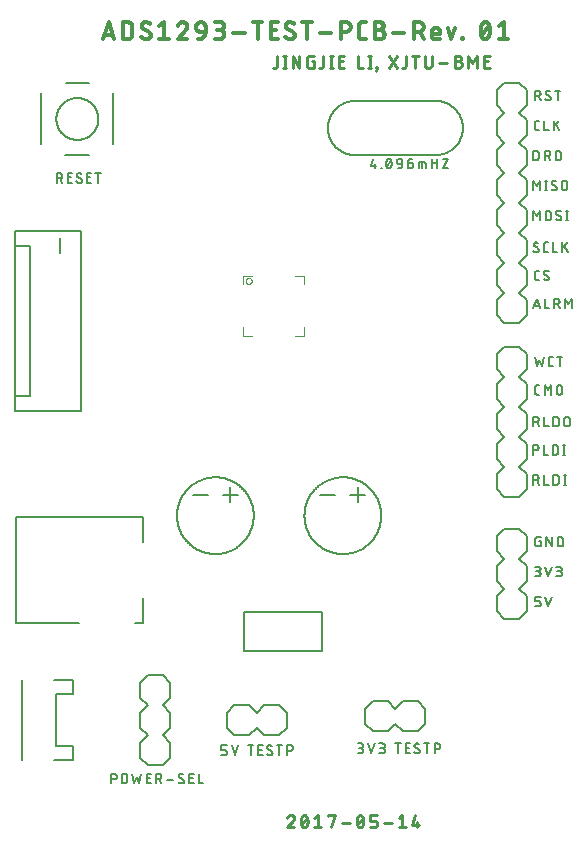
<source format=gto>
G75*
%MOIN*%
%OFA0B0*%
%FSLAX25Y25*%
%IPPOS*%
%LPD*%
%AMOC8*
5,1,8,0,0,1.08239X$1,22.5*
%
%ADD10C,0.01300*%
%ADD11C,0.00900*%
%ADD12C,0.00700*%
%ADD13C,0.00800*%
%ADD14C,0.00394*%
%ADD15C,0.00500*%
D10*
X0045650Y0271775D02*
X0047550Y0277475D01*
X0049450Y0271775D01*
X0048975Y0273200D02*
X0046125Y0273200D01*
X0052326Y0271775D02*
X0053909Y0271775D01*
X0052326Y0271775D02*
X0052326Y0277475D01*
X0053909Y0277475D01*
X0053987Y0277473D01*
X0054064Y0277467D01*
X0054141Y0277458D01*
X0054218Y0277445D01*
X0054294Y0277428D01*
X0054369Y0277407D01*
X0054442Y0277382D01*
X0054515Y0277355D01*
X0054586Y0277323D01*
X0054655Y0277288D01*
X0054723Y0277250D01*
X0054788Y0277208D01*
X0054852Y0277163D01*
X0054913Y0277116D01*
X0054972Y0277065D01*
X0055028Y0277011D01*
X0055082Y0276955D01*
X0055133Y0276896D01*
X0055180Y0276835D01*
X0055225Y0276771D01*
X0055267Y0276706D01*
X0055305Y0276638D01*
X0055340Y0276569D01*
X0055372Y0276498D01*
X0055399Y0276425D01*
X0055424Y0276352D01*
X0055445Y0276277D01*
X0055462Y0276201D01*
X0055475Y0276124D01*
X0055484Y0276047D01*
X0055490Y0275970D01*
X0055492Y0275892D01*
X0055492Y0273358D01*
X0055490Y0273280D01*
X0055484Y0273203D01*
X0055475Y0273126D01*
X0055462Y0273049D01*
X0055445Y0272973D01*
X0055424Y0272898D01*
X0055399Y0272825D01*
X0055372Y0272752D01*
X0055340Y0272681D01*
X0055305Y0272612D01*
X0055267Y0272544D01*
X0055225Y0272479D01*
X0055180Y0272415D01*
X0055133Y0272354D01*
X0055082Y0272295D01*
X0055028Y0272239D01*
X0054972Y0272185D01*
X0054913Y0272134D01*
X0054852Y0272087D01*
X0054788Y0272042D01*
X0054723Y0272000D01*
X0054655Y0271962D01*
X0054586Y0271927D01*
X0054515Y0271896D01*
X0054442Y0271868D01*
X0054369Y0271843D01*
X0054294Y0271822D01*
X0054218Y0271805D01*
X0054141Y0271792D01*
X0054064Y0271783D01*
X0053987Y0271777D01*
X0053909Y0271775D01*
X0059272Y0275100D02*
X0061013Y0274150D01*
X0060380Y0271775D02*
X0060279Y0271777D01*
X0060179Y0271783D01*
X0060079Y0271792D01*
X0059979Y0271805D01*
X0059880Y0271822D01*
X0059781Y0271843D01*
X0059684Y0271867D01*
X0059587Y0271895D01*
X0059492Y0271927D01*
X0059397Y0271962D01*
X0059305Y0272001D01*
X0059213Y0272043D01*
X0059123Y0272088D01*
X0059036Y0272137D01*
X0058950Y0272189D01*
X0058866Y0272245D01*
X0058784Y0272303D01*
X0058704Y0272365D01*
X0058627Y0272429D01*
X0058552Y0272497D01*
X0058480Y0272567D01*
X0061013Y0274150D02*
X0061072Y0274113D01*
X0061130Y0274072D01*
X0061185Y0274029D01*
X0061238Y0273982D01*
X0061288Y0273933D01*
X0061335Y0273881D01*
X0061379Y0273826D01*
X0061421Y0273769D01*
X0061459Y0273710D01*
X0061494Y0273649D01*
X0061525Y0273586D01*
X0061553Y0273522D01*
X0061577Y0273456D01*
X0061598Y0273389D01*
X0061615Y0273321D01*
X0061629Y0273252D01*
X0061638Y0273182D01*
X0061644Y0273112D01*
X0061646Y0273042D01*
X0061647Y0273042D02*
X0061645Y0272973D01*
X0061640Y0272905D01*
X0061630Y0272837D01*
X0061617Y0272770D01*
X0061601Y0272703D01*
X0061581Y0272637D01*
X0061557Y0272573D01*
X0061530Y0272510D01*
X0061499Y0272449D01*
X0061466Y0272389D01*
X0061429Y0272331D01*
X0061389Y0272275D01*
X0061346Y0272222D01*
X0061300Y0272171D01*
X0061251Y0272122D01*
X0061200Y0272076D01*
X0061147Y0272033D01*
X0061091Y0271993D01*
X0061033Y0271956D01*
X0060973Y0271923D01*
X0060912Y0271892D01*
X0060849Y0271865D01*
X0060785Y0271841D01*
X0060719Y0271821D01*
X0060652Y0271805D01*
X0060585Y0271792D01*
X0060517Y0271782D01*
X0060449Y0271777D01*
X0060380Y0271775D01*
X0061330Y0277000D02*
X0061252Y0277056D01*
X0061173Y0277108D01*
X0061091Y0277158D01*
X0061007Y0277204D01*
X0060922Y0277246D01*
X0060835Y0277285D01*
X0060746Y0277321D01*
X0060656Y0277353D01*
X0060565Y0277381D01*
X0060473Y0277406D01*
X0060379Y0277427D01*
X0060285Y0277444D01*
X0060191Y0277458D01*
X0060096Y0277467D01*
X0060001Y0277473D01*
X0059905Y0277475D01*
X0059836Y0277473D01*
X0059768Y0277468D01*
X0059700Y0277458D01*
X0059633Y0277445D01*
X0059566Y0277429D01*
X0059500Y0277409D01*
X0059436Y0277385D01*
X0059373Y0277358D01*
X0059312Y0277327D01*
X0059252Y0277294D01*
X0059194Y0277257D01*
X0059138Y0277217D01*
X0059085Y0277174D01*
X0059034Y0277128D01*
X0058985Y0277079D01*
X0058939Y0277028D01*
X0058896Y0276975D01*
X0058856Y0276919D01*
X0058819Y0276861D01*
X0058786Y0276801D01*
X0058755Y0276740D01*
X0058728Y0276677D01*
X0058704Y0276613D01*
X0058684Y0276547D01*
X0058668Y0276480D01*
X0058655Y0276413D01*
X0058645Y0276345D01*
X0058640Y0276277D01*
X0058638Y0276208D01*
X0058639Y0276208D02*
X0058641Y0276138D01*
X0058647Y0276068D01*
X0058656Y0275998D01*
X0058670Y0275929D01*
X0058687Y0275861D01*
X0058708Y0275794D01*
X0058732Y0275728D01*
X0058760Y0275664D01*
X0058791Y0275601D01*
X0058826Y0275540D01*
X0058864Y0275481D01*
X0058906Y0275424D01*
X0058950Y0275369D01*
X0058997Y0275317D01*
X0059047Y0275268D01*
X0059100Y0275221D01*
X0059155Y0275178D01*
X0059213Y0275137D01*
X0059272Y0275100D01*
X0064429Y0276208D02*
X0066012Y0277475D01*
X0066012Y0271775D01*
X0064429Y0271775D02*
X0067595Y0271775D01*
X0070583Y0271775D02*
X0073749Y0271775D01*
X0070583Y0271775D02*
X0073274Y0274942D01*
X0072324Y0277475D02*
X0072242Y0277473D01*
X0072160Y0277468D01*
X0072078Y0277458D01*
X0071997Y0277446D01*
X0071916Y0277429D01*
X0071837Y0277409D01*
X0071758Y0277385D01*
X0071680Y0277358D01*
X0071604Y0277327D01*
X0071529Y0277293D01*
X0071456Y0277256D01*
X0071384Y0277215D01*
X0071315Y0277172D01*
X0071247Y0277125D01*
X0071182Y0277075D01*
X0071119Y0277022D01*
X0071058Y0276967D01*
X0071000Y0276909D01*
X0070944Y0276848D01*
X0070892Y0276785D01*
X0070842Y0276719D01*
X0070795Y0276652D01*
X0070751Y0276582D01*
X0070711Y0276510D01*
X0070674Y0276437D01*
X0070640Y0276362D01*
X0070609Y0276286D01*
X0070582Y0276208D01*
X0073275Y0274941D02*
X0073330Y0274996D01*
X0073381Y0275054D01*
X0073430Y0275114D01*
X0073476Y0275176D01*
X0073519Y0275241D01*
X0073558Y0275308D01*
X0073594Y0275376D01*
X0073626Y0275447D01*
X0073655Y0275519D01*
X0073680Y0275592D01*
X0073701Y0275667D01*
X0073719Y0275742D01*
X0073732Y0275818D01*
X0073742Y0275895D01*
X0073748Y0275973D01*
X0073750Y0276050D01*
X0073749Y0276050D02*
X0073747Y0276125D01*
X0073741Y0276199D01*
X0073731Y0276273D01*
X0073718Y0276346D01*
X0073700Y0276419D01*
X0073679Y0276490D01*
X0073654Y0276561D01*
X0073626Y0276630D01*
X0073594Y0276697D01*
X0073558Y0276763D01*
X0073519Y0276826D01*
X0073477Y0276888D01*
X0073431Y0276947D01*
X0073383Y0277004D01*
X0073332Y0277058D01*
X0073278Y0277109D01*
X0073221Y0277157D01*
X0073162Y0277203D01*
X0073100Y0277245D01*
X0073037Y0277284D01*
X0072971Y0277320D01*
X0072904Y0277352D01*
X0072835Y0277380D01*
X0072764Y0277405D01*
X0072693Y0277426D01*
X0072620Y0277444D01*
X0072547Y0277457D01*
X0072473Y0277467D01*
X0072399Y0277473D01*
X0072324Y0277475D01*
X0076737Y0275892D02*
X0076737Y0275575D01*
X0076736Y0275575D02*
X0076738Y0275506D01*
X0076743Y0275438D01*
X0076753Y0275370D01*
X0076766Y0275303D01*
X0076782Y0275236D01*
X0076802Y0275170D01*
X0076826Y0275106D01*
X0076853Y0275043D01*
X0076884Y0274982D01*
X0076917Y0274922D01*
X0076954Y0274864D01*
X0076994Y0274808D01*
X0077037Y0274755D01*
X0077083Y0274704D01*
X0077132Y0274655D01*
X0077183Y0274609D01*
X0077236Y0274566D01*
X0077292Y0274526D01*
X0077350Y0274489D01*
X0077410Y0274456D01*
X0077471Y0274425D01*
X0077534Y0274398D01*
X0077598Y0274374D01*
X0077664Y0274354D01*
X0077731Y0274338D01*
X0077798Y0274325D01*
X0077866Y0274315D01*
X0077934Y0274310D01*
X0078003Y0274308D01*
X0079903Y0274308D01*
X0079903Y0275892D01*
X0079901Y0275970D01*
X0079895Y0276047D01*
X0079886Y0276124D01*
X0079873Y0276201D01*
X0079856Y0276277D01*
X0079835Y0276352D01*
X0079810Y0276425D01*
X0079783Y0276498D01*
X0079751Y0276569D01*
X0079716Y0276638D01*
X0079678Y0276706D01*
X0079636Y0276771D01*
X0079591Y0276835D01*
X0079544Y0276896D01*
X0079493Y0276955D01*
X0079439Y0277011D01*
X0079383Y0277065D01*
X0079324Y0277116D01*
X0079263Y0277163D01*
X0079199Y0277208D01*
X0079134Y0277250D01*
X0079066Y0277288D01*
X0078997Y0277323D01*
X0078926Y0277355D01*
X0078853Y0277382D01*
X0078780Y0277407D01*
X0078705Y0277428D01*
X0078629Y0277445D01*
X0078552Y0277458D01*
X0078475Y0277467D01*
X0078398Y0277473D01*
X0078320Y0277475D01*
X0078242Y0277473D01*
X0078165Y0277467D01*
X0078088Y0277458D01*
X0078011Y0277445D01*
X0077935Y0277428D01*
X0077860Y0277407D01*
X0077787Y0277382D01*
X0077714Y0277355D01*
X0077643Y0277323D01*
X0077574Y0277288D01*
X0077506Y0277250D01*
X0077441Y0277208D01*
X0077377Y0277163D01*
X0077316Y0277116D01*
X0077257Y0277065D01*
X0077201Y0277011D01*
X0077147Y0276955D01*
X0077096Y0276896D01*
X0077049Y0276835D01*
X0077004Y0276771D01*
X0076962Y0276706D01*
X0076924Y0276638D01*
X0076889Y0276569D01*
X0076857Y0276498D01*
X0076830Y0276425D01*
X0076805Y0276352D01*
X0076784Y0276277D01*
X0076767Y0276201D01*
X0076754Y0276124D01*
X0076745Y0276047D01*
X0076739Y0275970D01*
X0076737Y0275892D01*
X0079903Y0274308D02*
X0079901Y0274209D01*
X0079895Y0274109D01*
X0079885Y0274010D01*
X0079872Y0273912D01*
X0079854Y0273814D01*
X0079833Y0273717D01*
X0079808Y0273620D01*
X0079779Y0273525D01*
X0079746Y0273431D01*
X0079710Y0273339D01*
X0079670Y0273248D01*
X0079627Y0273158D01*
X0079580Y0273070D01*
X0079530Y0272985D01*
X0079476Y0272901D01*
X0079419Y0272819D01*
X0079359Y0272740D01*
X0079296Y0272663D01*
X0079230Y0272589D01*
X0079161Y0272517D01*
X0079089Y0272448D01*
X0079015Y0272382D01*
X0078938Y0272319D01*
X0078859Y0272259D01*
X0078777Y0272202D01*
X0078693Y0272148D01*
X0078608Y0272098D01*
X0078520Y0272051D01*
X0078430Y0272008D01*
X0078339Y0271968D01*
X0078247Y0271932D01*
X0078153Y0271899D01*
X0078058Y0271870D01*
X0077961Y0271845D01*
X0077864Y0271824D01*
X0077766Y0271806D01*
X0077668Y0271793D01*
X0077569Y0271783D01*
X0077469Y0271777D01*
X0077370Y0271775D01*
X0082891Y0271775D02*
X0084474Y0271775D01*
X0084552Y0271777D01*
X0084629Y0271783D01*
X0084706Y0271792D01*
X0084783Y0271805D01*
X0084859Y0271822D01*
X0084934Y0271843D01*
X0085007Y0271868D01*
X0085080Y0271895D01*
X0085151Y0271927D01*
X0085220Y0271962D01*
X0085288Y0272000D01*
X0085353Y0272042D01*
X0085417Y0272087D01*
X0085478Y0272134D01*
X0085537Y0272185D01*
X0085593Y0272239D01*
X0085647Y0272295D01*
X0085698Y0272354D01*
X0085745Y0272415D01*
X0085790Y0272479D01*
X0085832Y0272544D01*
X0085870Y0272612D01*
X0085905Y0272681D01*
X0085937Y0272752D01*
X0085964Y0272825D01*
X0085989Y0272898D01*
X0086010Y0272973D01*
X0086027Y0273049D01*
X0086040Y0273126D01*
X0086049Y0273203D01*
X0086055Y0273280D01*
X0086057Y0273358D01*
X0086055Y0273436D01*
X0086049Y0273513D01*
X0086040Y0273590D01*
X0086027Y0273667D01*
X0086010Y0273743D01*
X0085989Y0273818D01*
X0085964Y0273891D01*
X0085937Y0273964D01*
X0085905Y0274035D01*
X0085870Y0274104D01*
X0085832Y0274172D01*
X0085790Y0274237D01*
X0085745Y0274301D01*
X0085698Y0274362D01*
X0085647Y0274421D01*
X0085593Y0274477D01*
X0085537Y0274531D01*
X0085478Y0274582D01*
X0085417Y0274629D01*
X0085353Y0274674D01*
X0085288Y0274716D01*
X0085220Y0274754D01*
X0085151Y0274789D01*
X0085080Y0274821D01*
X0085007Y0274848D01*
X0084934Y0274873D01*
X0084859Y0274894D01*
X0084783Y0274911D01*
X0084706Y0274924D01*
X0084629Y0274933D01*
X0084552Y0274939D01*
X0084474Y0274941D01*
X0084791Y0274942D02*
X0083524Y0274942D01*
X0084791Y0274941D02*
X0084861Y0274943D01*
X0084930Y0274949D01*
X0085000Y0274958D01*
X0085068Y0274972D01*
X0085136Y0274989D01*
X0085202Y0275010D01*
X0085268Y0275034D01*
X0085332Y0275062D01*
X0085394Y0275094D01*
X0085454Y0275129D01*
X0085513Y0275167D01*
X0085569Y0275208D01*
X0085623Y0275253D01*
X0085674Y0275300D01*
X0085723Y0275350D01*
X0085769Y0275403D01*
X0085812Y0275458D01*
X0085852Y0275515D01*
X0085888Y0275575D01*
X0085921Y0275636D01*
X0085951Y0275699D01*
X0085978Y0275764D01*
X0086000Y0275830D01*
X0086019Y0275897D01*
X0086034Y0275965D01*
X0086046Y0276034D01*
X0086054Y0276103D01*
X0086058Y0276173D01*
X0086058Y0276243D01*
X0086054Y0276313D01*
X0086046Y0276382D01*
X0086034Y0276451D01*
X0086019Y0276519D01*
X0086000Y0276586D01*
X0085978Y0276652D01*
X0085951Y0276717D01*
X0085921Y0276780D01*
X0085888Y0276842D01*
X0085852Y0276901D01*
X0085812Y0276958D01*
X0085769Y0277013D01*
X0085723Y0277066D01*
X0085674Y0277116D01*
X0085623Y0277163D01*
X0085569Y0277208D01*
X0085513Y0277249D01*
X0085454Y0277287D01*
X0085394Y0277322D01*
X0085332Y0277354D01*
X0085268Y0277382D01*
X0085202Y0277406D01*
X0085136Y0277427D01*
X0085068Y0277444D01*
X0085000Y0277458D01*
X0084930Y0277467D01*
X0084861Y0277473D01*
X0084791Y0277475D01*
X0082891Y0277475D01*
X0089138Y0273992D02*
X0092938Y0273992D01*
X0095609Y0277475D02*
X0098776Y0277475D01*
X0097193Y0277475D02*
X0097193Y0271775D01*
X0101578Y0271775D02*
X0101578Y0277475D01*
X0104111Y0277475D01*
X0103478Y0274942D02*
X0101578Y0274942D01*
X0101578Y0271775D02*
X0104111Y0271775D01*
X0109014Y0274150D02*
X0109073Y0274113D01*
X0109131Y0274072D01*
X0109186Y0274029D01*
X0109239Y0273982D01*
X0109289Y0273933D01*
X0109336Y0273881D01*
X0109380Y0273826D01*
X0109422Y0273769D01*
X0109460Y0273710D01*
X0109495Y0273649D01*
X0109526Y0273586D01*
X0109554Y0273522D01*
X0109578Y0273456D01*
X0109599Y0273389D01*
X0109616Y0273321D01*
X0109630Y0273252D01*
X0109639Y0273182D01*
X0109645Y0273112D01*
X0109647Y0273042D01*
X0109648Y0273042D02*
X0109646Y0272973D01*
X0109641Y0272905D01*
X0109631Y0272837D01*
X0109618Y0272770D01*
X0109602Y0272703D01*
X0109582Y0272637D01*
X0109558Y0272573D01*
X0109531Y0272510D01*
X0109500Y0272449D01*
X0109467Y0272389D01*
X0109430Y0272331D01*
X0109390Y0272275D01*
X0109347Y0272222D01*
X0109301Y0272171D01*
X0109252Y0272122D01*
X0109201Y0272076D01*
X0109148Y0272033D01*
X0109092Y0271993D01*
X0109034Y0271956D01*
X0108974Y0271923D01*
X0108913Y0271892D01*
X0108850Y0271865D01*
X0108786Y0271841D01*
X0108720Y0271821D01*
X0108653Y0271805D01*
X0108586Y0271792D01*
X0108518Y0271782D01*
X0108450Y0271777D01*
X0108381Y0271775D01*
X0109015Y0274150D02*
X0107273Y0275100D01*
X0107906Y0277475D02*
X0108002Y0277473D01*
X0108097Y0277467D01*
X0108192Y0277458D01*
X0108286Y0277444D01*
X0108380Y0277427D01*
X0108474Y0277406D01*
X0108566Y0277381D01*
X0108657Y0277353D01*
X0108747Y0277321D01*
X0108836Y0277285D01*
X0108923Y0277246D01*
X0109008Y0277204D01*
X0109092Y0277158D01*
X0109174Y0277108D01*
X0109253Y0277056D01*
X0109331Y0277000D01*
X0107273Y0275100D02*
X0107214Y0275137D01*
X0107156Y0275178D01*
X0107101Y0275221D01*
X0107048Y0275268D01*
X0106998Y0275317D01*
X0106951Y0275369D01*
X0106907Y0275424D01*
X0106865Y0275481D01*
X0106827Y0275540D01*
X0106792Y0275601D01*
X0106761Y0275664D01*
X0106733Y0275728D01*
X0106709Y0275794D01*
X0106688Y0275861D01*
X0106671Y0275929D01*
X0106657Y0275998D01*
X0106648Y0276068D01*
X0106642Y0276138D01*
X0106640Y0276208D01*
X0106639Y0276208D02*
X0106641Y0276277D01*
X0106646Y0276345D01*
X0106656Y0276413D01*
X0106669Y0276480D01*
X0106685Y0276547D01*
X0106705Y0276613D01*
X0106729Y0276677D01*
X0106756Y0276740D01*
X0106787Y0276801D01*
X0106820Y0276861D01*
X0106857Y0276919D01*
X0106897Y0276975D01*
X0106940Y0277028D01*
X0106986Y0277079D01*
X0107035Y0277128D01*
X0107086Y0277174D01*
X0107139Y0277217D01*
X0107195Y0277257D01*
X0107253Y0277294D01*
X0107313Y0277327D01*
X0107374Y0277358D01*
X0107437Y0277385D01*
X0107501Y0277409D01*
X0107567Y0277429D01*
X0107634Y0277445D01*
X0107701Y0277458D01*
X0107769Y0277468D01*
X0107837Y0277473D01*
X0107906Y0277475D01*
X0106481Y0272567D02*
X0106553Y0272497D01*
X0106628Y0272429D01*
X0106705Y0272365D01*
X0106785Y0272303D01*
X0106867Y0272245D01*
X0106951Y0272189D01*
X0107037Y0272137D01*
X0107124Y0272088D01*
X0107214Y0272043D01*
X0107306Y0272001D01*
X0107398Y0271962D01*
X0107493Y0271927D01*
X0107588Y0271895D01*
X0107685Y0271867D01*
X0107782Y0271843D01*
X0107881Y0271822D01*
X0107980Y0271805D01*
X0108080Y0271792D01*
X0108180Y0271783D01*
X0108280Y0271777D01*
X0108381Y0271775D01*
X0112020Y0277475D02*
X0115187Y0277475D01*
X0113603Y0277475D02*
X0113603Y0271775D01*
X0117857Y0273992D02*
X0121657Y0273992D01*
X0125085Y0274308D02*
X0126669Y0274308D01*
X0126669Y0274309D02*
X0126747Y0274311D01*
X0126824Y0274317D01*
X0126901Y0274326D01*
X0126978Y0274339D01*
X0127054Y0274356D01*
X0127129Y0274377D01*
X0127202Y0274402D01*
X0127275Y0274429D01*
X0127346Y0274461D01*
X0127415Y0274496D01*
X0127483Y0274534D01*
X0127548Y0274576D01*
X0127612Y0274621D01*
X0127673Y0274668D01*
X0127732Y0274719D01*
X0127788Y0274773D01*
X0127842Y0274829D01*
X0127893Y0274888D01*
X0127940Y0274949D01*
X0127985Y0275013D01*
X0128027Y0275078D01*
X0128065Y0275146D01*
X0128100Y0275215D01*
X0128132Y0275286D01*
X0128159Y0275359D01*
X0128184Y0275432D01*
X0128205Y0275507D01*
X0128222Y0275583D01*
X0128235Y0275660D01*
X0128244Y0275737D01*
X0128250Y0275814D01*
X0128252Y0275892D01*
X0128250Y0275970D01*
X0128244Y0276047D01*
X0128235Y0276124D01*
X0128222Y0276201D01*
X0128205Y0276277D01*
X0128184Y0276352D01*
X0128159Y0276425D01*
X0128132Y0276498D01*
X0128100Y0276569D01*
X0128065Y0276638D01*
X0128027Y0276706D01*
X0127985Y0276771D01*
X0127940Y0276835D01*
X0127893Y0276896D01*
X0127842Y0276955D01*
X0127788Y0277011D01*
X0127732Y0277065D01*
X0127673Y0277116D01*
X0127612Y0277163D01*
X0127548Y0277208D01*
X0127483Y0277250D01*
X0127415Y0277288D01*
X0127346Y0277323D01*
X0127275Y0277355D01*
X0127202Y0277382D01*
X0127129Y0277407D01*
X0127054Y0277428D01*
X0126978Y0277445D01*
X0126901Y0277458D01*
X0126824Y0277467D01*
X0126747Y0277473D01*
X0126669Y0277475D01*
X0125085Y0277475D01*
X0125085Y0271775D01*
X0130866Y0273042D02*
X0130866Y0276208D01*
X0130865Y0276208D02*
X0130867Y0276279D01*
X0130873Y0276350D01*
X0130883Y0276420D01*
X0130897Y0276490D01*
X0130915Y0276559D01*
X0130936Y0276626D01*
X0130961Y0276693D01*
X0130990Y0276758D01*
X0131023Y0276821D01*
X0131059Y0276882D01*
X0131099Y0276941D01*
X0131141Y0276998D01*
X0131187Y0277052D01*
X0131236Y0277104D01*
X0131288Y0277153D01*
X0131342Y0277199D01*
X0131399Y0277241D01*
X0131458Y0277281D01*
X0131519Y0277317D01*
X0131582Y0277350D01*
X0131647Y0277379D01*
X0131714Y0277404D01*
X0131781Y0277425D01*
X0131850Y0277443D01*
X0131920Y0277457D01*
X0131990Y0277467D01*
X0132061Y0277473D01*
X0132132Y0277475D01*
X0133399Y0277475D01*
X0136368Y0277475D02*
X0136368Y0271775D01*
X0137951Y0271775D01*
X0138029Y0271777D01*
X0138106Y0271783D01*
X0138183Y0271792D01*
X0138260Y0271805D01*
X0138336Y0271822D01*
X0138411Y0271843D01*
X0138484Y0271868D01*
X0138557Y0271895D01*
X0138628Y0271927D01*
X0138697Y0271962D01*
X0138765Y0272000D01*
X0138830Y0272042D01*
X0138894Y0272087D01*
X0138955Y0272134D01*
X0139014Y0272185D01*
X0139070Y0272239D01*
X0139124Y0272295D01*
X0139175Y0272354D01*
X0139222Y0272415D01*
X0139267Y0272479D01*
X0139309Y0272544D01*
X0139347Y0272612D01*
X0139382Y0272681D01*
X0139414Y0272752D01*
X0139441Y0272825D01*
X0139466Y0272898D01*
X0139487Y0272973D01*
X0139504Y0273049D01*
X0139517Y0273126D01*
X0139526Y0273203D01*
X0139532Y0273280D01*
X0139534Y0273358D01*
X0139532Y0273436D01*
X0139526Y0273513D01*
X0139517Y0273590D01*
X0139504Y0273667D01*
X0139487Y0273743D01*
X0139466Y0273818D01*
X0139441Y0273891D01*
X0139414Y0273964D01*
X0139382Y0274035D01*
X0139347Y0274104D01*
X0139309Y0274172D01*
X0139267Y0274237D01*
X0139222Y0274301D01*
X0139175Y0274362D01*
X0139124Y0274421D01*
X0139070Y0274477D01*
X0139014Y0274531D01*
X0138955Y0274582D01*
X0138894Y0274629D01*
X0138830Y0274674D01*
X0138765Y0274716D01*
X0138697Y0274754D01*
X0138628Y0274789D01*
X0138557Y0274821D01*
X0138484Y0274848D01*
X0138411Y0274873D01*
X0138336Y0274894D01*
X0138260Y0274911D01*
X0138183Y0274924D01*
X0138106Y0274933D01*
X0138029Y0274939D01*
X0137951Y0274941D01*
X0137951Y0274942D02*
X0136368Y0274942D01*
X0137951Y0274941D02*
X0138021Y0274943D01*
X0138090Y0274949D01*
X0138160Y0274958D01*
X0138228Y0274972D01*
X0138296Y0274989D01*
X0138362Y0275010D01*
X0138428Y0275034D01*
X0138492Y0275062D01*
X0138554Y0275094D01*
X0138614Y0275129D01*
X0138673Y0275167D01*
X0138729Y0275208D01*
X0138783Y0275253D01*
X0138834Y0275300D01*
X0138883Y0275350D01*
X0138929Y0275403D01*
X0138972Y0275458D01*
X0139012Y0275515D01*
X0139048Y0275575D01*
X0139081Y0275636D01*
X0139111Y0275699D01*
X0139138Y0275764D01*
X0139160Y0275830D01*
X0139179Y0275897D01*
X0139194Y0275965D01*
X0139206Y0276034D01*
X0139214Y0276103D01*
X0139218Y0276173D01*
X0139218Y0276243D01*
X0139214Y0276313D01*
X0139206Y0276382D01*
X0139194Y0276451D01*
X0139179Y0276519D01*
X0139160Y0276586D01*
X0139138Y0276652D01*
X0139111Y0276717D01*
X0139081Y0276780D01*
X0139048Y0276842D01*
X0139012Y0276901D01*
X0138972Y0276958D01*
X0138929Y0277013D01*
X0138883Y0277066D01*
X0138834Y0277116D01*
X0138783Y0277163D01*
X0138729Y0277208D01*
X0138673Y0277249D01*
X0138614Y0277287D01*
X0138554Y0277322D01*
X0138492Y0277354D01*
X0138428Y0277382D01*
X0138362Y0277406D01*
X0138296Y0277427D01*
X0138228Y0277444D01*
X0138160Y0277458D01*
X0138090Y0277467D01*
X0138021Y0277473D01*
X0137951Y0277475D01*
X0136368Y0277475D01*
X0130865Y0273042D02*
X0130867Y0272973D01*
X0130872Y0272905D01*
X0130882Y0272837D01*
X0130895Y0272770D01*
X0130911Y0272703D01*
X0130931Y0272637D01*
X0130955Y0272573D01*
X0130982Y0272510D01*
X0131013Y0272449D01*
X0131046Y0272389D01*
X0131083Y0272331D01*
X0131123Y0272275D01*
X0131166Y0272222D01*
X0131212Y0272171D01*
X0131261Y0272122D01*
X0131312Y0272076D01*
X0131365Y0272033D01*
X0131421Y0271993D01*
X0131479Y0271956D01*
X0131539Y0271923D01*
X0131600Y0271892D01*
X0131663Y0271865D01*
X0131727Y0271841D01*
X0131793Y0271821D01*
X0131860Y0271805D01*
X0131927Y0271792D01*
X0131995Y0271782D01*
X0132063Y0271777D01*
X0132132Y0271775D01*
X0133399Y0271775D01*
X0142268Y0273992D02*
X0146068Y0273992D01*
X0149416Y0274308D02*
X0150999Y0274308D01*
X0151316Y0274308D02*
X0152583Y0271775D01*
X0149416Y0271775D02*
X0149416Y0277475D01*
X0150999Y0277475D01*
X0151077Y0277473D01*
X0151154Y0277467D01*
X0151231Y0277458D01*
X0151308Y0277445D01*
X0151384Y0277428D01*
X0151459Y0277407D01*
X0151532Y0277382D01*
X0151605Y0277355D01*
X0151676Y0277323D01*
X0151745Y0277288D01*
X0151813Y0277250D01*
X0151878Y0277208D01*
X0151942Y0277163D01*
X0152003Y0277116D01*
X0152062Y0277065D01*
X0152118Y0277011D01*
X0152172Y0276955D01*
X0152223Y0276896D01*
X0152270Y0276835D01*
X0152315Y0276771D01*
X0152357Y0276706D01*
X0152395Y0276638D01*
X0152430Y0276569D01*
X0152462Y0276498D01*
X0152489Y0276425D01*
X0152514Y0276352D01*
X0152535Y0276277D01*
X0152552Y0276201D01*
X0152565Y0276124D01*
X0152574Y0276047D01*
X0152580Y0275970D01*
X0152582Y0275892D01*
X0152580Y0275814D01*
X0152574Y0275737D01*
X0152565Y0275660D01*
X0152552Y0275583D01*
X0152535Y0275507D01*
X0152514Y0275432D01*
X0152489Y0275359D01*
X0152462Y0275286D01*
X0152430Y0275215D01*
X0152395Y0275146D01*
X0152357Y0275078D01*
X0152315Y0275013D01*
X0152270Y0274949D01*
X0152223Y0274888D01*
X0152172Y0274829D01*
X0152118Y0274773D01*
X0152062Y0274719D01*
X0152003Y0274668D01*
X0151942Y0274621D01*
X0151878Y0274576D01*
X0151813Y0274534D01*
X0151745Y0274496D01*
X0151676Y0274461D01*
X0151605Y0274429D01*
X0151532Y0274402D01*
X0151459Y0274377D01*
X0151384Y0274356D01*
X0151308Y0274339D01*
X0151231Y0274326D01*
X0151154Y0274317D01*
X0151077Y0274311D01*
X0150999Y0274309D01*
X0155415Y0274308D02*
X0155415Y0272725D01*
X0155417Y0272665D01*
X0155422Y0272606D01*
X0155432Y0272547D01*
X0155445Y0272489D01*
X0155461Y0272431D01*
X0155482Y0272375D01*
X0155505Y0272321D01*
X0155533Y0272267D01*
X0155563Y0272216D01*
X0155596Y0272167D01*
X0155633Y0272119D01*
X0155672Y0272075D01*
X0155715Y0272032D01*
X0155759Y0271993D01*
X0155807Y0271956D01*
X0155856Y0271923D01*
X0155907Y0271893D01*
X0155961Y0271865D01*
X0156015Y0271842D01*
X0156071Y0271821D01*
X0156129Y0271805D01*
X0156187Y0271792D01*
X0156246Y0271782D01*
X0156305Y0271777D01*
X0156365Y0271775D01*
X0157948Y0271775D01*
X0157948Y0273675D02*
X0155415Y0273675D01*
X0155414Y0274308D02*
X0155416Y0274378D01*
X0155422Y0274447D01*
X0155431Y0274517D01*
X0155445Y0274585D01*
X0155462Y0274653D01*
X0155483Y0274719D01*
X0155507Y0274785D01*
X0155535Y0274849D01*
X0155567Y0274911D01*
X0155602Y0274971D01*
X0155640Y0275030D01*
X0155681Y0275086D01*
X0155726Y0275140D01*
X0155773Y0275191D01*
X0155823Y0275240D01*
X0155876Y0275286D01*
X0155931Y0275329D01*
X0155988Y0275369D01*
X0156048Y0275405D01*
X0156109Y0275438D01*
X0156172Y0275468D01*
X0156237Y0275495D01*
X0156303Y0275517D01*
X0156370Y0275536D01*
X0156438Y0275551D01*
X0156507Y0275563D01*
X0156576Y0275571D01*
X0156646Y0275575D01*
X0156716Y0275575D01*
X0156786Y0275571D01*
X0156855Y0275563D01*
X0156924Y0275551D01*
X0156992Y0275536D01*
X0157059Y0275517D01*
X0157125Y0275495D01*
X0157190Y0275468D01*
X0157253Y0275438D01*
X0157315Y0275405D01*
X0157374Y0275369D01*
X0157431Y0275329D01*
X0157486Y0275286D01*
X0157539Y0275240D01*
X0157589Y0275191D01*
X0157636Y0275140D01*
X0157681Y0275086D01*
X0157722Y0275030D01*
X0157760Y0274971D01*
X0157795Y0274911D01*
X0157827Y0274849D01*
X0157855Y0274785D01*
X0157879Y0274719D01*
X0157900Y0274653D01*
X0157917Y0274585D01*
X0157931Y0274517D01*
X0157940Y0274447D01*
X0157946Y0274378D01*
X0157948Y0274308D01*
X0157948Y0273675D01*
X0160543Y0275575D02*
X0161810Y0271775D01*
X0163076Y0275575D01*
X0165344Y0272092D02*
X0165661Y0272092D01*
X0165661Y0271775D01*
X0165344Y0271775D01*
X0165344Y0272092D01*
X0174200Y0272567D02*
X0174257Y0272687D01*
X0174310Y0272809D01*
X0174360Y0272933D01*
X0174406Y0273058D01*
X0174448Y0273184D01*
X0174488Y0273311D01*
X0174523Y0273440D01*
X0174555Y0273569D01*
X0174583Y0273699D01*
X0174607Y0273830D01*
X0174628Y0273961D01*
X0174645Y0274094D01*
X0174658Y0274226D01*
X0174667Y0274359D01*
X0174673Y0274492D01*
X0174675Y0274625D01*
X0171509Y0274625D02*
X0171511Y0274758D01*
X0171517Y0274891D01*
X0171526Y0275024D01*
X0171539Y0275156D01*
X0171556Y0275289D01*
X0171577Y0275420D01*
X0171601Y0275551D01*
X0171629Y0275681D01*
X0171661Y0275810D01*
X0171696Y0275939D01*
X0171736Y0276066D01*
X0171778Y0276192D01*
X0171824Y0276317D01*
X0171874Y0276441D01*
X0171927Y0276563D01*
X0171984Y0276683D01*
X0173092Y0277475D02*
X0173158Y0277473D01*
X0173224Y0277468D01*
X0173289Y0277458D01*
X0173354Y0277445D01*
X0173418Y0277429D01*
X0173481Y0277409D01*
X0173543Y0277385D01*
X0173603Y0277358D01*
X0173662Y0277327D01*
X0173718Y0277294D01*
X0173773Y0277257D01*
X0173826Y0277217D01*
X0173876Y0277174D01*
X0173924Y0277128D01*
X0173969Y0277080D01*
X0174012Y0277030D01*
X0174051Y0276977D01*
X0174088Y0276921D01*
X0174121Y0276864D01*
X0174151Y0276805D01*
X0174177Y0276745D01*
X0174201Y0276683D01*
X0174359Y0276208D02*
X0171825Y0273042D01*
X0173092Y0271775D02*
X0173158Y0271777D01*
X0173224Y0271782D01*
X0173289Y0271792D01*
X0173354Y0271805D01*
X0173418Y0271821D01*
X0173481Y0271841D01*
X0173543Y0271865D01*
X0173603Y0271892D01*
X0173662Y0271923D01*
X0173718Y0271956D01*
X0173773Y0271993D01*
X0173826Y0272033D01*
X0173876Y0272076D01*
X0173924Y0272122D01*
X0173969Y0272170D01*
X0174012Y0272220D01*
X0174051Y0272273D01*
X0174088Y0272329D01*
X0174121Y0272386D01*
X0174151Y0272445D01*
X0174177Y0272505D01*
X0174201Y0272567D01*
X0173092Y0271775D02*
X0173026Y0271777D01*
X0172960Y0271782D01*
X0172895Y0271792D01*
X0172830Y0271805D01*
X0172766Y0271821D01*
X0172703Y0271841D01*
X0172641Y0271865D01*
X0172581Y0271892D01*
X0172522Y0271923D01*
X0172466Y0271956D01*
X0172411Y0271993D01*
X0172358Y0272033D01*
X0172308Y0272076D01*
X0172260Y0272122D01*
X0172215Y0272170D01*
X0172172Y0272220D01*
X0172133Y0272273D01*
X0172096Y0272329D01*
X0172063Y0272386D01*
X0172033Y0272445D01*
X0172007Y0272505D01*
X0171983Y0272567D01*
X0174675Y0274625D02*
X0174673Y0274758D01*
X0174667Y0274891D01*
X0174658Y0275024D01*
X0174645Y0275156D01*
X0174628Y0275289D01*
X0174607Y0275420D01*
X0174583Y0275551D01*
X0174555Y0275681D01*
X0174523Y0275810D01*
X0174488Y0275939D01*
X0174448Y0276066D01*
X0174406Y0276192D01*
X0174360Y0276317D01*
X0174310Y0276441D01*
X0174257Y0276563D01*
X0174200Y0276683D01*
X0173092Y0277475D02*
X0173026Y0277473D01*
X0172960Y0277468D01*
X0172895Y0277458D01*
X0172830Y0277445D01*
X0172766Y0277429D01*
X0172703Y0277409D01*
X0172641Y0277385D01*
X0172581Y0277358D01*
X0172522Y0277327D01*
X0172466Y0277294D01*
X0172411Y0277257D01*
X0172358Y0277217D01*
X0172308Y0277174D01*
X0172260Y0277128D01*
X0172215Y0277080D01*
X0172172Y0277030D01*
X0172133Y0276977D01*
X0172096Y0276921D01*
X0172063Y0276864D01*
X0172033Y0276805D01*
X0172007Y0276745D01*
X0171983Y0276683D01*
X0171509Y0274625D02*
X0171511Y0274492D01*
X0171517Y0274359D01*
X0171526Y0274226D01*
X0171539Y0274094D01*
X0171556Y0273961D01*
X0171577Y0273830D01*
X0171601Y0273699D01*
X0171629Y0273569D01*
X0171661Y0273440D01*
X0171696Y0273311D01*
X0171736Y0273184D01*
X0171778Y0273058D01*
X0171824Y0272933D01*
X0171874Y0272809D01*
X0171927Y0272687D01*
X0171984Y0272567D01*
X0177663Y0271775D02*
X0180830Y0271775D01*
X0179246Y0271775D02*
X0179246Y0277475D01*
X0177663Y0276208D01*
D11*
X0174621Y0266300D02*
X0172798Y0266300D01*
X0172798Y0262200D01*
X0174621Y0262200D01*
X0174165Y0264478D02*
X0172798Y0264478D01*
X0170190Y0266300D02*
X0170190Y0262200D01*
X0168823Y0264022D02*
X0170190Y0266300D01*
X0168823Y0264022D02*
X0167456Y0266300D01*
X0167456Y0262200D01*
X0164131Y0262200D02*
X0162992Y0262200D01*
X0162992Y0266300D01*
X0164131Y0266300D01*
X0164191Y0266298D01*
X0164250Y0266292D01*
X0164309Y0266282D01*
X0164367Y0266269D01*
X0164424Y0266252D01*
X0164480Y0266231D01*
X0164534Y0266206D01*
X0164587Y0266178D01*
X0164637Y0266146D01*
X0164686Y0266112D01*
X0164732Y0266074D01*
X0164775Y0266033D01*
X0164816Y0265990D01*
X0164854Y0265944D01*
X0164888Y0265895D01*
X0164920Y0265845D01*
X0164948Y0265792D01*
X0164973Y0265738D01*
X0164994Y0265682D01*
X0165011Y0265625D01*
X0165024Y0265567D01*
X0165034Y0265508D01*
X0165040Y0265449D01*
X0165042Y0265389D01*
X0165040Y0265329D01*
X0165034Y0265270D01*
X0165024Y0265211D01*
X0165011Y0265153D01*
X0164994Y0265096D01*
X0164973Y0265040D01*
X0164948Y0264986D01*
X0164920Y0264934D01*
X0164888Y0264883D01*
X0164854Y0264834D01*
X0164816Y0264788D01*
X0164775Y0264745D01*
X0164732Y0264704D01*
X0164686Y0264666D01*
X0164637Y0264632D01*
X0164587Y0264600D01*
X0164534Y0264572D01*
X0164480Y0264547D01*
X0164424Y0264526D01*
X0164367Y0264509D01*
X0164309Y0264496D01*
X0164250Y0264486D01*
X0164191Y0264480D01*
X0164131Y0264478D01*
X0162992Y0264478D01*
X0164131Y0264478D02*
X0164197Y0264476D01*
X0164263Y0264470D01*
X0164329Y0264461D01*
X0164394Y0264447D01*
X0164458Y0264430D01*
X0164521Y0264409D01*
X0164582Y0264385D01*
X0164642Y0264357D01*
X0164701Y0264325D01*
X0164757Y0264291D01*
X0164811Y0264253D01*
X0164863Y0264212D01*
X0164913Y0264167D01*
X0164959Y0264121D01*
X0165004Y0264071D01*
X0165045Y0264019D01*
X0165083Y0263965D01*
X0165117Y0263909D01*
X0165149Y0263850D01*
X0165177Y0263790D01*
X0165201Y0263729D01*
X0165222Y0263666D01*
X0165239Y0263602D01*
X0165253Y0263537D01*
X0165262Y0263471D01*
X0165268Y0263405D01*
X0165270Y0263339D01*
X0165268Y0263273D01*
X0165262Y0263207D01*
X0165253Y0263141D01*
X0165239Y0263076D01*
X0165222Y0263012D01*
X0165201Y0262949D01*
X0165177Y0262888D01*
X0165149Y0262828D01*
X0165117Y0262770D01*
X0165083Y0262713D01*
X0165045Y0262659D01*
X0165004Y0262607D01*
X0164959Y0262557D01*
X0164913Y0262511D01*
X0164863Y0262466D01*
X0164811Y0262425D01*
X0164757Y0262387D01*
X0164701Y0262353D01*
X0164642Y0262321D01*
X0164582Y0262293D01*
X0164521Y0262269D01*
X0164458Y0262248D01*
X0164394Y0262231D01*
X0164329Y0262217D01*
X0164263Y0262208D01*
X0164197Y0262202D01*
X0164131Y0262200D01*
X0160440Y0263794D02*
X0157706Y0263794D01*
X0155262Y0263339D02*
X0155262Y0266300D01*
X0152984Y0266300D02*
X0152984Y0263339D01*
X0152986Y0263273D01*
X0152992Y0263207D01*
X0153001Y0263141D01*
X0153015Y0263076D01*
X0153032Y0263012D01*
X0153053Y0262949D01*
X0153077Y0262888D01*
X0153105Y0262828D01*
X0153137Y0262770D01*
X0153171Y0262713D01*
X0153209Y0262659D01*
X0153250Y0262607D01*
X0153295Y0262557D01*
X0153341Y0262511D01*
X0153391Y0262466D01*
X0153443Y0262425D01*
X0153497Y0262387D01*
X0153554Y0262353D01*
X0153612Y0262321D01*
X0153672Y0262293D01*
X0153733Y0262269D01*
X0153796Y0262248D01*
X0153860Y0262231D01*
X0153925Y0262217D01*
X0153991Y0262208D01*
X0154057Y0262202D01*
X0154123Y0262200D01*
X0154189Y0262202D01*
X0154255Y0262208D01*
X0154321Y0262217D01*
X0154386Y0262231D01*
X0154450Y0262248D01*
X0154513Y0262269D01*
X0154574Y0262293D01*
X0154634Y0262321D01*
X0154693Y0262353D01*
X0154749Y0262387D01*
X0154803Y0262425D01*
X0154855Y0262466D01*
X0154905Y0262511D01*
X0154951Y0262557D01*
X0154996Y0262607D01*
X0155037Y0262659D01*
X0155075Y0262713D01*
X0155109Y0262770D01*
X0155141Y0262828D01*
X0155169Y0262888D01*
X0155193Y0262949D01*
X0155214Y0263012D01*
X0155231Y0263076D01*
X0155245Y0263141D01*
X0155254Y0263207D01*
X0155260Y0263273D01*
X0155262Y0263339D01*
X0150912Y0266300D02*
X0148634Y0266300D01*
X0149773Y0266300D02*
X0149773Y0262200D01*
X0146592Y0263111D02*
X0146592Y0266300D01*
X0146591Y0263111D02*
X0146589Y0263051D01*
X0146583Y0262992D01*
X0146573Y0262933D01*
X0146560Y0262875D01*
X0146543Y0262818D01*
X0146522Y0262762D01*
X0146497Y0262708D01*
X0146469Y0262656D01*
X0146437Y0262605D01*
X0146403Y0262556D01*
X0146365Y0262510D01*
X0146324Y0262467D01*
X0146281Y0262426D01*
X0146235Y0262388D01*
X0146186Y0262354D01*
X0146136Y0262322D01*
X0146083Y0262294D01*
X0146029Y0262269D01*
X0145973Y0262248D01*
X0145916Y0262231D01*
X0145858Y0262218D01*
X0145799Y0262208D01*
X0145740Y0262202D01*
X0145680Y0262200D01*
X0145225Y0262200D01*
X0143790Y0262200D02*
X0141056Y0266300D01*
X0143790Y0266300D02*
X0141056Y0262200D01*
X0136959Y0262200D02*
X0136618Y0261289D01*
X0136731Y0262200D02*
X0136731Y0262428D01*
X0136959Y0262428D01*
X0136959Y0262200D01*
X0136731Y0262200D01*
X0135078Y0262200D02*
X0134167Y0262200D01*
X0134623Y0262200D02*
X0134623Y0266300D01*
X0135078Y0266300D02*
X0134167Y0266300D01*
X0130649Y0266300D02*
X0130649Y0262200D01*
X0132471Y0262200D01*
X0126171Y0262200D02*
X0124349Y0262200D01*
X0124349Y0266300D01*
X0126171Y0266300D01*
X0125715Y0264478D02*
X0124349Y0264478D01*
X0122179Y0266300D02*
X0121267Y0266300D01*
X0121723Y0266300D02*
X0121723Y0262200D01*
X0121267Y0262200D02*
X0122179Y0262200D01*
X0119142Y0263111D02*
X0119142Y0266300D01*
X0115962Y0266300D02*
X0114595Y0266300D01*
X0114535Y0266298D01*
X0114476Y0266292D01*
X0114417Y0266282D01*
X0114359Y0266269D01*
X0114302Y0266252D01*
X0114246Y0266231D01*
X0114192Y0266206D01*
X0114139Y0266178D01*
X0114089Y0266146D01*
X0114040Y0266112D01*
X0113994Y0266074D01*
X0113951Y0266033D01*
X0113910Y0265990D01*
X0113872Y0265944D01*
X0113838Y0265895D01*
X0113806Y0265844D01*
X0113778Y0265792D01*
X0113753Y0265738D01*
X0113732Y0265682D01*
X0113715Y0265625D01*
X0113702Y0265567D01*
X0113692Y0265508D01*
X0113686Y0265449D01*
X0113684Y0265389D01*
X0113684Y0263111D01*
X0113686Y0263051D01*
X0113692Y0262992D01*
X0113702Y0262933D01*
X0113715Y0262875D01*
X0113732Y0262818D01*
X0113753Y0262762D01*
X0113778Y0262708D01*
X0113806Y0262656D01*
X0113838Y0262605D01*
X0113872Y0262556D01*
X0113910Y0262510D01*
X0113951Y0262467D01*
X0113994Y0262426D01*
X0114040Y0262388D01*
X0114089Y0262354D01*
X0114140Y0262322D01*
X0114192Y0262294D01*
X0114246Y0262269D01*
X0114302Y0262248D01*
X0114359Y0262231D01*
X0114417Y0262218D01*
X0114476Y0262208D01*
X0114535Y0262202D01*
X0114595Y0262200D01*
X0115962Y0262200D01*
X0115962Y0264478D01*
X0115279Y0264478D01*
X0118230Y0262200D02*
X0118290Y0262202D01*
X0118349Y0262208D01*
X0118408Y0262218D01*
X0118466Y0262231D01*
X0118523Y0262248D01*
X0118579Y0262269D01*
X0118633Y0262294D01*
X0118686Y0262322D01*
X0118736Y0262354D01*
X0118785Y0262388D01*
X0118831Y0262426D01*
X0118874Y0262467D01*
X0118915Y0262510D01*
X0118953Y0262556D01*
X0118987Y0262605D01*
X0119019Y0262656D01*
X0119047Y0262708D01*
X0119072Y0262762D01*
X0119093Y0262818D01*
X0119110Y0262875D01*
X0119123Y0262933D01*
X0119133Y0262992D01*
X0119139Y0263051D01*
X0119141Y0263111D01*
X0118230Y0262200D02*
X0117775Y0262200D01*
X0111162Y0262200D02*
X0111162Y0266300D01*
X0108884Y0266300D02*
X0111162Y0262200D01*
X0108884Y0262200D02*
X0108884Y0266300D01*
X0106729Y0266300D02*
X0105817Y0266300D01*
X0106273Y0266300D02*
X0106273Y0262200D01*
X0105817Y0262200D02*
X0106729Y0262200D01*
X0103692Y0263111D02*
X0103692Y0266300D01*
X0103692Y0263111D02*
X0103690Y0263051D01*
X0103684Y0262992D01*
X0103674Y0262933D01*
X0103661Y0262875D01*
X0103644Y0262818D01*
X0103623Y0262762D01*
X0103598Y0262708D01*
X0103570Y0262656D01*
X0103538Y0262605D01*
X0103504Y0262556D01*
X0103466Y0262510D01*
X0103425Y0262467D01*
X0103382Y0262426D01*
X0103336Y0262388D01*
X0103287Y0262354D01*
X0103237Y0262322D01*
X0103184Y0262294D01*
X0103130Y0262269D01*
X0103074Y0262248D01*
X0103017Y0262231D01*
X0102959Y0262218D01*
X0102900Y0262208D01*
X0102841Y0262202D01*
X0102781Y0262200D01*
X0102325Y0262200D01*
X0117242Y0013175D02*
X0116104Y0012264D01*
X0117242Y0013175D02*
X0117242Y0009075D01*
X0116104Y0009075D02*
X0118381Y0009075D01*
X0120604Y0012719D02*
X0120604Y0013175D01*
X0122881Y0013175D01*
X0121742Y0009075D01*
X0125176Y0010669D02*
X0127909Y0010669D01*
X0132139Y0009644D02*
X0132186Y0009744D01*
X0132229Y0009844D01*
X0132269Y0009946D01*
X0132305Y0010049D01*
X0132338Y0010154D01*
X0132368Y0010259D01*
X0132394Y0010365D01*
X0132417Y0010472D01*
X0132437Y0010580D01*
X0132453Y0010688D01*
X0132465Y0010797D01*
X0132474Y0010906D01*
X0132479Y0011016D01*
X0132481Y0011125D01*
X0130203Y0011125D02*
X0130205Y0011234D01*
X0130210Y0011344D01*
X0130219Y0011453D01*
X0130231Y0011562D01*
X0130247Y0011670D01*
X0130267Y0011778D01*
X0130290Y0011885D01*
X0130316Y0011991D01*
X0130346Y0012096D01*
X0130379Y0012201D01*
X0130415Y0012304D01*
X0130455Y0012406D01*
X0130498Y0012507D01*
X0130545Y0012606D01*
X0131342Y0013175D02*
X0131397Y0013173D01*
X0131452Y0013168D01*
X0131506Y0013159D01*
X0131560Y0013146D01*
X0131612Y0013130D01*
X0131664Y0013111D01*
X0131714Y0013088D01*
X0131763Y0013063D01*
X0131809Y0013034D01*
X0131854Y0013002D01*
X0131897Y0012967D01*
X0131937Y0012929D01*
X0131975Y0012889D01*
X0132010Y0012847D01*
X0132042Y0012802D01*
X0132071Y0012755D01*
X0132097Y0012707D01*
X0132120Y0012657D01*
X0132139Y0012605D01*
X0132253Y0012264D02*
X0130431Y0009986D01*
X0131342Y0009075D02*
X0131397Y0009077D01*
X0131452Y0009082D01*
X0131506Y0009091D01*
X0131560Y0009104D01*
X0131612Y0009120D01*
X0131664Y0009139D01*
X0131714Y0009162D01*
X0131763Y0009187D01*
X0131809Y0009216D01*
X0131854Y0009248D01*
X0131897Y0009283D01*
X0131937Y0009321D01*
X0131975Y0009361D01*
X0132010Y0009403D01*
X0132042Y0009448D01*
X0132071Y0009495D01*
X0132097Y0009543D01*
X0132120Y0009593D01*
X0132139Y0009645D01*
X0131342Y0009075D02*
X0131287Y0009077D01*
X0131232Y0009082D01*
X0131178Y0009091D01*
X0131124Y0009104D01*
X0131072Y0009120D01*
X0131020Y0009139D01*
X0130970Y0009162D01*
X0130921Y0009187D01*
X0130875Y0009216D01*
X0130830Y0009248D01*
X0130787Y0009283D01*
X0130747Y0009321D01*
X0130709Y0009361D01*
X0130674Y0009403D01*
X0130642Y0009448D01*
X0130613Y0009495D01*
X0130587Y0009543D01*
X0130564Y0009593D01*
X0130545Y0009645D01*
X0132482Y0011125D02*
X0132480Y0011234D01*
X0132475Y0011344D01*
X0132466Y0011453D01*
X0132454Y0011562D01*
X0132438Y0011670D01*
X0132418Y0011778D01*
X0132395Y0011885D01*
X0132369Y0011991D01*
X0132339Y0012096D01*
X0132306Y0012201D01*
X0132270Y0012304D01*
X0132230Y0012406D01*
X0132187Y0012507D01*
X0132140Y0012606D01*
X0131342Y0013175D02*
X0131287Y0013173D01*
X0131232Y0013168D01*
X0131178Y0013159D01*
X0131124Y0013146D01*
X0131072Y0013130D01*
X0131020Y0013111D01*
X0130970Y0013088D01*
X0130921Y0013063D01*
X0130875Y0013034D01*
X0130830Y0013002D01*
X0130787Y0012967D01*
X0130747Y0012929D01*
X0130709Y0012889D01*
X0130674Y0012847D01*
X0130642Y0012802D01*
X0130613Y0012755D01*
X0130587Y0012707D01*
X0130564Y0012657D01*
X0130545Y0012605D01*
X0130203Y0011125D02*
X0130205Y0011016D01*
X0130210Y0010906D01*
X0130219Y0010797D01*
X0130231Y0010688D01*
X0130247Y0010580D01*
X0130267Y0010472D01*
X0130290Y0010365D01*
X0130316Y0010259D01*
X0130346Y0010154D01*
X0130379Y0010049D01*
X0130415Y0009946D01*
X0130455Y0009844D01*
X0130498Y0009744D01*
X0130545Y0009644D01*
X0134703Y0009075D02*
X0136070Y0009075D01*
X0136130Y0009077D01*
X0136189Y0009083D01*
X0136248Y0009093D01*
X0136306Y0009106D01*
X0136363Y0009123D01*
X0136419Y0009144D01*
X0136473Y0009169D01*
X0136526Y0009197D01*
X0136576Y0009229D01*
X0136625Y0009263D01*
X0136671Y0009301D01*
X0136714Y0009342D01*
X0136755Y0009385D01*
X0136793Y0009431D01*
X0136827Y0009480D01*
X0136859Y0009531D01*
X0136887Y0009583D01*
X0136912Y0009637D01*
X0136933Y0009693D01*
X0136950Y0009750D01*
X0136963Y0009808D01*
X0136973Y0009867D01*
X0136979Y0009926D01*
X0136981Y0009986D01*
X0136981Y0010442D01*
X0136979Y0010502D01*
X0136973Y0010561D01*
X0136963Y0010620D01*
X0136950Y0010678D01*
X0136933Y0010735D01*
X0136912Y0010791D01*
X0136887Y0010845D01*
X0136859Y0010898D01*
X0136827Y0010948D01*
X0136793Y0010997D01*
X0136755Y0011043D01*
X0136714Y0011086D01*
X0136671Y0011127D01*
X0136625Y0011165D01*
X0136576Y0011199D01*
X0136526Y0011231D01*
X0136473Y0011259D01*
X0136419Y0011284D01*
X0136363Y0011305D01*
X0136306Y0011322D01*
X0136248Y0011335D01*
X0136189Y0011345D01*
X0136130Y0011351D01*
X0136070Y0011353D01*
X0134703Y0011353D01*
X0134703Y0013175D01*
X0136981Y0013175D01*
X0139276Y0010669D02*
X0142009Y0010669D01*
X0144303Y0009075D02*
X0146581Y0009075D01*
X0145442Y0009075D02*
X0145442Y0013175D01*
X0144303Y0012264D01*
X0148803Y0009986D02*
X0151081Y0009986D01*
X0150398Y0010897D02*
X0150398Y0009075D01*
X0148803Y0009986D02*
X0149715Y0013175D01*
X0111945Y0009644D02*
X0111898Y0009744D01*
X0111855Y0009844D01*
X0111815Y0009946D01*
X0111779Y0010049D01*
X0111746Y0010154D01*
X0111716Y0010259D01*
X0111690Y0010365D01*
X0111667Y0010472D01*
X0111647Y0010580D01*
X0111631Y0010688D01*
X0111619Y0010797D01*
X0111610Y0010906D01*
X0111605Y0011016D01*
X0111603Y0011125D01*
X0113882Y0011125D02*
X0113880Y0011234D01*
X0113875Y0011344D01*
X0113866Y0011453D01*
X0113854Y0011562D01*
X0113838Y0011670D01*
X0113818Y0011778D01*
X0113795Y0011885D01*
X0113769Y0011991D01*
X0113739Y0012096D01*
X0113706Y0012201D01*
X0113670Y0012304D01*
X0113630Y0012406D01*
X0113587Y0012507D01*
X0113540Y0012606D01*
X0113654Y0012264D02*
X0111831Y0009986D01*
X0112742Y0009075D02*
X0112797Y0009077D01*
X0112852Y0009082D01*
X0112906Y0009091D01*
X0112960Y0009104D01*
X0113012Y0009120D01*
X0113064Y0009139D01*
X0113114Y0009162D01*
X0113163Y0009187D01*
X0113209Y0009216D01*
X0113254Y0009248D01*
X0113297Y0009283D01*
X0113337Y0009321D01*
X0113375Y0009361D01*
X0113410Y0009403D01*
X0113442Y0009448D01*
X0113471Y0009495D01*
X0113497Y0009543D01*
X0113520Y0009593D01*
X0113539Y0009645D01*
X0112742Y0009075D02*
X0112687Y0009077D01*
X0112632Y0009082D01*
X0112578Y0009091D01*
X0112524Y0009104D01*
X0112472Y0009120D01*
X0112420Y0009139D01*
X0112370Y0009162D01*
X0112321Y0009187D01*
X0112275Y0009216D01*
X0112230Y0009248D01*
X0112187Y0009283D01*
X0112147Y0009321D01*
X0112109Y0009361D01*
X0112074Y0009403D01*
X0112042Y0009448D01*
X0112013Y0009495D01*
X0111987Y0009543D01*
X0111964Y0009593D01*
X0111945Y0009645D01*
X0113539Y0009644D02*
X0113586Y0009744D01*
X0113629Y0009844D01*
X0113669Y0009946D01*
X0113705Y0010049D01*
X0113738Y0010154D01*
X0113768Y0010259D01*
X0113794Y0010365D01*
X0113817Y0010472D01*
X0113837Y0010580D01*
X0113853Y0010688D01*
X0113865Y0010797D01*
X0113874Y0010906D01*
X0113879Y0011016D01*
X0113881Y0011125D01*
X0111603Y0011125D02*
X0111605Y0011234D01*
X0111610Y0011344D01*
X0111619Y0011453D01*
X0111631Y0011562D01*
X0111647Y0011670D01*
X0111667Y0011778D01*
X0111690Y0011885D01*
X0111716Y0011991D01*
X0111746Y0012096D01*
X0111779Y0012201D01*
X0111815Y0012304D01*
X0111855Y0012406D01*
X0111898Y0012507D01*
X0111945Y0012606D01*
X0111945Y0012605D02*
X0111964Y0012657D01*
X0111987Y0012707D01*
X0112013Y0012755D01*
X0112042Y0012802D01*
X0112074Y0012847D01*
X0112109Y0012889D01*
X0112147Y0012929D01*
X0112187Y0012967D01*
X0112230Y0013002D01*
X0112275Y0013034D01*
X0112321Y0013063D01*
X0112370Y0013088D01*
X0112420Y0013111D01*
X0112472Y0013130D01*
X0112524Y0013146D01*
X0112578Y0013159D01*
X0112632Y0013168D01*
X0112687Y0013173D01*
X0112742Y0013175D01*
X0112797Y0013173D01*
X0112852Y0013168D01*
X0112906Y0013159D01*
X0112960Y0013146D01*
X0113012Y0013130D01*
X0113064Y0013111D01*
X0113114Y0013088D01*
X0113163Y0013063D01*
X0113209Y0013034D01*
X0113254Y0013002D01*
X0113297Y0012967D01*
X0113337Y0012929D01*
X0113375Y0012889D01*
X0113410Y0012847D01*
X0113442Y0012802D01*
X0113471Y0012755D01*
X0113497Y0012707D01*
X0113520Y0012657D01*
X0113539Y0012605D01*
X0109040Y0011353D02*
X0107104Y0009075D01*
X0109381Y0009075D01*
X0107103Y0012264D02*
X0107126Y0012329D01*
X0107152Y0012393D01*
X0107182Y0012455D01*
X0107215Y0012516D01*
X0107251Y0012574D01*
X0107290Y0012631D01*
X0107332Y0012686D01*
X0107377Y0012739D01*
X0107424Y0012789D01*
X0107474Y0012836D01*
X0107527Y0012881D01*
X0107581Y0012923D01*
X0107638Y0012962D01*
X0107697Y0012998D01*
X0107758Y0013031D01*
X0107820Y0013061D01*
X0107884Y0013087D01*
X0107949Y0013110D01*
X0108015Y0013130D01*
X0108082Y0013146D01*
X0108150Y0013159D01*
X0108218Y0013168D01*
X0108287Y0013173D01*
X0108356Y0013175D01*
X0108418Y0013173D01*
X0108480Y0013168D01*
X0108541Y0013158D01*
X0108601Y0013145D01*
X0108661Y0013129D01*
X0108719Y0013108D01*
X0108777Y0013085D01*
X0108832Y0013058D01*
X0108886Y0013027D01*
X0108938Y0012994D01*
X0108988Y0012957D01*
X0109036Y0012917D01*
X0109081Y0012875D01*
X0109123Y0012830D01*
X0109163Y0012782D01*
X0109200Y0012732D01*
X0109233Y0012680D01*
X0109264Y0012626D01*
X0109291Y0012571D01*
X0109314Y0012513D01*
X0109335Y0012455D01*
X0109351Y0012395D01*
X0109364Y0012335D01*
X0109374Y0012274D01*
X0109379Y0012212D01*
X0109381Y0012150D01*
X0109379Y0012086D01*
X0109374Y0012023D01*
X0109364Y0011960D01*
X0109352Y0011898D01*
X0109335Y0011836D01*
X0109315Y0011776D01*
X0109292Y0011716D01*
X0109265Y0011659D01*
X0109235Y0011602D01*
X0109202Y0011548D01*
X0109166Y0011496D01*
X0109126Y0011446D01*
X0109084Y0011398D01*
X0109039Y0011353D01*
D12*
X0107149Y0033193D02*
X0107149Y0036493D01*
X0108065Y0036493D01*
X0108124Y0036491D01*
X0108182Y0036485D01*
X0108240Y0036476D01*
X0108298Y0036463D01*
X0108354Y0036446D01*
X0108409Y0036426D01*
X0108463Y0036402D01*
X0108515Y0036375D01*
X0108565Y0036345D01*
X0108613Y0036311D01*
X0108659Y0036274D01*
X0108703Y0036235D01*
X0108744Y0036192D01*
X0108782Y0036148D01*
X0108817Y0036101D01*
X0108849Y0036051D01*
X0108878Y0036000D01*
X0108904Y0035947D01*
X0108926Y0035893D01*
X0108944Y0035837D01*
X0108959Y0035780D01*
X0108970Y0035722D01*
X0108978Y0035664D01*
X0108982Y0035605D01*
X0108982Y0035547D01*
X0108978Y0035488D01*
X0108970Y0035430D01*
X0108959Y0035372D01*
X0108944Y0035315D01*
X0108926Y0035259D01*
X0108904Y0035205D01*
X0108878Y0035152D01*
X0108849Y0035101D01*
X0108817Y0035051D01*
X0108782Y0035004D01*
X0108744Y0034960D01*
X0108703Y0034917D01*
X0108659Y0034878D01*
X0108613Y0034841D01*
X0108565Y0034807D01*
X0108515Y0034777D01*
X0108463Y0034750D01*
X0108409Y0034726D01*
X0108354Y0034706D01*
X0108298Y0034689D01*
X0108240Y0034676D01*
X0108182Y0034667D01*
X0108124Y0034661D01*
X0108065Y0034659D01*
X0107149Y0034659D01*
X0105417Y0036493D02*
X0103584Y0036493D01*
X0104500Y0036493D02*
X0104500Y0033193D01*
X0101811Y0034568D02*
X0100802Y0035118D01*
X0101169Y0036493D02*
X0101243Y0036491D01*
X0101316Y0036485D01*
X0101389Y0036475D01*
X0101462Y0036461D01*
X0101533Y0036444D01*
X0101604Y0036422D01*
X0101673Y0036397D01*
X0101741Y0036368D01*
X0101807Y0036336D01*
X0101872Y0036300D01*
X0101934Y0036261D01*
X0101994Y0036218D01*
X0100802Y0035117D02*
X0100758Y0035145D01*
X0100717Y0035175D01*
X0100678Y0035209D01*
X0100641Y0035245D01*
X0100606Y0035284D01*
X0100575Y0035324D01*
X0100546Y0035367D01*
X0100521Y0035412D01*
X0100498Y0035458D01*
X0100479Y0035506D01*
X0100463Y0035555D01*
X0100451Y0035605D01*
X0100442Y0035656D01*
X0100437Y0035707D01*
X0100435Y0035759D01*
X0100436Y0035759D02*
X0100438Y0035811D01*
X0100443Y0035863D01*
X0100453Y0035915D01*
X0100466Y0035966D01*
X0100482Y0036015D01*
X0100502Y0036063D01*
X0100526Y0036110D01*
X0100552Y0036155D01*
X0100582Y0036198D01*
X0100615Y0036239D01*
X0100651Y0036277D01*
X0100689Y0036313D01*
X0100730Y0036346D01*
X0100773Y0036376D01*
X0100818Y0036402D01*
X0100865Y0036426D01*
X0100913Y0036446D01*
X0100962Y0036462D01*
X0101013Y0036475D01*
X0101065Y0036485D01*
X0101117Y0036490D01*
X0101169Y0036492D01*
X0100344Y0033651D02*
X0100399Y0033598D01*
X0100457Y0033548D01*
X0100517Y0033501D01*
X0100579Y0033457D01*
X0100644Y0033416D01*
X0100710Y0033378D01*
X0100778Y0033343D01*
X0100848Y0033312D01*
X0100919Y0033285D01*
X0100992Y0033260D01*
X0101066Y0033240D01*
X0101140Y0033223D01*
X0101216Y0033210D01*
X0101291Y0033201D01*
X0101368Y0033195D01*
X0101444Y0033193D01*
X0101496Y0033195D01*
X0101548Y0033200D01*
X0101600Y0033210D01*
X0101651Y0033223D01*
X0101700Y0033239D01*
X0101749Y0033259D01*
X0101795Y0033283D01*
X0101840Y0033309D01*
X0101883Y0033339D01*
X0101924Y0033372D01*
X0101962Y0033408D01*
X0101998Y0033446D01*
X0102031Y0033487D01*
X0102061Y0033530D01*
X0102087Y0033575D01*
X0102111Y0033622D01*
X0102131Y0033670D01*
X0102147Y0033719D01*
X0102160Y0033770D01*
X0102170Y0033822D01*
X0102175Y0033874D01*
X0102177Y0033926D01*
X0102175Y0033978D01*
X0102170Y0034029D01*
X0102161Y0034080D01*
X0102149Y0034130D01*
X0102133Y0034179D01*
X0102114Y0034227D01*
X0102091Y0034273D01*
X0102066Y0034318D01*
X0102037Y0034361D01*
X0102006Y0034401D01*
X0101971Y0034440D01*
X0101934Y0034476D01*
X0101895Y0034510D01*
X0101854Y0034540D01*
X0101810Y0034568D01*
X0098942Y0033193D02*
X0097475Y0033193D01*
X0097475Y0036493D01*
X0098942Y0036493D01*
X0098575Y0035026D02*
X0097475Y0035026D01*
X0095817Y0036493D02*
X0093984Y0036493D01*
X0094901Y0036493D02*
X0094901Y0033193D01*
X0089621Y0033193D02*
X0090721Y0036493D01*
X0088521Y0036493D02*
X0089621Y0033193D01*
X0086937Y0033926D02*
X0086937Y0034293D01*
X0086935Y0034345D01*
X0086930Y0034397D01*
X0086920Y0034449D01*
X0086907Y0034500D01*
X0086891Y0034549D01*
X0086871Y0034597D01*
X0086847Y0034644D01*
X0086821Y0034689D01*
X0086791Y0034732D01*
X0086758Y0034773D01*
X0086722Y0034811D01*
X0086684Y0034847D01*
X0086643Y0034880D01*
X0086600Y0034910D01*
X0086555Y0034936D01*
X0086508Y0034960D01*
X0086460Y0034980D01*
X0086411Y0034996D01*
X0086360Y0035009D01*
X0086308Y0035019D01*
X0086256Y0035024D01*
X0086204Y0035026D01*
X0085104Y0035026D01*
X0085104Y0036493D01*
X0086937Y0036493D01*
X0086937Y0033926D02*
X0086935Y0033874D01*
X0086930Y0033822D01*
X0086920Y0033770D01*
X0086907Y0033719D01*
X0086891Y0033670D01*
X0086871Y0033622D01*
X0086847Y0033575D01*
X0086821Y0033530D01*
X0086791Y0033487D01*
X0086758Y0033446D01*
X0086722Y0033408D01*
X0086684Y0033372D01*
X0086643Y0033339D01*
X0086600Y0033309D01*
X0086555Y0033283D01*
X0086509Y0033259D01*
X0086460Y0033239D01*
X0086411Y0033223D01*
X0086360Y0033210D01*
X0086308Y0033200D01*
X0086256Y0033195D01*
X0086204Y0033193D01*
X0085104Y0033193D01*
X0077576Y0027044D02*
X0077576Y0023744D01*
X0079043Y0023744D01*
X0075923Y0023744D02*
X0074456Y0023744D01*
X0074456Y0027044D01*
X0075923Y0027044D01*
X0075556Y0025577D02*
X0074456Y0025577D01*
X0072311Y0025119D02*
X0071303Y0025669D01*
X0071670Y0027044D02*
X0071744Y0027042D01*
X0071817Y0027036D01*
X0071890Y0027026D01*
X0071963Y0027012D01*
X0072034Y0026995D01*
X0072105Y0026973D01*
X0072174Y0026948D01*
X0072242Y0026919D01*
X0072308Y0026887D01*
X0072373Y0026851D01*
X0072435Y0026812D01*
X0072495Y0026769D01*
X0071303Y0025668D02*
X0071259Y0025696D01*
X0071218Y0025726D01*
X0071179Y0025760D01*
X0071142Y0025796D01*
X0071107Y0025835D01*
X0071076Y0025875D01*
X0071047Y0025918D01*
X0071022Y0025963D01*
X0070999Y0026009D01*
X0070980Y0026057D01*
X0070964Y0026106D01*
X0070952Y0026156D01*
X0070943Y0026207D01*
X0070938Y0026258D01*
X0070936Y0026310D01*
X0070937Y0026310D02*
X0070939Y0026362D01*
X0070944Y0026414D01*
X0070954Y0026466D01*
X0070967Y0026517D01*
X0070983Y0026566D01*
X0071003Y0026614D01*
X0071027Y0026661D01*
X0071053Y0026706D01*
X0071083Y0026749D01*
X0071116Y0026790D01*
X0071152Y0026828D01*
X0071190Y0026864D01*
X0071231Y0026897D01*
X0071274Y0026927D01*
X0071319Y0026953D01*
X0071366Y0026977D01*
X0071414Y0026997D01*
X0071463Y0027013D01*
X0071514Y0027026D01*
X0071566Y0027036D01*
X0071618Y0027041D01*
X0071670Y0027043D01*
X0070845Y0024202D02*
X0070900Y0024149D01*
X0070958Y0024099D01*
X0071018Y0024052D01*
X0071080Y0024008D01*
X0071145Y0023967D01*
X0071211Y0023929D01*
X0071279Y0023894D01*
X0071349Y0023863D01*
X0071420Y0023836D01*
X0071493Y0023811D01*
X0071567Y0023791D01*
X0071641Y0023774D01*
X0071717Y0023761D01*
X0071792Y0023752D01*
X0071869Y0023746D01*
X0071945Y0023744D01*
X0071997Y0023746D01*
X0072049Y0023751D01*
X0072101Y0023761D01*
X0072152Y0023774D01*
X0072201Y0023790D01*
X0072250Y0023810D01*
X0072296Y0023834D01*
X0072341Y0023860D01*
X0072384Y0023890D01*
X0072425Y0023923D01*
X0072463Y0023959D01*
X0072499Y0023997D01*
X0072532Y0024038D01*
X0072562Y0024081D01*
X0072588Y0024126D01*
X0072612Y0024173D01*
X0072632Y0024221D01*
X0072648Y0024270D01*
X0072661Y0024321D01*
X0072671Y0024373D01*
X0072676Y0024425D01*
X0072678Y0024477D01*
X0072676Y0024529D01*
X0072671Y0024580D01*
X0072662Y0024631D01*
X0072650Y0024681D01*
X0072634Y0024730D01*
X0072615Y0024778D01*
X0072592Y0024824D01*
X0072567Y0024869D01*
X0072538Y0024912D01*
X0072507Y0024952D01*
X0072472Y0024991D01*
X0072435Y0025027D01*
X0072396Y0025061D01*
X0072355Y0025091D01*
X0072311Y0025119D01*
X0069141Y0025027D02*
X0066941Y0025027D01*
X0065155Y0023744D02*
X0064422Y0025210D01*
X0064238Y0025210D02*
X0063322Y0025210D01*
X0064238Y0025210D02*
X0064297Y0025212D01*
X0064355Y0025218D01*
X0064413Y0025227D01*
X0064471Y0025240D01*
X0064527Y0025257D01*
X0064582Y0025277D01*
X0064636Y0025301D01*
X0064688Y0025328D01*
X0064738Y0025358D01*
X0064786Y0025392D01*
X0064832Y0025429D01*
X0064876Y0025468D01*
X0064917Y0025511D01*
X0064955Y0025555D01*
X0064990Y0025602D01*
X0065022Y0025652D01*
X0065051Y0025703D01*
X0065077Y0025756D01*
X0065099Y0025810D01*
X0065117Y0025866D01*
X0065132Y0025923D01*
X0065143Y0025981D01*
X0065151Y0026039D01*
X0065155Y0026098D01*
X0065155Y0026156D01*
X0065151Y0026215D01*
X0065143Y0026273D01*
X0065132Y0026331D01*
X0065117Y0026388D01*
X0065099Y0026444D01*
X0065077Y0026498D01*
X0065051Y0026551D01*
X0065022Y0026602D01*
X0064990Y0026652D01*
X0064955Y0026699D01*
X0064917Y0026743D01*
X0064876Y0026786D01*
X0064832Y0026825D01*
X0064786Y0026862D01*
X0064738Y0026896D01*
X0064688Y0026926D01*
X0064636Y0026953D01*
X0064582Y0026977D01*
X0064527Y0026997D01*
X0064471Y0027014D01*
X0064413Y0027027D01*
X0064355Y0027036D01*
X0064297Y0027042D01*
X0064238Y0027044D01*
X0063322Y0027044D01*
X0063322Y0023744D01*
X0061643Y0023744D02*
X0060176Y0023744D01*
X0060176Y0027044D01*
X0061643Y0027044D01*
X0061276Y0025577D02*
X0060176Y0025577D01*
X0058348Y0027044D02*
X0057615Y0023744D01*
X0056881Y0025944D01*
X0056148Y0023744D01*
X0055415Y0027044D01*
X0053718Y0026127D02*
X0053718Y0024660D01*
X0053716Y0024601D01*
X0053710Y0024543D01*
X0053701Y0024485D01*
X0053688Y0024427D01*
X0053671Y0024371D01*
X0053651Y0024316D01*
X0053627Y0024262D01*
X0053600Y0024210D01*
X0053570Y0024160D01*
X0053536Y0024112D01*
X0053499Y0024066D01*
X0053460Y0024022D01*
X0053417Y0023981D01*
X0053373Y0023943D01*
X0053326Y0023908D01*
X0053276Y0023876D01*
X0053225Y0023847D01*
X0053172Y0023821D01*
X0053118Y0023799D01*
X0053062Y0023781D01*
X0053005Y0023766D01*
X0052947Y0023755D01*
X0052889Y0023747D01*
X0052830Y0023743D01*
X0052772Y0023743D01*
X0052713Y0023747D01*
X0052655Y0023755D01*
X0052597Y0023766D01*
X0052540Y0023781D01*
X0052484Y0023799D01*
X0052430Y0023821D01*
X0052377Y0023847D01*
X0052326Y0023876D01*
X0052276Y0023908D01*
X0052229Y0023943D01*
X0052185Y0023981D01*
X0052142Y0024022D01*
X0052103Y0024066D01*
X0052066Y0024112D01*
X0052032Y0024160D01*
X0052002Y0024210D01*
X0051975Y0024262D01*
X0051951Y0024316D01*
X0051931Y0024371D01*
X0051914Y0024427D01*
X0051901Y0024485D01*
X0051892Y0024543D01*
X0051886Y0024601D01*
X0051884Y0024660D01*
X0051885Y0024660D02*
X0051885Y0026127D01*
X0051884Y0026127D02*
X0051886Y0026186D01*
X0051892Y0026244D01*
X0051901Y0026302D01*
X0051914Y0026360D01*
X0051931Y0026416D01*
X0051951Y0026471D01*
X0051975Y0026525D01*
X0052002Y0026577D01*
X0052032Y0026627D01*
X0052066Y0026675D01*
X0052103Y0026721D01*
X0052142Y0026765D01*
X0052185Y0026806D01*
X0052229Y0026844D01*
X0052276Y0026879D01*
X0052326Y0026911D01*
X0052377Y0026940D01*
X0052430Y0026966D01*
X0052484Y0026988D01*
X0052540Y0027006D01*
X0052597Y0027021D01*
X0052655Y0027032D01*
X0052713Y0027040D01*
X0052772Y0027044D01*
X0052830Y0027044D01*
X0052889Y0027040D01*
X0052947Y0027032D01*
X0053005Y0027021D01*
X0053062Y0027006D01*
X0053118Y0026988D01*
X0053172Y0026966D01*
X0053225Y0026940D01*
X0053276Y0026911D01*
X0053326Y0026879D01*
X0053373Y0026844D01*
X0053417Y0026806D01*
X0053460Y0026765D01*
X0053499Y0026721D01*
X0053536Y0026675D01*
X0053570Y0026627D01*
X0053600Y0026577D01*
X0053627Y0026525D01*
X0053651Y0026471D01*
X0053671Y0026416D01*
X0053688Y0026360D01*
X0053701Y0026302D01*
X0053710Y0026244D01*
X0053716Y0026186D01*
X0053718Y0026127D01*
X0049406Y0025210D02*
X0049465Y0025212D01*
X0049523Y0025218D01*
X0049581Y0025227D01*
X0049639Y0025240D01*
X0049695Y0025257D01*
X0049750Y0025277D01*
X0049804Y0025301D01*
X0049856Y0025328D01*
X0049906Y0025358D01*
X0049954Y0025392D01*
X0050000Y0025429D01*
X0050044Y0025468D01*
X0050085Y0025511D01*
X0050123Y0025555D01*
X0050158Y0025602D01*
X0050190Y0025652D01*
X0050219Y0025703D01*
X0050245Y0025756D01*
X0050267Y0025810D01*
X0050285Y0025866D01*
X0050300Y0025923D01*
X0050311Y0025981D01*
X0050319Y0026039D01*
X0050323Y0026098D01*
X0050323Y0026156D01*
X0050319Y0026215D01*
X0050311Y0026273D01*
X0050300Y0026331D01*
X0050285Y0026388D01*
X0050267Y0026444D01*
X0050245Y0026498D01*
X0050219Y0026551D01*
X0050190Y0026602D01*
X0050158Y0026652D01*
X0050123Y0026699D01*
X0050085Y0026743D01*
X0050044Y0026786D01*
X0050000Y0026825D01*
X0049954Y0026862D01*
X0049906Y0026896D01*
X0049856Y0026926D01*
X0049804Y0026953D01*
X0049750Y0026977D01*
X0049695Y0026997D01*
X0049639Y0027014D01*
X0049581Y0027027D01*
X0049523Y0027036D01*
X0049465Y0027042D01*
X0049406Y0027044D01*
X0048490Y0027044D01*
X0048490Y0023744D01*
X0048490Y0025210D02*
X0049406Y0025210D01*
X0130576Y0033783D02*
X0131493Y0033783D01*
X0131552Y0033785D01*
X0131610Y0033791D01*
X0131668Y0033800D01*
X0131726Y0033813D01*
X0131782Y0033830D01*
X0131837Y0033850D01*
X0131891Y0033874D01*
X0131943Y0033901D01*
X0131993Y0033931D01*
X0132041Y0033965D01*
X0132087Y0034002D01*
X0132131Y0034041D01*
X0132172Y0034084D01*
X0132210Y0034128D01*
X0132245Y0034175D01*
X0132277Y0034225D01*
X0132306Y0034276D01*
X0132332Y0034329D01*
X0132354Y0034383D01*
X0132372Y0034439D01*
X0132387Y0034496D01*
X0132398Y0034554D01*
X0132406Y0034612D01*
X0132410Y0034671D01*
X0132410Y0034729D01*
X0132406Y0034788D01*
X0132398Y0034846D01*
X0132387Y0034904D01*
X0132372Y0034961D01*
X0132354Y0035017D01*
X0132332Y0035071D01*
X0132306Y0035124D01*
X0132277Y0035175D01*
X0132245Y0035225D01*
X0132210Y0035272D01*
X0132172Y0035316D01*
X0132131Y0035359D01*
X0132087Y0035398D01*
X0132041Y0035435D01*
X0131993Y0035469D01*
X0131943Y0035499D01*
X0131891Y0035526D01*
X0131837Y0035550D01*
X0131782Y0035570D01*
X0131726Y0035587D01*
X0131668Y0035600D01*
X0131610Y0035609D01*
X0131552Y0035615D01*
X0131493Y0035617D01*
X0131676Y0035616D02*
X0130943Y0035616D01*
X0131676Y0035617D02*
X0131728Y0035619D01*
X0131780Y0035624D01*
X0131832Y0035634D01*
X0131883Y0035647D01*
X0131932Y0035663D01*
X0131980Y0035683D01*
X0132027Y0035707D01*
X0132072Y0035733D01*
X0132115Y0035763D01*
X0132156Y0035796D01*
X0132194Y0035832D01*
X0132230Y0035870D01*
X0132263Y0035911D01*
X0132293Y0035954D01*
X0132319Y0035999D01*
X0132343Y0036046D01*
X0132363Y0036094D01*
X0132379Y0036143D01*
X0132392Y0036194D01*
X0132402Y0036246D01*
X0132407Y0036298D01*
X0132409Y0036350D01*
X0132407Y0036402D01*
X0132402Y0036454D01*
X0132392Y0036506D01*
X0132379Y0036557D01*
X0132363Y0036606D01*
X0132343Y0036654D01*
X0132319Y0036701D01*
X0132293Y0036746D01*
X0132263Y0036789D01*
X0132230Y0036830D01*
X0132194Y0036868D01*
X0132156Y0036904D01*
X0132115Y0036937D01*
X0132072Y0036967D01*
X0132027Y0036993D01*
X0131980Y0037017D01*
X0131932Y0037037D01*
X0131883Y0037053D01*
X0131832Y0037066D01*
X0131780Y0037076D01*
X0131728Y0037081D01*
X0131676Y0037083D01*
X0130576Y0037083D01*
X0133993Y0037083D02*
X0135093Y0033783D01*
X0136193Y0037083D01*
X0137776Y0037083D02*
X0138876Y0037083D01*
X0138928Y0037081D01*
X0138980Y0037076D01*
X0139032Y0037066D01*
X0139083Y0037053D01*
X0139132Y0037037D01*
X0139180Y0037017D01*
X0139227Y0036993D01*
X0139272Y0036967D01*
X0139315Y0036937D01*
X0139356Y0036904D01*
X0139394Y0036868D01*
X0139430Y0036830D01*
X0139463Y0036789D01*
X0139493Y0036746D01*
X0139519Y0036701D01*
X0139543Y0036654D01*
X0139563Y0036606D01*
X0139579Y0036557D01*
X0139592Y0036506D01*
X0139602Y0036454D01*
X0139607Y0036402D01*
X0139609Y0036350D01*
X0139607Y0036298D01*
X0139602Y0036246D01*
X0139592Y0036194D01*
X0139579Y0036143D01*
X0139563Y0036094D01*
X0139543Y0036046D01*
X0139519Y0035999D01*
X0139493Y0035954D01*
X0139463Y0035911D01*
X0139430Y0035870D01*
X0139394Y0035832D01*
X0139356Y0035796D01*
X0139315Y0035763D01*
X0139272Y0035733D01*
X0139227Y0035707D01*
X0139180Y0035683D01*
X0139132Y0035663D01*
X0139083Y0035647D01*
X0139032Y0035634D01*
X0138980Y0035624D01*
X0138928Y0035619D01*
X0138876Y0035617D01*
X0138876Y0035616D02*
X0138143Y0035616D01*
X0138693Y0035617D02*
X0138752Y0035615D01*
X0138810Y0035609D01*
X0138868Y0035600D01*
X0138926Y0035587D01*
X0138982Y0035570D01*
X0139037Y0035550D01*
X0139091Y0035526D01*
X0139143Y0035499D01*
X0139193Y0035469D01*
X0139241Y0035435D01*
X0139287Y0035398D01*
X0139331Y0035359D01*
X0139372Y0035316D01*
X0139410Y0035272D01*
X0139445Y0035225D01*
X0139477Y0035175D01*
X0139506Y0035124D01*
X0139532Y0035071D01*
X0139554Y0035017D01*
X0139572Y0034961D01*
X0139587Y0034904D01*
X0139598Y0034846D01*
X0139606Y0034788D01*
X0139610Y0034729D01*
X0139610Y0034671D01*
X0139606Y0034612D01*
X0139598Y0034554D01*
X0139587Y0034496D01*
X0139572Y0034439D01*
X0139554Y0034383D01*
X0139532Y0034329D01*
X0139506Y0034276D01*
X0139477Y0034225D01*
X0139445Y0034175D01*
X0139410Y0034128D01*
X0139372Y0034084D01*
X0139331Y0034041D01*
X0139287Y0034002D01*
X0139241Y0033965D01*
X0139193Y0033931D01*
X0139143Y0033901D01*
X0139091Y0033874D01*
X0139037Y0033850D01*
X0138982Y0033830D01*
X0138926Y0033813D01*
X0138868Y0033800D01*
X0138810Y0033791D01*
X0138752Y0033785D01*
X0138693Y0033783D01*
X0137776Y0033783D01*
X0143973Y0033783D02*
X0143973Y0037083D01*
X0143056Y0037083D02*
X0144890Y0037083D01*
X0146548Y0037083D02*
X0146548Y0033783D01*
X0148014Y0033783D01*
X0147648Y0035616D02*
X0146548Y0035616D01*
X0146548Y0037083D02*
X0148014Y0037083D01*
X0149875Y0035708D02*
X0150883Y0035158D01*
X0150516Y0033783D02*
X0150440Y0033785D01*
X0150363Y0033791D01*
X0150288Y0033800D01*
X0150212Y0033813D01*
X0150138Y0033830D01*
X0150064Y0033850D01*
X0149991Y0033875D01*
X0149920Y0033902D01*
X0149850Y0033933D01*
X0149782Y0033968D01*
X0149716Y0034006D01*
X0149651Y0034047D01*
X0149589Y0034091D01*
X0149529Y0034138D01*
X0149471Y0034188D01*
X0149416Y0034241D01*
X0150883Y0035158D02*
X0150927Y0035130D01*
X0150968Y0035100D01*
X0151007Y0035066D01*
X0151044Y0035030D01*
X0151079Y0034991D01*
X0151110Y0034951D01*
X0151139Y0034908D01*
X0151164Y0034863D01*
X0151187Y0034817D01*
X0151206Y0034769D01*
X0151222Y0034720D01*
X0151234Y0034670D01*
X0151243Y0034619D01*
X0151248Y0034568D01*
X0151250Y0034516D01*
X0151249Y0034516D02*
X0151247Y0034464D01*
X0151242Y0034412D01*
X0151232Y0034360D01*
X0151219Y0034309D01*
X0151203Y0034260D01*
X0151183Y0034212D01*
X0151159Y0034165D01*
X0151133Y0034120D01*
X0151103Y0034077D01*
X0151070Y0034036D01*
X0151034Y0033998D01*
X0150996Y0033962D01*
X0150955Y0033929D01*
X0150912Y0033899D01*
X0150867Y0033873D01*
X0150821Y0033849D01*
X0150772Y0033829D01*
X0150723Y0033813D01*
X0150672Y0033800D01*
X0150620Y0033790D01*
X0150568Y0033785D01*
X0150516Y0033783D01*
X0151066Y0036808D02*
X0151006Y0036851D01*
X0150944Y0036890D01*
X0150879Y0036926D01*
X0150813Y0036958D01*
X0150745Y0036987D01*
X0150676Y0037012D01*
X0150605Y0037034D01*
X0150534Y0037051D01*
X0150461Y0037065D01*
X0150388Y0037075D01*
X0150315Y0037081D01*
X0150241Y0037083D01*
X0150189Y0037081D01*
X0150137Y0037076D01*
X0150085Y0037066D01*
X0150034Y0037053D01*
X0149985Y0037037D01*
X0149937Y0037017D01*
X0149890Y0036993D01*
X0149845Y0036967D01*
X0149802Y0036937D01*
X0149761Y0036904D01*
X0149723Y0036868D01*
X0149687Y0036830D01*
X0149654Y0036789D01*
X0149624Y0036746D01*
X0149598Y0036701D01*
X0149574Y0036654D01*
X0149554Y0036606D01*
X0149538Y0036557D01*
X0149525Y0036506D01*
X0149515Y0036454D01*
X0149510Y0036402D01*
X0149508Y0036350D01*
X0149510Y0036298D01*
X0149515Y0036247D01*
X0149524Y0036196D01*
X0149536Y0036146D01*
X0149552Y0036097D01*
X0149571Y0036049D01*
X0149594Y0036003D01*
X0149619Y0035958D01*
X0149648Y0035915D01*
X0149679Y0035875D01*
X0149714Y0035836D01*
X0149751Y0035800D01*
X0149790Y0035766D01*
X0149831Y0035736D01*
X0149875Y0035708D01*
X0152656Y0037083D02*
X0154490Y0037083D01*
X0153573Y0037083D02*
X0153573Y0033783D01*
X0156221Y0033783D02*
X0156221Y0037083D01*
X0157138Y0037083D01*
X0157197Y0037081D01*
X0157255Y0037075D01*
X0157313Y0037066D01*
X0157371Y0037053D01*
X0157427Y0037036D01*
X0157482Y0037016D01*
X0157536Y0036992D01*
X0157588Y0036965D01*
X0157638Y0036935D01*
X0157686Y0036901D01*
X0157732Y0036864D01*
X0157776Y0036825D01*
X0157817Y0036782D01*
X0157855Y0036738D01*
X0157890Y0036691D01*
X0157922Y0036641D01*
X0157951Y0036590D01*
X0157977Y0036537D01*
X0157999Y0036483D01*
X0158017Y0036427D01*
X0158032Y0036370D01*
X0158043Y0036312D01*
X0158051Y0036254D01*
X0158055Y0036195D01*
X0158055Y0036137D01*
X0158051Y0036078D01*
X0158043Y0036020D01*
X0158032Y0035962D01*
X0158017Y0035905D01*
X0157999Y0035849D01*
X0157977Y0035795D01*
X0157951Y0035742D01*
X0157922Y0035691D01*
X0157890Y0035641D01*
X0157855Y0035594D01*
X0157817Y0035550D01*
X0157776Y0035507D01*
X0157732Y0035468D01*
X0157686Y0035431D01*
X0157638Y0035397D01*
X0157588Y0035367D01*
X0157536Y0035340D01*
X0157482Y0035316D01*
X0157427Y0035296D01*
X0157371Y0035279D01*
X0157313Y0035266D01*
X0157255Y0035257D01*
X0157197Y0035251D01*
X0157138Y0035249D01*
X0157138Y0035250D02*
X0156221Y0035250D01*
X0189725Y0082725D02*
X0190804Y0082725D01*
X0190855Y0082727D01*
X0190906Y0082732D01*
X0190957Y0082741D01*
X0191007Y0082754D01*
X0191055Y0082770D01*
X0191103Y0082790D01*
X0191149Y0082813D01*
X0191193Y0082839D01*
X0191235Y0082868D01*
X0191275Y0082901D01*
X0191312Y0082936D01*
X0191347Y0082973D01*
X0191380Y0083013D01*
X0191409Y0083055D01*
X0191435Y0083099D01*
X0191458Y0083145D01*
X0191478Y0083193D01*
X0191494Y0083241D01*
X0191507Y0083291D01*
X0191516Y0083342D01*
X0191521Y0083393D01*
X0191523Y0083444D01*
X0191523Y0083804D01*
X0191521Y0083855D01*
X0191516Y0083906D01*
X0191507Y0083957D01*
X0191494Y0084007D01*
X0191478Y0084055D01*
X0191458Y0084103D01*
X0191435Y0084149D01*
X0191409Y0084193D01*
X0191380Y0084235D01*
X0191347Y0084275D01*
X0191312Y0084312D01*
X0191275Y0084347D01*
X0191235Y0084380D01*
X0191193Y0084409D01*
X0191149Y0084435D01*
X0191103Y0084458D01*
X0191055Y0084478D01*
X0191007Y0084494D01*
X0190957Y0084507D01*
X0190906Y0084516D01*
X0190855Y0084521D01*
X0190804Y0084523D01*
X0189725Y0084523D01*
X0189725Y0085962D01*
X0191523Y0085962D01*
X0193088Y0085962D02*
X0194167Y0082725D01*
X0195246Y0085962D01*
X0194167Y0092725D02*
X0195246Y0095962D01*
X0196812Y0095962D02*
X0197891Y0095962D01*
X0197943Y0095960D01*
X0197996Y0095954D01*
X0198047Y0095945D01*
X0198098Y0095932D01*
X0198148Y0095915D01*
X0198196Y0095894D01*
X0198243Y0095870D01*
X0198288Y0095843D01*
X0198330Y0095812D01*
X0198371Y0095778D01*
X0198409Y0095742D01*
X0198444Y0095703D01*
X0198476Y0095661D01*
X0198505Y0095618D01*
X0198530Y0095572D01*
X0198553Y0095524D01*
X0198571Y0095475D01*
X0198587Y0095425D01*
X0198598Y0095374D01*
X0198606Y0095322D01*
X0198610Y0095269D01*
X0198610Y0095217D01*
X0198606Y0095164D01*
X0198598Y0095112D01*
X0198587Y0095061D01*
X0198571Y0095011D01*
X0198553Y0094962D01*
X0198530Y0094914D01*
X0198505Y0094868D01*
X0198476Y0094825D01*
X0198444Y0094783D01*
X0198409Y0094744D01*
X0198371Y0094708D01*
X0198330Y0094674D01*
X0198288Y0094643D01*
X0198243Y0094616D01*
X0198196Y0094592D01*
X0198148Y0094571D01*
X0198098Y0094554D01*
X0198047Y0094541D01*
X0197996Y0094532D01*
X0197943Y0094526D01*
X0197891Y0094524D01*
X0197891Y0094523D02*
X0197171Y0094523D01*
X0197711Y0094523D02*
X0197770Y0094521D01*
X0197828Y0094515D01*
X0197886Y0094506D01*
X0197944Y0094492D01*
X0198000Y0094475D01*
X0198055Y0094455D01*
X0198109Y0094430D01*
X0198161Y0094403D01*
X0198210Y0094371D01*
X0198258Y0094337D01*
X0198304Y0094300D01*
X0198347Y0094260D01*
X0198387Y0094217D01*
X0198424Y0094171D01*
X0198458Y0094123D01*
X0198490Y0094074D01*
X0198517Y0094022D01*
X0198542Y0093968D01*
X0198562Y0093913D01*
X0198579Y0093857D01*
X0198593Y0093799D01*
X0198602Y0093741D01*
X0198608Y0093683D01*
X0198610Y0093624D01*
X0198608Y0093565D01*
X0198602Y0093507D01*
X0198593Y0093449D01*
X0198579Y0093391D01*
X0198562Y0093335D01*
X0198542Y0093280D01*
X0198517Y0093226D01*
X0198490Y0093175D01*
X0198458Y0093125D01*
X0198424Y0093077D01*
X0198387Y0093031D01*
X0198347Y0092988D01*
X0198304Y0092948D01*
X0198258Y0092911D01*
X0198210Y0092877D01*
X0198161Y0092845D01*
X0198109Y0092818D01*
X0198055Y0092793D01*
X0198000Y0092773D01*
X0197944Y0092756D01*
X0197886Y0092742D01*
X0197828Y0092733D01*
X0197770Y0092727D01*
X0197711Y0092725D01*
X0196812Y0092725D01*
X0194167Y0092725D02*
X0193088Y0095962D01*
X0190804Y0095962D02*
X0189725Y0095962D01*
X0190804Y0095962D02*
X0190856Y0095960D01*
X0190909Y0095954D01*
X0190960Y0095945D01*
X0191011Y0095932D01*
X0191061Y0095915D01*
X0191109Y0095894D01*
X0191156Y0095870D01*
X0191201Y0095843D01*
X0191243Y0095812D01*
X0191284Y0095778D01*
X0191322Y0095742D01*
X0191357Y0095703D01*
X0191389Y0095661D01*
X0191418Y0095618D01*
X0191443Y0095572D01*
X0191466Y0095524D01*
X0191484Y0095475D01*
X0191500Y0095425D01*
X0191511Y0095374D01*
X0191519Y0095322D01*
X0191523Y0095269D01*
X0191523Y0095217D01*
X0191519Y0095164D01*
X0191511Y0095112D01*
X0191500Y0095061D01*
X0191484Y0095011D01*
X0191466Y0094962D01*
X0191443Y0094914D01*
X0191418Y0094868D01*
X0191389Y0094825D01*
X0191357Y0094783D01*
X0191322Y0094744D01*
X0191284Y0094708D01*
X0191243Y0094674D01*
X0191201Y0094643D01*
X0191156Y0094616D01*
X0191109Y0094592D01*
X0191061Y0094571D01*
X0191011Y0094554D01*
X0190960Y0094541D01*
X0190909Y0094532D01*
X0190856Y0094526D01*
X0190804Y0094524D01*
X0190804Y0094523D02*
X0190085Y0094523D01*
X0190624Y0094523D02*
X0190683Y0094521D01*
X0190741Y0094515D01*
X0190799Y0094506D01*
X0190857Y0094492D01*
X0190913Y0094475D01*
X0190968Y0094455D01*
X0191022Y0094430D01*
X0191074Y0094403D01*
X0191123Y0094371D01*
X0191171Y0094337D01*
X0191217Y0094300D01*
X0191260Y0094260D01*
X0191300Y0094217D01*
X0191337Y0094171D01*
X0191371Y0094123D01*
X0191403Y0094074D01*
X0191430Y0094022D01*
X0191455Y0093968D01*
X0191475Y0093913D01*
X0191492Y0093857D01*
X0191506Y0093799D01*
X0191515Y0093741D01*
X0191521Y0093683D01*
X0191523Y0093624D01*
X0191521Y0093565D01*
X0191515Y0093507D01*
X0191506Y0093449D01*
X0191492Y0093391D01*
X0191475Y0093335D01*
X0191455Y0093280D01*
X0191430Y0093226D01*
X0191403Y0093175D01*
X0191371Y0093125D01*
X0191337Y0093077D01*
X0191300Y0093031D01*
X0191260Y0092988D01*
X0191217Y0092948D01*
X0191171Y0092911D01*
X0191123Y0092877D01*
X0191074Y0092845D01*
X0191022Y0092818D01*
X0190968Y0092793D01*
X0190913Y0092773D01*
X0190857Y0092756D01*
X0190799Y0092742D01*
X0190741Y0092733D01*
X0190683Y0092727D01*
X0190624Y0092725D01*
X0189725Y0092725D01*
X0190444Y0102725D02*
X0191523Y0102725D01*
X0191523Y0104523D01*
X0190984Y0104523D01*
X0189725Y0105243D02*
X0189727Y0105294D01*
X0189732Y0105345D01*
X0189741Y0105396D01*
X0189754Y0105446D01*
X0189770Y0105494D01*
X0189790Y0105542D01*
X0189813Y0105588D01*
X0189839Y0105632D01*
X0189868Y0105674D01*
X0189901Y0105714D01*
X0189936Y0105751D01*
X0189973Y0105786D01*
X0190013Y0105819D01*
X0190055Y0105848D01*
X0190099Y0105874D01*
X0190145Y0105897D01*
X0190193Y0105917D01*
X0190241Y0105933D01*
X0190291Y0105946D01*
X0190342Y0105955D01*
X0190393Y0105960D01*
X0190444Y0105962D01*
X0191523Y0105962D01*
X0189725Y0105243D02*
X0189725Y0103444D01*
X0189727Y0103393D01*
X0189732Y0103342D01*
X0189741Y0103291D01*
X0189754Y0103241D01*
X0189770Y0103193D01*
X0189790Y0103145D01*
X0189813Y0103099D01*
X0189839Y0103055D01*
X0189868Y0103013D01*
X0189901Y0102973D01*
X0189936Y0102936D01*
X0189973Y0102901D01*
X0190013Y0102868D01*
X0190055Y0102839D01*
X0190099Y0102813D01*
X0190145Y0102790D01*
X0190193Y0102770D01*
X0190241Y0102754D01*
X0190291Y0102741D01*
X0190342Y0102732D01*
X0190393Y0102727D01*
X0190444Y0102725D01*
X0193505Y0102725D02*
X0193505Y0105962D01*
X0195303Y0102725D01*
X0195303Y0105962D01*
X0197284Y0105962D02*
X0197284Y0102725D01*
X0198183Y0102725D01*
X0198242Y0102727D01*
X0198300Y0102733D01*
X0198358Y0102742D01*
X0198416Y0102756D01*
X0198472Y0102773D01*
X0198527Y0102793D01*
X0198581Y0102818D01*
X0198633Y0102845D01*
X0198682Y0102877D01*
X0198730Y0102911D01*
X0198776Y0102948D01*
X0198819Y0102988D01*
X0198859Y0103031D01*
X0198896Y0103077D01*
X0198930Y0103125D01*
X0198962Y0103175D01*
X0198989Y0103226D01*
X0199014Y0103280D01*
X0199034Y0103335D01*
X0199051Y0103391D01*
X0199065Y0103449D01*
X0199074Y0103507D01*
X0199080Y0103565D01*
X0199082Y0103624D01*
X0199082Y0105063D01*
X0199080Y0105122D01*
X0199074Y0105180D01*
X0199065Y0105238D01*
X0199051Y0105296D01*
X0199034Y0105352D01*
X0199014Y0105407D01*
X0198989Y0105461D01*
X0198962Y0105513D01*
X0198930Y0105562D01*
X0198896Y0105610D01*
X0198859Y0105656D01*
X0198819Y0105699D01*
X0198776Y0105739D01*
X0198730Y0105776D01*
X0198682Y0105810D01*
X0198633Y0105842D01*
X0198581Y0105869D01*
X0198527Y0105894D01*
X0198472Y0105914D01*
X0198416Y0105931D01*
X0198358Y0105945D01*
X0198300Y0105954D01*
X0198242Y0105960D01*
X0198183Y0105962D01*
X0197284Y0105962D01*
X0196695Y0123350D02*
X0195795Y0123350D01*
X0195795Y0126587D01*
X0196695Y0126587D01*
X0196754Y0126585D01*
X0196812Y0126579D01*
X0196870Y0126570D01*
X0196928Y0126556D01*
X0196984Y0126539D01*
X0197039Y0126519D01*
X0197093Y0126494D01*
X0197145Y0126467D01*
X0197194Y0126435D01*
X0197242Y0126401D01*
X0197288Y0126364D01*
X0197331Y0126324D01*
X0197371Y0126281D01*
X0197408Y0126235D01*
X0197442Y0126187D01*
X0197474Y0126138D01*
X0197501Y0126086D01*
X0197526Y0126032D01*
X0197546Y0125977D01*
X0197563Y0125921D01*
X0197577Y0125863D01*
X0197586Y0125805D01*
X0197592Y0125747D01*
X0197594Y0125688D01*
X0197594Y0124249D01*
X0197592Y0124190D01*
X0197586Y0124132D01*
X0197577Y0124074D01*
X0197563Y0124016D01*
X0197546Y0123960D01*
X0197526Y0123905D01*
X0197501Y0123851D01*
X0197474Y0123800D01*
X0197442Y0123750D01*
X0197408Y0123702D01*
X0197371Y0123656D01*
X0197331Y0123613D01*
X0197288Y0123573D01*
X0197242Y0123536D01*
X0197194Y0123502D01*
X0197145Y0123470D01*
X0197093Y0123443D01*
X0197039Y0123418D01*
X0196984Y0123398D01*
X0196928Y0123381D01*
X0196870Y0123367D01*
X0196812Y0123358D01*
X0196754Y0123352D01*
X0196695Y0123350D01*
X0199288Y0123350D02*
X0200007Y0123350D01*
X0199647Y0123350D02*
X0199647Y0126587D01*
X0199288Y0126587D02*
X0200007Y0126587D01*
X0194175Y0123350D02*
X0192736Y0123350D01*
X0192736Y0126587D01*
X0190179Y0124789D02*
X0190898Y0123350D01*
X0189999Y0124789D02*
X0189100Y0124789D01*
X0189999Y0124789D02*
X0190058Y0124791D01*
X0190116Y0124797D01*
X0190174Y0124806D01*
X0190232Y0124820D01*
X0190288Y0124837D01*
X0190343Y0124857D01*
X0190397Y0124882D01*
X0190449Y0124909D01*
X0190498Y0124941D01*
X0190546Y0124975D01*
X0190592Y0125012D01*
X0190635Y0125052D01*
X0190675Y0125095D01*
X0190712Y0125141D01*
X0190746Y0125189D01*
X0190778Y0125239D01*
X0190805Y0125290D01*
X0190830Y0125344D01*
X0190850Y0125399D01*
X0190867Y0125455D01*
X0190881Y0125513D01*
X0190890Y0125571D01*
X0190896Y0125629D01*
X0190898Y0125688D01*
X0190896Y0125747D01*
X0190890Y0125805D01*
X0190881Y0125863D01*
X0190867Y0125921D01*
X0190850Y0125977D01*
X0190830Y0126032D01*
X0190805Y0126086D01*
X0190778Y0126138D01*
X0190746Y0126187D01*
X0190712Y0126235D01*
X0190675Y0126281D01*
X0190635Y0126324D01*
X0190592Y0126364D01*
X0190546Y0126401D01*
X0190498Y0126435D01*
X0190449Y0126467D01*
X0190397Y0126494D01*
X0190343Y0126519D01*
X0190288Y0126539D01*
X0190232Y0126556D01*
X0190174Y0126570D01*
X0190116Y0126579D01*
X0190058Y0126585D01*
X0189999Y0126587D01*
X0189100Y0126587D01*
X0189100Y0123350D01*
X0189100Y0133350D02*
X0189100Y0136587D01*
X0189999Y0136587D01*
X0190058Y0136585D01*
X0190116Y0136579D01*
X0190174Y0136570D01*
X0190232Y0136556D01*
X0190288Y0136539D01*
X0190343Y0136519D01*
X0190397Y0136494D01*
X0190449Y0136467D01*
X0190498Y0136435D01*
X0190546Y0136401D01*
X0190592Y0136364D01*
X0190635Y0136324D01*
X0190675Y0136281D01*
X0190712Y0136235D01*
X0190746Y0136187D01*
X0190778Y0136138D01*
X0190805Y0136086D01*
X0190830Y0136032D01*
X0190850Y0135977D01*
X0190867Y0135921D01*
X0190881Y0135863D01*
X0190890Y0135805D01*
X0190896Y0135747D01*
X0190898Y0135688D01*
X0190896Y0135629D01*
X0190890Y0135571D01*
X0190881Y0135513D01*
X0190867Y0135455D01*
X0190850Y0135399D01*
X0190830Y0135344D01*
X0190805Y0135290D01*
X0190778Y0135239D01*
X0190746Y0135189D01*
X0190712Y0135141D01*
X0190675Y0135095D01*
X0190635Y0135052D01*
X0190592Y0135012D01*
X0190546Y0134975D01*
X0190498Y0134941D01*
X0190449Y0134909D01*
X0190397Y0134882D01*
X0190343Y0134857D01*
X0190288Y0134837D01*
X0190232Y0134820D01*
X0190174Y0134806D01*
X0190116Y0134797D01*
X0190058Y0134791D01*
X0189999Y0134789D01*
X0189100Y0134789D01*
X0192570Y0133350D02*
X0194009Y0133350D01*
X0192570Y0133350D02*
X0192570Y0136587D01*
X0195630Y0136587D02*
X0195630Y0133350D01*
X0196529Y0133350D01*
X0196588Y0133352D01*
X0196646Y0133358D01*
X0196704Y0133367D01*
X0196762Y0133381D01*
X0196818Y0133398D01*
X0196873Y0133418D01*
X0196927Y0133443D01*
X0196979Y0133470D01*
X0197028Y0133502D01*
X0197076Y0133536D01*
X0197122Y0133573D01*
X0197165Y0133613D01*
X0197205Y0133656D01*
X0197242Y0133702D01*
X0197276Y0133750D01*
X0197308Y0133800D01*
X0197335Y0133851D01*
X0197360Y0133905D01*
X0197380Y0133960D01*
X0197397Y0134016D01*
X0197411Y0134074D01*
X0197420Y0134132D01*
X0197426Y0134190D01*
X0197428Y0134249D01*
X0197428Y0135688D01*
X0197426Y0135747D01*
X0197420Y0135805D01*
X0197411Y0135863D01*
X0197397Y0135921D01*
X0197380Y0135977D01*
X0197360Y0136032D01*
X0197335Y0136086D01*
X0197308Y0136138D01*
X0197276Y0136187D01*
X0197242Y0136235D01*
X0197205Y0136281D01*
X0197165Y0136324D01*
X0197122Y0136364D01*
X0197076Y0136401D01*
X0197028Y0136435D01*
X0196979Y0136467D01*
X0196927Y0136494D01*
X0196873Y0136519D01*
X0196818Y0136539D01*
X0196762Y0136556D01*
X0196704Y0136570D01*
X0196646Y0136579D01*
X0196588Y0136585D01*
X0196529Y0136587D01*
X0195630Y0136587D01*
X0199122Y0136587D02*
X0199841Y0136587D01*
X0199481Y0136587D02*
X0199481Y0133350D01*
X0199122Y0133350D02*
X0199841Y0133350D01*
X0196695Y0142725D02*
X0195795Y0142725D01*
X0195795Y0145962D01*
X0196695Y0145962D01*
X0196754Y0145960D01*
X0196812Y0145954D01*
X0196870Y0145945D01*
X0196928Y0145931D01*
X0196984Y0145914D01*
X0197039Y0145894D01*
X0197093Y0145869D01*
X0197145Y0145842D01*
X0197194Y0145810D01*
X0197242Y0145776D01*
X0197288Y0145739D01*
X0197331Y0145699D01*
X0197371Y0145656D01*
X0197408Y0145610D01*
X0197442Y0145562D01*
X0197474Y0145513D01*
X0197501Y0145461D01*
X0197526Y0145407D01*
X0197546Y0145352D01*
X0197563Y0145296D01*
X0197577Y0145238D01*
X0197586Y0145180D01*
X0197592Y0145122D01*
X0197594Y0145063D01*
X0197594Y0143624D01*
X0197592Y0143565D01*
X0197586Y0143507D01*
X0197577Y0143449D01*
X0197563Y0143391D01*
X0197546Y0143335D01*
X0197526Y0143280D01*
X0197501Y0143226D01*
X0197474Y0143175D01*
X0197442Y0143125D01*
X0197408Y0143077D01*
X0197371Y0143031D01*
X0197331Y0142988D01*
X0197288Y0142948D01*
X0197242Y0142911D01*
X0197194Y0142877D01*
X0197145Y0142845D01*
X0197093Y0142818D01*
X0197039Y0142793D01*
X0196984Y0142773D01*
X0196928Y0142756D01*
X0196870Y0142742D01*
X0196812Y0142733D01*
X0196754Y0142727D01*
X0196695Y0142725D01*
X0199457Y0143624D02*
X0199457Y0145063D01*
X0199459Y0145122D01*
X0199465Y0145180D01*
X0199474Y0145238D01*
X0199488Y0145296D01*
X0199505Y0145352D01*
X0199525Y0145407D01*
X0199550Y0145461D01*
X0199577Y0145513D01*
X0199609Y0145562D01*
X0199643Y0145610D01*
X0199680Y0145656D01*
X0199720Y0145699D01*
X0199763Y0145739D01*
X0199809Y0145776D01*
X0199857Y0145810D01*
X0199907Y0145842D01*
X0199958Y0145869D01*
X0200012Y0145894D01*
X0200067Y0145914D01*
X0200123Y0145931D01*
X0200181Y0145945D01*
X0200239Y0145954D01*
X0200297Y0145960D01*
X0200356Y0145962D01*
X0200415Y0145960D01*
X0200473Y0145954D01*
X0200531Y0145945D01*
X0200589Y0145931D01*
X0200645Y0145914D01*
X0200700Y0145894D01*
X0200754Y0145869D01*
X0200806Y0145842D01*
X0200855Y0145810D01*
X0200903Y0145776D01*
X0200949Y0145739D01*
X0200992Y0145699D01*
X0201032Y0145656D01*
X0201069Y0145610D01*
X0201103Y0145562D01*
X0201135Y0145513D01*
X0201162Y0145461D01*
X0201187Y0145407D01*
X0201207Y0145352D01*
X0201224Y0145296D01*
X0201238Y0145238D01*
X0201247Y0145180D01*
X0201253Y0145122D01*
X0201255Y0145063D01*
X0201255Y0143624D01*
X0201253Y0143565D01*
X0201247Y0143507D01*
X0201238Y0143449D01*
X0201224Y0143391D01*
X0201207Y0143335D01*
X0201187Y0143280D01*
X0201162Y0143226D01*
X0201135Y0143175D01*
X0201103Y0143125D01*
X0201069Y0143077D01*
X0201032Y0143031D01*
X0200992Y0142988D01*
X0200949Y0142948D01*
X0200903Y0142911D01*
X0200855Y0142877D01*
X0200806Y0142845D01*
X0200754Y0142818D01*
X0200700Y0142793D01*
X0200645Y0142773D01*
X0200589Y0142756D01*
X0200531Y0142742D01*
X0200473Y0142733D01*
X0200415Y0142727D01*
X0200356Y0142725D01*
X0200297Y0142727D01*
X0200239Y0142733D01*
X0200181Y0142742D01*
X0200123Y0142756D01*
X0200067Y0142773D01*
X0200012Y0142793D01*
X0199958Y0142818D01*
X0199907Y0142845D01*
X0199857Y0142877D01*
X0199809Y0142911D01*
X0199763Y0142948D01*
X0199720Y0142988D01*
X0199680Y0143031D01*
X0199643Y0143077D01*
X0199609Y0143125D01*
X0199577Y0143175D01*
X0199550Y0143226D01*
X0199525Y0143280D01*
X0199505Y0143335D01*
X0199488Y0143391D01*
X0199474Y0143449D01*
X0199465Y0143507D01*
X0199459Y0143565D01*
X0199457Y0143624D01*
X0194175Y0142725D02*
X0192736Y0142725D01*
X0192736Y0145962D01*
X0190179Y0144164D02*
X0190898Y0142725D01*
X0189999Y0144164D02*
X0189100Y0144164D01*
X0189999Y0144164D02*
X0190058Y0144166D01*
X0190116Y0144172D01*
X0190174Y0144181D01*
X0190232Y0144195D01*
X0190288Y0144212D01*
X0190343Y0144232D01*
X0190397Y0144257D01*
X0190449Y0144284D01*
X0190498Y0144316D01*
X0190546Y0144350D01*
X0190592Y0144387D01*
X0190635Y0144427D01*
X0190675Y0144470D01*
X0190712Y0144516D01*
X0190746Y0144564D01*
X0190778Y0144614D01*
X0190805Y0144665D01*
X0190830Y0144719D01*
X0190850Y0144774D01*
X0190867Y0144830D01*
X0190881Y0144888D01*
X0190890Y0144946D01*
X0190896Y0145004D01*
X0190898Y0145063D01*
X0190896Y0145122D01*
X0190890Y0145180D01*
X0190881Y0145238D01*
X0190867Y0145296D01*
X0190850Y0145352D01*
X0190830Y0145407D01*
X0190805Y0145461D01*
X0190778Y0145513D01*
X0190746Y0145562D01*
X0190712Y0145610D01*
X0190675Y0145656D01*
X0190635Y0145699D01*
X0190592Y0145739D01*
X0190546Y0145776D01*
X0190498Y0145810D01*
X0190449Y0145842D01*
X0190397Y0145869D01*
X0190343Y0145894D01*
X0190288Y0145914D01*
X0190232Y0145931D01*
X0190174Y0145945D01*
X0190116Y0145954D01*
X0190058Y0145960D01*
X0189999Y0145962D01*
X0189100Y0145962D01*
X0189100Y0142725D01*
X0190444Y0153350D02*
X0191164Y0153350D01*
X0190444Y0153350D02*
X0190393Y0153352D01*
X0190342Y0153357D01*
X0190291Y0153366D01*
X0190241Y0153379D01*
X0190193Y0153395D01*
X0190145Y0153415D01*
X0190099Y0153438D01*
X0190055Y0153464D01*
X0190013Y0153493D01*
X0189973Y0153526D01*
X0189936Y0153561D01*
X0189901Y0153598D01*
X0189868Y0153638D01*
X0189839Y0153680D01*
X0189813Y0153724D01*
X0189790Y0153770D01*
X0189770Y0153818D01*
X0189754Y0153866D01*
X0189741Y0153916D01*
X0189732Y0153967D01*
X0189727Y0154018D01*
X0189725Y0154069D01*
X0189725Y0155868D01*
X0189727Y0155919D01*
X0189732Y0155970D01*
X0189741Y0156021D01*
X0189754Y0156071D01*
X0189770Y0156119D01*
X0189790Y0156167D01*
X0189813Y0156213D01*
X0189839Y0156257D01*
X0189868Y0156299D01*
X0189901Y0156339D01*
X0189936Y0156376D01*
X0189973Y0156411D01*
X0190013Y0156444D01*
X0190055Y0156473D01*
X0190099Y0156499D01*
X0190145Y0156522D01*
X0190193Y0156542D01*
X0190241Y0156558D01*
X0190291Y0156571D01*
X0190342Y0156580D01*
X0190393Y0156585D01*
X0190444Y0156587D01*
X0191164Y0156587D01*
X0192869Y0156587D02*
X0193948Y0154789D01*
X0195027Y0156587D01*
X0195027Y0153350D01*
X0196946Y0154249D02*
X0196946Y0155688D01*
X0196948Y0155747D01*
X0196954Y0155805D01*
X0196963Y0155863D01*
X0196977Y0155921D01*
X0196994Y0155977D01*
X0197014Y0156032D01*
X0197039Y0156086D01*
X0197066Y0156138D01*
X0197098Y0156187D01*
X0197132Y0156235D01*
X0197169Y0156281D01*
X0197209Y0156324D01*
X0197252Y0156364D01*
X0197298Y0156401D01*
X0197346Y0156435D01*
X0197396Y0156467D01*
X0197447Y0156494D01*
X0197501Y0156519D01*
X0197556Y0156539D01*
X0197612Y0156556D01*
X0197670Y0156570D01*
X0197728Y0156579D01*
X0197786Y0156585D01*
X0197845Y0156587D01*
X0197904Y0156585D01*
X0197962Y0156579D01*
X0198020Y0156570D01*
X0198078Y0156556D01*
X0198134Y0156539D01*
X0198189Y0156519D01*
X0198243Y0156494D01*
X0198295Y0156467D01*
X0198344Y0156435D01*
X0198392Y0156401D01*
X0198438Y0156364D01*
X0198481Y0156324D01*
X0198521Y0156281D01*
X0198558Y0156235D01*
X0198592Y0156187D01*
X0198624Y0156138D01*
X0198651Y0156086D01*
X0198676Y0156032D01*
X0198696Y0155977D01*
X0198713Y0155921D01*
X0198727Y0155863D01*
X0198736Y0155805D01*
X0198742Y0155747D01*
X0198744Y0155688D01*
X0198745Y0155688D02*
X0198745Y0154249D01*
X0198744Y0154249D02*
X0198742Y0154190D01*
X0198736Y0154132D01*
X0198727Y0154074D01*
X0198713Y0154016D01*
X0198696Y0153960D01*
X0198676Y0153905D01*
X0198651Y0153851D01*
X0198624Y0153800D01*
X0198592Y0153750D01*
X0198558Y0153702D01*
X0198521Y0153656D01*
X0198481Y0153613D01*
X0198438Y0153573D01*
X0198392Y0153536D01*
X0198344Y0153502D01*
X0198295Y0153470D01*
X0198243Y0153443D01*
X0198189Y0153418D01*
X0198134Y0153398D01*
X0198078Y0153381D01*
X0198020Y0153367D01*
X0197962Y0153358D01*
X0197904Y0153352D01*
X0197845Y0153350D01*
X0197786Y0153352D01*
X0197728Y0153358D01*
X0197670Y0153367D01*
X0197612Y0153381D01*
X0197556Y0153398D01*
X0197501Y0153418D01*
X0197447Y0153443D01*
X0197396Y0153470D01*
X0197346Y0153502D01*
X0197298Y0153536D01*
X0197252Y0153573D01*
X0197209Y0153613D01*
X0197169Y0153656D01*
X0197132Y0153702D01*
X0197098Y0153750D01*
X0197066Y0153800D01*
X0197039Y0153851D01*
X0197014Y0153905D01*
X0196994Y0153960D01*
X0196977Y0154016D01*
X0196963Y0154074D01*
X0196954Y0154132D01*
X0196948Y0154190D01*
X0196946Y0154249D01*
X0192869Y0153350D02*
X0192869Y0156587D01*
X0191883Y0162725D02*
X0192602Y0165962D01*
X0191164Y0164883D02*
X0191883Y0162725D01*
X0190444Y0162725D02*
X0191164Y0164883D01*
X0189725Y0165962D02*
X0190444Y0162725D01*
X0194264Y0163444D02*
X0194264Y0165243D01*
X0194266Y0165294D01*
X0194271Y0165345D01*
X0194280Y0165396D01*
X0194293Y0165446D01*
X0194309Y0165494D01*
X0194329Y0165542D01*
X0194352Y0165588D01*
X0194378Y0165632D01*
X0194407Y0165674D01*
X0194440Y0165714D01*
X0194475Y0165751D01*
X0194512Y0165786D01*
X0194552Y0165819D01*
X0194594Y0165848D01*
X0194638Y0165874D01*
X0194684Y0165897D01*
X0194732Y0165917D01*
X0194780Y0165933D01*
X0194830Y0165946D01*
X0194881Y0165955D01*
X0194932Y0165960D01*
X0194983Y0165962D01*
X0195702Y0165962D01*
X0196997Y0165962D02*
X0198795Y0165962D01*
X0197896Y0165962D02*
X0197896Y0162725D01*
X0195702Y0162725D02*
X0194983Y0162725D01*
X0194932Y0162727D01*
X0194881Y0162732D01*
X0194830Y0162741D01*
X0194780Y0162754D01*
X0194732Y0162770D01*
X0194684Y0162790D01*
X0194638Y0162813D01*
X0194594Y0162839D01*
X0194552Y0162868D01*
X0194512Y0162901D01*
X0194475Y0162936D01*
X0194440Y0162973D01*
X0194407Y0163013D01*
X0194378Y0163055D01*
X0194352Y0163099D01*
X0194329Y0163145D01*
X0194309Y0163193D01*
X0194293Y0163241D01*
X0194280Y0163291D01*
X0194271Y0163342D01*
X0194266Y0163393D01*
X0194264Y0163444D01*
X0194391Y0182100D02*
X0192953Y0182100D01*
X0192953Y0185337D01*
X0190179Y0185337D02*
X0191258Y0182100D01*
X0190988Y0182909D02*
X0189370Y0182909D01*
X0189100Y0182100D02*
X0190179Y0185337D01*
X0190444Y0191475D02*
X0191164Y0191475D01*
X0190444Y0191475D02*
X0190393Y0191477D01*
X0190342Y0191482D01*
X0190291Y0191491D01*
X0190241Y0191504D01*
X0190193Y0191520D01*
X0190145Y0191540D01*
X0190099Y0191563D01*
X0190055Y0191589D01*
X0190013Y0191618D01*
X0189973Y0191651D01*
X0189936Y0191686D01*
X0189901Y0191723D01*
X0189868Y0191763D01*
X0189839Y0191805D01*
X0189813Y0191849D01*
X0189790Y0191895D01*
X0189770Y0191943D01*
X0189754Y0191991D01*
X0189741Y0192041D01*
X0189732Y0192092D01*
X0189727Y0192143D01*
X0189725Y0192194D01*
X0189725Y0193993D01*
X0189727Y0194044D01*
X0189732Y0194095D01*
X0189741Y0194146D01*
X0189754Y0194196D01*
X0189770Y0194244D01*
X0189790Y0194292D01*
X0189813Y0194338D01*
X0189839Y0194382D01*
X0189868Y0194424D01*
X0189901Y0194464D01*
X0189936Y0194501D01*
X0189973Y0194536D01*
X0190013Y0194569D01*
X0190055Y0194598D01*
X0190099Y0194624D01*
X0190145Y0194647D01*
X0190193Y0194667D01*
X0190241Y0194683D01*
X0190291Y0194696D01*
X0190342Y0194705D01*
X0190393Y0194710D01*
X0190444Y0194712D01*
X0191164Y0194712D01*
X0193026Y0193363D02*
X0194015Y0192824D01*
X0193655Y0191475D02*
X0193580Y0191477D01*
X0193505Y0191482D01*
X0193431Y0191492D01*
X0193357Y0191505D01*
X0193284Y0191521D01*
X0193211Y0191541D01*
X0193140Y0191565D01*
X0193070Y0191592D01*
X0193002Y0191622D01*
X0192935Y0191656D01*
X0192870Y0191694D01*
X0192807Y0191734D01*
X0192745Y0191777D01*
X0192686Y0191824D01*
X0192630Y0191873D01*
X0192576Y0191925D01*
X0194015Y0192824D02*
X0194058Y0192797D01*
X0194098Y0192767D01*
X0194137Y0192734D01*
X0194173Y0192698D01*
X0194207Y0192661D01*
X0194238Y0192621D01*
X0194266Y0192578D01*
X0194291Y0192534D01*
X0194313Y0192489D01*
X0194332Y0192442D01*
X0194347Y0192394D01*
X0194359Y0192345D01*
X0194368Y0192295D01*
X0194373Y0192245D01*
X0194375Y0192194D01*
X0194374Y0192194D02*
X0194372Y0192143D01*
X0194367Y0192092D01*
X0194358Y0192041D01*
X0194345Y0191991D01*
X0194329Y0191943D01*
X0194309Y0191895D01*
X0194286Y0191849D01*
X0194260Y0191805D01*
X0194231Y0191763D01*
X0194198Y0191723D01*
X0194163Y0191686D01*
X0194126Y0191651D01*
X0194086Y0191618D01*
X0194044Y0191589D01*
X0194000Y0191563D01*
X0193954Y0191540D01*
X0193906Y0191520D01*
X0193858Y0191504D01*
X0193808Y0191491D01*
X0193757Y0191482D01*
X0193706Y0191477D01*
X0193655Y0191475D01*
X0194194Y0194442D02*
X0194135Y0194484D01*
X0194074Y0194523D01*
X0194011Y0194558D01*
X0193946Y0194590D01*
X0193880Y0194618D01*
X0193812Y0194643D01*
X0193742Y0194664D01*
X0193672Y0194681D01*
X0193601Y0194695D01*
X0193529Y0194704D01*
X0193457Y0194710D01*
X0193385Y0194712D01*
X0193334Y0194710D01*
X0193283Y0194705D01*
X0193232Y0194696D01*
X0193182Y0194683D01*
X0193134Y0194667D01*
X0193086Y0194647D01*
X0193040Y0194624D01*
X0192996Y0194598D01*
X0192954Y0194569D01*
X0192914Y0194536D01*
X0192877Y0194501D01*
X0192842Y0194464D01*
X0192809Y0194424D01*
X0192780Y0194382D01*
X0192754Y0194338D01*
X0192731Y0194292D01*
X0192711Y0194244D01*
X0192695Y0194196D01*
X0192682Y0194146D01*
X0192673Y0194095D01*
X0192668Y0194044D01*
X0192666Y0193993D01*
X0192668Y0193942D01*
X0192673Y0193892D01*
X0192682Y0193842D01*
X0192694Y0193793D01*
X0192709Y0193745D01*
X0192728Y0193698D01*
X0192750Y0193653D01*
X0192775Y0193609D01*
X0192803Y0193566D01*
X0192834Y0193526D01*
X0192868Y0193489D01*
X0192904Y0193453D01*
X0192943Y0193420D01*
X0192983Y0193390D01*
X0193026Y0193363D01*
X0196049Y0185337D02*
X0196948Y0185337D01*
X0196049Y0185337D02*
X0196049Y0182100D01*
X0196049Y0183539D02*
X0196948Y0183539D01*
X0197128Y0183539D02*
X0197847Y0182100D01*
X0199730Y0182100D02*
X0199730Y0185337D01*
X0200809Y0183539D01*
X0201888Y0185337D01*
X0201888Y0182100D01*
X0196948Y0183539D02*
X0197007Y0183541D01*
X0197065Y0183547D01*
X0197123Y0183556D01*
X0197181Y0183570D01*
X0197237Y0183587D01*
X0197292Y0183607D01*
X0197346Y0183632D01*
X0197398Y0183659D01*
X0197447Y0183691D01*
X0197495Y0183725D01*
X0197541Y0183762D01*
X0197584Y0183802D01*
X0197624Y0183845D01*
X0197661Y0183891D01*
X0197695Y0183939D01*
X0197727Y0183989D01*
X0197754Y0184040D01*
X0197779Y0184094D01*
X0197799Y0184149D01*
X0197816Y0184205D01*
X0197830Y0184263D01*
X0197839Y0184321D01*
X0197845Y0184379D01*
X0197847Y0184438D01*
X0197845Y0184497D01*
X0197839Y0184555D01*
X0197830Y0184613D01*
X0197816Y0184671D01*
X0197799Y0184727D01*
X0197779Y0184782D01*
X0197754Y0184836D01*
X0197727Y0184888D01*
X0197695Y0184937D01*
X0197661Y0184985D01*
X0197624Y0185031D01*
X0197584Y0185074D01*
X0197541Y0185114D01*
X0197495Y0185151D01*
X0197447Y0185185D01*
X0197398Y0185217D01*
X0197346Y0185244D01*
X0197292Y0185269D01*
X0197237Y0185289D01*
X0197181Y0185306D01*
X0197123Y0185320D01*
X0197065Y0185329D01*
X0197007Y0185335D01*
X0196948Y0185337D01*
X0197046Y0200850D02*
X0195607Y0200850D01*
X0195607Y0204087D01*
X0193947Y0204087D02*
X0193228Y0204087D01*
X0193177Y0204085D01*
X0193126Y0204080D01*
X0193075Y0204071D01*
X0193025Y0204058D01*
X0192977Y0204042D01*
X0192929Y0204022D01*
X0192883Y0203999D01*
X0192839Y0203973D01*
X0192797Y0203944D01*
X0192757Y0203911D01*
X0192720Y0203876D01*
X0192685Y0203839D01*
X0192652Y0203799D01*
X0192623Y0203757D01*
X0192597Y0203713D01*
X0192574Y0203667D01*
X0192554Y0203619D01*
X0192538Y0203571D01*
X0192525Y0203521D01*
X0192516Y0203470D01*
X0192511Y0203419D01*
X0192509Y0203368D01*
X0192509Y0201569D01*
X0192511Y0201518D01*
X0192516Y0201467D01*
X0192525Y0201416D01*
X0192538Y0201366D01*
X0192554Y0201318D01*
X0192574Y0201270D01*
X0192597Y0201224D01*
X0192623Y0201180D01*
X0192652Y0201138D01*
X0192685Y0201098D01*
X0192720Y0201061D01*
X0192757Y0201026D01*
X0192797Y0200993D01*
X0192839Y0200964D01*
X0192883Y0200938D01*
X0192929Y0200915D01*
X0192977Y0200895D01*
X0193025Y0200879D01*
X0193075Y0200866D01*
X0193126Y0200857D01*
X0193177Y0200852D01*
X0193228Y0200850D01*
X0193947Y0200850D01*
X0190539Y0202199D02*
X0189550Y0202738D01*
X0189909Y0204087D02*
X0189981Y0204085D01*
X0190053Y0204079D01*
X0190125Y0204070D01*
X0190196Y0204056D01*
X0190266Y0204039D01*
X0190336Y0204018D01*
X0190404Y0203993D01*
X0190470Y0203965D01*
X0190535Y0203933D01*
X0190598Y0203898D01*
X0190659Y0203859D01*
X0190718Y0203817D01*
X0189549Y0202738D02*
X0189506Y0202765D01*
X0189466Y0202795D01*
X0189427Y0202828D01*
X0189391Y0202864D01*
X0189357Y0202901D01*
X0189326Y0202941D01*
X0189298Y0202984D01*
X0189273Y0203028D01*
X0189251Y0203073D01*
X0189232Y0203120D01*
X0189217Y0203168D01*
X0189205Y0203217D01*
X0189196Y0203267D01*
X0189191Y0203317D01*
X0189189Y0203368D01*
X0189190Y0203368D02*
X0189192Y0203419D01*
X0189197Y0203470D01*
X0189206Y0203521D01*
X0189219Y0203571D01*
X0189235Y0203619D01*
X0189255Y0203667D01*
X0189278Y0203713D01*
X0189304Y0203757D01*
X0189333Y0203799D01*
X0189366Y0203839D01*
X0189401Y0203876D01*
X0189438Y0203911D01*
X0189478Y0203944D01*
X0189520Y0203973D01*
X0189564Y0203999D01*
X0189610Y0204022D01*
X0189658Y0204042D01*
X0189706Y0204058D01*
X0189756Y0204071D01*
X0189807Y0204080D01*
X0189858Y0204085D01*
X0189909Y0204087D01*
X0189100Y0201300D02*
X0189154Y0201248D01*
X0189210Y0201199D01*
X0189269Y0201152D01*
X0189331Y0201109D01*
X0189394Y0201069D01*
X0189459Y0201031D01*
X0189526Y0200997D01*
X0189594Y0200967D01*
X0189664Y0200940D01*
X0189735Y0200916D01*
X0189808Y0200896D01*
X0189881Y0200880D01*
X0189955Y0200867D01*
X0190029Y0200857D01*
X0190104Y0200852D01*
X0190179Y0200850D01*
X0190230Y0200852D01*
X0190281Y0200857D01*
X0190332Y0200866D01*
X0190382Y0200879D01*
X0190430Y0200895D01*
X0190478Y0200915D01*
X0190524Y0200938D01*
X0190568Y0200964D01*
X0190610Y0200993D01*
X0190650Y0201026D01*
X0190687Y0201061D01*
X0190722Y0201098D01*
X0190755Y0201138D01*
X0190784Y0201180D01*
X0190810Y0201224D01*
X0190833Y0201270D01*
X0190853Y0201318D01*
X0190869Y0201366D01*
X0190882Y0201416D01*
X0190891Y0201467D01*
X0190896Y0201518D01*
X0190898Y0201569D01*
X0190899Y0201569D02*
X0190897Y0201620D01*
X0190892Y0201670D01*
X0190883Y0201720D01*
X0190871Y0201769D01*
X0190856Y0201817D01*
X0190837Y0201864D01*
X0190815Y0201909D01*
X0190790Y0201953D01*
X0190762Y0201996D01*
X0190731Y0202036D01*
X0190697Y0202073D01*
X0190661Y0202109D01*
X0190622Y0202142D01*
X0190582Y0202172D01*
X0190539Y0202199D01*
X0198751Y0202109D02*
X0200550Y0204087D01*
X0199471Y0202828D02*
X0200550Y0200850D01*
X0198751Y0200850D02*
X0198751Y0204087D01*
X0199859Y0211475D02*
X0200578Y0211475D01*
X0200218Y0211475D02*
X0200218Y0214712D01*
X0199859Y0214712D02*
X0200578Y0214712D01*
X0198041Y0212824D02*
X0197052Y0213363D01*
X0197412Y0214712D02*
X0197484Y0214710D01*
X0197556Y0214704D01*
X0197628Y0214695D01*
X0197699Y0214681D01*
X0197769Y0214664D01*
X0197839Y0214643D01*
X0197907Y0214618D01*
X0197973Y0214590D01*
X0198038Y0214558D01*
X0198101Y0214523D01*
X0198162Y0214484D01*
X0198221Y0214442D01*
X0197052Y0213363D02*
X0197009Y0213390D01*
X0196969Y0213420D01*
X0196930Y0213453D01*
X0196894Y0213489D01*
X0196860Y0213526D01*
X0196829Y0213566D01*
X0196801Y0213609D01*
X0196776Y0213653D01*
X0196754Y0213698D01*
X0196735Y0213745D01*
X0196720Y0213793D01*
X0196708Y0213842D01*
X0196699Y0213892D01*
X0196694Y0213942D01*
X0196692Y0213993D01*
X0196693Y0213993D02*
X0196695Y0214044D01*
X0196700Y0214095D01*
X0196709Y0214146D01*
X0196722Y0214196D01*
X0196738Y0214244D01*
X0196758Y0214292D01*
X0196781Y0214338D01*
X0196807Y0214382D01*
X0196836Y0214424D01*
X0196869Y0214464D01*
X0196904Y0214501D01*
X0196941Y0214536D01*
X0196981Y0214569D01*
X0197023Y0214598D01*
X0197067Y0214624D01*
X0197113Y0214647D01*
X0197161Y0214667D01*
X0197209Y0214683D01*
X0197259Y0214696D01*
X0197310Y0214705D01*
X0197361Y0214710D01*
X0197412Y0214712D01*
X0196603Y0211925D02*
X0196657Y0211873D01*
X0196713Y0211824D01*
X0196772Y0211777D01*
X0196834Y0211734D01*
X0196897Y0211694D01*
X0196962Y0211656D01*
X0197029Y0211622D01*
X0197097Y0211592D01*
X0197167Y0211565D01*
X0197238Y0211541D01*
X0197311Y0211521D01*
X0197384Y0211505D01*
X0197458Y0211492D01*
X0197532Y0211482D01*
X0197607Y0211477D01*
X0197682Y0211475D01*
X0197733Y0211477D01*
X0197784Y0211482D01*
X0197835Y0211491D01*
X0197885Y0211504D01*
X0197933Y0211520D01*
X0197981Y0211540D01*
X0198027Y0211563D01*
X0198071Y0211589D01*
X0198113Y0211618D01*
X0198153Y0211651D01*
X0198190Y0211686D01*
X0198225Y0211723D01*
X0198258Y0211763D01*
X0198287Y0211805D01*
X0198313Y0211849D01*
X0198336Y0211895D01*
X0198356Y0211943D01*
X0198372Y0211991D01*
X0198385Y0212041D01*
X0198394Y0212092D01*
X0198399Y0212143D01*
X0198401Y0212194D01*
X0198399Y0212245D01*
X0198394Y0212295D01*
X0198385Y0212345D01*
X0198373Y0212394D01*
X0198358Y0212442D01*
X0198339Y0212489D01*
X0198317Y0212534D01*
X0198292Y0212578D01*
X0198264Y0212621D01*
X0198233Y0212661D01*
X0198199Y0212698D01*
X0198163Y0212734D01*
X0198124Y0212767D01*
X0198084Y0212797D01*
X0198041Y0212824D01*
X0194976Y0212374D02*
X0194976Y0213813D01*
X0194974Y0213872D01*
X0194968Y0213930D01*
X0194959Y0213988D01*
X0194945Y0214046D01*
X0194928Y0214102D01*
X0194908Y0214157D01*
X0194883Y0214211D01*
X0194856Y0214263D01*
X0194824Y0214312D01*
X0194790Y0214360D01*
X0194753Y0214406D01*
X0194713Y0214449D01*
X0194670Y0214489D01*
X0194624Y0214526D01*
X0194576Y0214560D01*
X0194527Y0214592D01*
X0194475Y0214619D01*
X0194421Y0214644D01*
X0194366Y0214664D01*
X0194310Y0214681D01*
X0194252Y0214695D01*
X0194194Y0214704D01*
X0194136Y0214710D01*
X0194077Y0214712D01*
X0194018Y0214710D01*
X0193960Y0214704D01*
X0193902Y0214695D01*
X0193844Y0214681D01*
X0193788Y0214664D01*
X0193733Y0214644D01*
X0193679Y0214619D01*
X0193628Y0214592D01*
X0193578Y0214560D01*
X0193530Y0214526D01*
X0193484Y0214489D01*
X0193441Y0214449D01*
X0193401Y0214406D01*
X0193364Y0214360D01*
X0193330Y0214312D01*
X0193298Y0214263D01*
X0193271Y0214211D01*
X0193246Y0214157D01*
X0193226Y0214102D01*
X0193209Y0214046D01*
X0193195Y0213988D01*
X0193186Y0213930D01*
X0193180Y0213872D01*
X0193178Y0213813D01*
X0193177Y0213813D02*
X0193177Y0212374D01*
X0193178Y0212374D02*
X0193180Y0212315D01*
X0193186Y0212257D01*
X0193195Y0212199D01*
X0193209Y0212141D01*
X0193226Y0212085D01*
X0193246Y0212030D01*
X0193271Y0211976D01*
X0193298Y0211925D01*
X0193330Y0211875D01*
X0193364Y0211827D01*
X0193401Y0211781D01*
X0193441Y0211738D01*
X0193484Y0211698D01*
X0193530Y0211661D01*
X0193578Y0211627D01*
X0193628Y0211595D01*
X0193679Y0211568D01*
X0193733Y0211543D01*
X0193788Y0211523D01*
X0193844Y0211506D01*
X0193902Y0211492D01*
X0193960Y0211483D01*
X0194018Y0211477D01*
X0194077Y0211475D01*
X0194136Y0211477D01*
X0194194Y0211483D01*
X0194252Y0211492D01*
X0194310Y0211506D01*
X0194366Y0211523D01*
X0194421Y0211543D01*
X0194475Y0211568D01*
X0194527Y0211595D01*
X0194576Y0211627D01*
X0194624Y0211661D01*
X0194670Y0211698D01*
X0194713Y0211738D01*
X0194753Y0211781D01*
X0194790Y0211827D01*
X0194824Y0211875D01*
X0194856Y0211925D01*
X0194883Y0211976D01*
X0194908Y0212030D01*
X0194928Y0212085D01*
X0194945Y0212141D01*
X0194959Y0212199D01*
X0194968Y0212257D01*
X0194974Y0212315D01*
X0194976Y0212374D01*
X0191258Y0211475D02*
X0191258Y0214712D01*
X0190179Y0212914D01*
X0189100Y0214712D01*
X0189100Y0211475D01*
X0189100Y0221475D02*
X0189100Y0224712D01*
X0190179Y0222914D01*
X0191258Y0224712D01*
X0191258Y0221475D01*
X0193008Y0221475D02*
X0193728Y0221475D01*
X0193368Y0221475D02*
X0193368Y0224712D01*
X0193008Y0224712D02*
X0193728Y0224712D01*
X0195635Y0223363D02*
X0196624Y0222824D01*
X0196264Y0221475D02*
X0196189Y0221477D01*
X0196114Y0221482D01*
X0196040Y0221492D01*
X0195966Y0221505D01*
X0195893Y0221521D01*
X0195820Y0221541D01*
X0195749Y0221565D01*
X0195679Y0221592D01*
X0195611Y0221622D01*
X0195544Y0221656D01*
X0195479Y0221694D01*
X0195416Y0221734D01*
X0195354Y0221777D01*
X0195295Y0221824D01*
X0195239Y0221873D01*
X0195185Y0221925D01*
X0196624Y0222824D02*
X0196667Y0222797D01*
X0196707Y0222767D01*
X0196746Y0222734D01*
X0196782Y0222698D01*
X0196816Y0222661D01*
X0196847Y0222621D01*
X0196875Y0222578D01*
X0196900Y0222534D01*
X0196922Y0222489D01*
X0196941Y0222442D01*
X0196956Y0222394D01*
X0196968Y0222345D01*
X0196977Y0222295D01*
X0196982Y0222245D01*
X0196984Y0222194D01*
X0196983Y0222194D02*
X0196981Y0222143D01*
X0196976Y0222092D01*
X0196967Y0222041D01*
X0196954Y0221991D01*
X0196938Y0221943D01*
X0196918Y0221895D01*
X0196895Y0221849D01*
X0196869Y0221805D01*
X0196840Y0221763D01*
X0196807Y0221723D01*
X0196772Y0221686D01*
X0196735Y0221651D01*
X0196695Y0221618D01*
X0196653Y0221589D01*
X0196609Y0221563D01*
X0196563Y0221540D01*
X0196515Y0221520D01*
X0196467Y0221504D01*
X0196417Y0221491D01*
X0196366Y0221482D01*
X0196315Y0221477D01*
X0196264Y0221475D01*
X0196804Y0224442D02*
X0196745Y0224484D01*
X0196684Y0224523D01*
X0196621Y0224558D01*
X0196556Y0224590D01*
X0196490Y0224618D01*
X0196422Y0224643D01*
X0196352Y0224664D01*
X0196282Y0224681D01*
X0196211Y0224695D01*
X0196139Y0224704D01*
X0196067Y0224710D01*
X0195995Y0224712D01*
X0195944Y0224710D01*
X0195893Y0224705D01*
X0195842Y0224696D01*
X0195792Y0224683D01*
X0195744Y0224667D01*
X0195696Y0224647D01*
X0195650Y0224624D01*
X0195606Y0224598D01*
X0195564Y0224569D01*
X0195524Y0224536D01*
X0195487Y0224501D01*
X0195452Y0224464D01*
X0195419Y0224424D01*
X0195390Y0224382D01*
X0195364Y0224338D01*
X0195341Y0224292D01*
X0195321Y0224244D01*
X0195305Y0224196D01*
X0195292Y0224146D01*
X0195283Y0224095D01*
X0195278Y0224044D01*
X0195276Y0223993D01*
X0195275Y0223993D02*
X0195277Y0223942D01*
X0195282Y0223892D01*
X0195291Y0223842D01*
X0195303Y0223793D01*
X0195318Y0223745D01*
X0195337Y0223698D01*
X0195359Y0223653D01*
X0195384Y0223609D01*
X0195412Y0223566D01*
X0195443Y0223526D01*
X0195477Y0223489D01*
X0195513Y0223453D01*
X0195552Y0223420D01*
X0195592Y0223390D01*
X0195635Y0223363D01*
X0198611Y0223813D02*
X0198611Y0222374D01*
X0198613Y0222315D01*
X0198619Y0222257D01*
X0198628Y0222199D01*
X0198642Y0222141D01*
X0198659Y0222085D01*
X0198679Y0222030D01*
X0198704Y0221976D01*
X0198731Y0221925D01*
X0198763Y0221875D01*
X0198797Y0221827D01*
X0198834Y0221781D01*
X0198874Y0221738D01*
X0198917Y0221698D01*
X0198963Y0221661D01*
X0199011Y0221627D01*
X0199061Y0221595D01*
X0199112Y0221568D01*
X0199166Y0221543D01*
X0199221Y0221523D01*
X0199277Y0221506D01*
X0199335Y0221492D01*
X0199393Y0221483D01*
X0199451Y0221477D01*
X0199510Y0221475D01*
X0199569Y0221477D01*
X0199627Y0221483D01*
X0199685Y0221492D01*
X0199743Y0221506D01*
X0199799Y0221523D01*
X0199854Y0221543D01*
X0199908Y0221568D01*
X0199960Y0221595D01*
X0200009Y0221627D01*
X0200057Y0221661D01*
X0200103Y0221698D01*
X0200146Y0221738D01*
X0200186Y0221781D01*
X0200223Y0221827D01*
X0200257Y0221875D01*
X0200289Y0221925D01*
X0200316Y0221976D01*
X0200341Y0222030D01*
X0200361Y0222085D01*
X0200378Y0222141D01*
X0200392Y0222199D01*
X0200401Y0222257D01*
X0200407Y0222315D01*
X0200409Y0222374D01*
X0200409Y0223813D01*
X0200407Y0223872D01*
X0200401Y0223930D01*
X0200392Y0223988D01*
X0200378Y0224046D01*
X0200361Y0224102D01*
X0200341Y0224157D01*
X0200316Y0224211D01*
X0200289Y0224263D01*
X0200257Y0224312D01*
X0200223Y0224360D01*
X0200186Y0224406D01*
X0200146Y0224449D01*
X0200103Y0224489D01*
X0200057Y0224526D01*
X0200009Y0224560D01*
X0199960Y0224592D01*
X0199908Y0224619D01*
X0199854Y0224644D01*
X0199799Y0224664D01*
X0199743Y0224681D01*
X0199685Y0224695D01*
X0199627Y0224704D01*
X0199569Y0224710D01*
X0199510Y0224712D01*
X0199451Y0224710D01*
X0199393Y0224704D01*
X0199335Y0224695D01*
X0199277Y0224681D01*
X0199221Y0224664D01*
X0199166Y0224644D01*
X0199112Y0224619D01*
X0199061Y0224592D01*
X0199011Y0224560D01*
X0198963Y0224526D01*
X0198917Y0224489D01*
X0198874Y0224449D01*
X0198834Y0224406D01*
X0198797Y0224360D01*
X0198763Y0224312D01*
X0198731Y0224263D01*
X0198704Y0224211D01*
X0198679Y0224157D01*
X0198659Y0224102D01*
X0198642Y0224046D01*
X0198628Y0223988D01*
X0198619Y0223930D01*
X0198613Y0223872D01*
X0198611Y0223813D01*
X0197440Y0231475D02*
X0196541Y0231475D01*
X0196541Y0234712D01*
X0197440Y0234712D01*
X0197499Y0234710D01*
X0197557Y0234704D01*
X0197615Y0234695D01*
X0197673Y0234681D01*
X0197729Y0234664D01*
X0197784Y0234644D01*
X0197838Y0234619D01*
X0197890Y0234592D01*
X0197939Y0234560D01*
X0197987Y0234526D01*
X0198033Y0234489D01*
X0198076Y0234449D01*
X0198116Y0234406D01*
X0198153Y0234360D01*
X0198187Y0234312D01*
X0198219Y0234263D01*
X0198246Y0234211D01*
X0198271Y0234157D01*
X0198291Y0234102D01*
X0198308Y0234046D01*
X0198322Y0233988D01*
X0198331Y0233930D01*
X0198337Y0233872D01*
X0198339Y0233813D01*
X0198339Y0232374D01*
X0198337Y0232315D01*
X0198331Y0232257D01*
X0198322Y0232199D01*
X0198308Y0232141D01*
X0198291Y0232085D01*
X0198271Y0232030D01*
X0198246Y0231976D01*
X0198219Y0231925D01*
X0198187Y0231875D01*
X0198153Y0231827D01*
X0198116Y0231781D01*
X0198076Y0231738D01*
X0198033Y0231698D01*
X0197987Y0231661D01*
X0197939Y0231627D01*
X0197890Y0231595D01*
X0197838Y0231568D01*
X0197784Y0231543D01*
X0197729Y0231523D01*
X0197673Y0231506D01*
X0197615Y0231492D01*
X0197557Y0231483D01*
X0197499Y0231477D01*
X0197440Y0231475D01*
X0194715Y0231475D02*
X0193995Y0232914D01*
X0193815Y0232914D02*
X0192916Y0232914D01*
X0193815Y0232914D02*
X0193874Y0232916D01*
X0193932Y0232922D01*
X0193990Y0232931D01*
X0194048Y0232945D01*
X0194104Y0232962D01*
X0194159Y0232982D01*
X0194213Y0233007D01*
X0194265Y0233034D01*
X0194314Y0233066D01*
X0194362Y0233100D01*
X0194408Y0233137D01*
X0194451Y0233177D01*
X0194491Y0233220D01*
X0194528Y0233266D01*
X0194562Y0233314D01*
X0194594Y0233364D01*
X0194621Y0233415D01*
X0194646Y0233469D01*
X0194666Y0233524D01*
X0194683Y0233580D01*
X0194697Y0233638D01*
X0194706Y0233696D01*
X0194712Y0233754D01*
X0194714Y0233813D01*
X0194712Y0233872D01*
X0194706Y0233930D01*
X0194697Y0233988D01*
X0194683Y0234046D01*
X0194666Y0234102D01*
X0194646Y0234157D01*
X0194621Y0234211D01*
X0194594Y0234263D01*
X0194562Y0234312D01*
X0194528Y0234360D01*
X0194491Y0234406D01*
X0194451Y0234449D01*
X0194408Y0234489D01*
X0194362Y0234526D01*
X0194314Y0234560D01*
X0194265Y0234592D01*
X0194213Y0234619D01*
X0194159Y0234644D01*
X0194104Y0234664D01*
X0194048Y0234681D01*
X0193990Y0234695D01*
X0193932Y0234704D01*
X0193874Y0234710D01*
X0193815Y0234712D01*
X0192916Y0234712D01*
X0192916Y0231475D01*
X0190898Y0232374D02*
X0190898Y0233813D01*
X0190896Y0233872D01*
X0190890Y0233930D01*
X0190881Y0233988D01*
X0190867Y0234046D01*
X0190850Y0234102D01*
X0190830Y0234157D01*
X0190805Y0234211D01*
X0190778Y0234263D01*
X0190746Y0234312D01*
X0190712Y0234360D01*
X0190675Y0234406D01*
X0190635Y0234449D01*
X0190592Y0234489D01*
X0190546Y0234526D01*
X0190498Y0234560D01*
X0190449Y0234592D01*
X0190397Y0234619D01*
X0190343Y0234644D01*
X0190288Y0234664D01*
X0190232Y0234681D01*
X0190174Y0234695D01*
X0190116Y0234704D01*
X0190058Y0234710D01*
X0189999Y0234712D01*
X0189100Y0234712D01*
X0189100Y0231475D01*
X0189999Y0231475D01*
X0190058Y0231477D01*
X0190116Y0231483D01*
X0190174Y0231492D01*
X0190232Y0231506D01*
X0190288Y0231523D01*
X0190343Y0231543D01*
X0190397Y0231568D01*
X0190449Y0231595D01*
X0190498Y0231627D01*
X0190546Y0231661D01*
X0190592Y0231698D01*
X0190635Y0231738D01*
X0190675Y0231781D01*
X0190712Y0231827D01*
X0190746Y0231875D01*
X0190778Y0231925D01*
X0190805Y0231976D01*
X0190830Y0232030D01*
X0190850Y0232085D01*
X0190867Y0232141D01*
X0190881Y0232199D01*
X0190890Y0232257D01*
X0190896Y0232315D01*
X0190898Y0232374D01*
X0191164Y0241475D02*
X0190444Y0241475D01*
X0190393Y0241477D01*
X0190342Y0241482D01*
X0190291Y0241491D01*
X0190241Y0241504D01*
X0190193Y0241520D01*
X0190145Y0241540D01*
X0190099Y0241563D01*
X0190055Y0241589D01*
X0190013Y0241618D01*
X0189973Y0241651D01*
X0189936Y0241686D01*
X0189901Y0241723D01*
X0189868Y0241763D01*
X0189839Y0241805D01*
X0189813Y0241849D01*
X0189790Y0241895D01*
X0189770Y0241943D01*
X0189754Y0241991D01*
X0189741Y0242041D01*
X0189732Y0242092D01*
X0189727Y0242143D01*
X0189725Y0242194D01*
X0189725Y0243993D01*
X0189727Y0244044D01*
X0189732Y0244095D01*
X0189741Y0244146D01*
X0189754Y0244196D01*
X0189770Y0244244D01*
X0189790Y0244292D01*
X0189813Y0244338D01*
X0189839Y0244382D01*
X0189868Y0244424D01*
X0189901Y0244464D01*
X0189936Y0244501D01*
X0189973Y0244536D01*
X0190013Y0244569D01*
X0190055Y0244598D01*
X0190099Y0244624D01*
X0190145Y0244647D01*
X0190193Y0244667D01*
X0190241Y0244683D01*
X0190291Y0244696D01*
X0190342Y0244705D01*
X0190393Y0244710D01*
X0190444Y0244712D01*
X0191164Y0244712D01*
X0192824Y0244712D02*
X0192824Y0241475D01*
X0194262Y0241475D01*
X0195968Y0241475D02*
X0195968Y0244712D01*
X0196687Y0243453D02*
X0197766Y0241475D01*
X0195968Y0242734D02*
X0197766Y0244712D01*
X0197202Y0251475D02*
X0197202Y0254712D01*
X0198101Y0254712D02*
X0196302Y0254712D01*
X0193563Y0253363D02*
X0193520Y0253390D01*
X0193480Y0253420D01*
X0193441Y0253453D01*
X0193405Y0253489D01*
X0193371Y0253526D01*
X0193340Y0253566D01*
X0193312Y0253609D01*
X0193287Y0253653D01*
X0193265Y0253698D01*
X0193246Y0253745D01*
X0193231Y0253793D01*
X0193219Y0253842D01*
X0193210Y0253892D01*
X0193205Y0253942D01*
X0193203Y0253993D01*
X0193204Y0253993D02*
X0193206Y0254044D01*
X0193211Y0254095D01*
X0193220Y0254146D01*
X0193233Y0254196D01*
X0193249Y0254244D01*
X0193269Y0254292D01*
X0193292Y0254338D01*
X0193318Y0254382D01*
X0193347Y0254424D01*
X0193380Y0254464D01*
X0193415Y0254501D01*
X0193452Y0254536D01*
X0193492Y0254569D01*
X0193534Y0254598D01*
X0193578Y0254624D01*
X0193624Y0254647D01*
X0193672Y0254667D01*
X0193720Y0254683D01*
X0193770Y0254696D01*
X0193821Y0254705D01*
X0193872Y0254710D01*
X0193923Y0254712D01*
X0193995Y0254710D01*
X0194067Y0254704D01*
X0194139Y0254695D01*
X0194210Y0254681D01*
X0194280Y0254664D01*
X0194350Y0254643D01*
X0194418Y0254618D01*
X0194484Y0254590D01*
X0194549Y0254558D01*
X0194612Y0254523D01*
X0194673Y0254484D01*
X0194732Y0254442D01*
X0193113Y0251925D02*
X0193167Y0251873D01*
X0193223Y0251824D01*
X0193282Y0251777D01*
X0193344Y0251734D01*
X0193407Y0251694D01*
X0193472Y0251656D01*
X0193539Y0251622D01*
X0193607Y0251592D01*
X0193677Y0251565D01*
X0193748Y0251541D01*
X0193821Y0251521D01*
X0193894Y0251505D01*
X0193968Y0251492D01*
X0194042Y0251482D01*
X0194117Y0251477D01*
X0194192Y0251475D01*
X0194243Y0251477D01*
X0194294Y0251482D01*
X0194345Y0251491D01*
X0194395Y0251504D01*
X0194443Y0251520D01*
X0194491Y0251540D01*
X0194537Y0251563D01*
X0194581Y0251589D01*
X0194623Y0251618D01*
X0194663Y0251651D01*
X0194700Y0251686D01*
X0194735Y0251723D01*
X0194768Y0251763D01*
X0194797Y0251805D01*
X0194823Y0251849D01*
X0194846Y0251895D01*
X0194866Y0251943D01*
X0194882Y0251991D01*
X0194895Y0252041D01*
X0194904Y0252092D01*
X0194909Y0252143D01*
X0194911Y0252194D01*
X0194552Y0252824D02*
X0193563Y0253363D01*
X0194552Y0252824D02*
X0194595Y0252797D01*
X0194635Y0252767D01*
X0194674Y0252734D01*
X0194710Y0252698D01*
X0194744Y0252661D01*
X0194775Y0252621D01*
X0194803Y0252578D01*
X0194828Y0252534D01*
X0194850Y0252489D01*
X0194869Y0252442D01*
X0194884Y0252394D01*
X0194896Y0252345D01*
X0194905Y0252295D01*
X0194910Y0252245D01*
X0194912Y0252194D01*
X0191523Y0251475D02*
X0190804Y0252914D01*
X0190624Y0252914D02*
X0189725Y0252914D01*
X0190624Y0252914D02*
X0190683Y0252916D01*
X0190741Y0252922D01*
X0190799Y0252931D01*
X0190857Y0252945D01*
X0190913Y0252962D01*
X0190968Y0252982D01*
X0191022Y0253007D01*
X0191074Y0253034D01*
X0191123Y0253066D01*
X0191171Y0253100D01*
X0191217Y0253137D01*
X0191260Y0253177D01*
X0191300Y0253220D01*
X0191337Y0253266D01*
X0191371Y0253314D01*
X0191403Y0253364D01*
X0191430Y0253415D01*
X0191455Y0253469D01*
X0191475Y0253524D01*
X0191492Y0253580D01*
X0191506Y0253638D01*
X0191515Y0253696D01*
X0191521Y0253754D01*
X0191523Y0253813D01*
X0191521Y0253872D01*
X0191515Y0253930D01*
X0191506Y0253988D01*
X0191492Y0254046D01*
X0191475Y0254102D01*
X0191455Y0254157D01*
X0191430Y0254211D01*
X0191403Y0254263D01*
X0191371Y0254312D01*
X0191337Y0254360D01*
X0191300Y0254406D01*
X0191260Y0254449D01*
X0191217Y0254489D01*
X0191171Y0254526D01*
X0191123Y0254560D01*
X0191074Y0254592D01*
X0191022Y0254619D01*
X0190968Y0254644D01*
X0190913Y0254664D01*
X0190857Y0254681D01*
X0190799Y0254695D01*
X0190741Y0254704D01*
X0190683Y0254710D01*
X0190624Y0254712D01*
X0189725Y0254712D01*
X0189725Y0251475D01*
X0160713Y0232050D02*
X0158880Y0228750D01*
X0160713Y0228750D01*
X0160713Y0232050D02*
X0158880Y0232050D01*
X0157113Y0232050D02*
X0157113Y0228750D01*
X0155280Y0228750D02*
X0155280Y0232050D01*
X0155280Y0230583D02*
X0157113Y0230583D01*
X0153217Y0230400D02*
X0153217Y0228750D01*
X0152117Y0228750D02*
X0152117Y0230950D01*
X0152667Y0230950D02*
X0151017Y0230950D01*
X0151017Y0228750D01*
X0149073Y0229667D02*
X0149073Y0229850D01*
X0149071Y0229902D01*
X0149066Y0229954D01*
X0149056Y0230006D01*
X0149043Y0230057D01*
X0149027Y0230106D01*
X0149007Y0230154D01*
X0148983Y0230201D01*
X0148957Y0230246D01*
X0148927Y0230289D01*
X0148894Y0230330D01*
X0148858Y0230368D01*
X0148820Y0230404D01*
X0148779Y0230437D01*
X0148736Y0230467D01*
X0148691Y0230493D01*
X0148644Y0230517D01*
X0148596Y0230537D01*
X0148547Y0230553D01*
X0148496Y0230566D01*
X0148444Y0230576D01*
X0148392Y0230581D01*
X0148340Y0230583D01*
X0147240Y0230583D01*
X0147240Y0229667D01*
X0147242Y0229608D01*
X0147248Y0229550D01*
X0147257Y0229492D01*
X0147270Y0229434D01*
X0147287Y0229378D01*
X0147307Y0229323D01*
X0147331Y0229269D01*
X0147358Y0229217D01*
X0147388Y0229167D01*
X0147422Y0229119D01*
X0147459Y0229073D01*
X0147498Y0229029D01*
X0147541Y0228988D01*
X0147585Y0228950D01*
X0147632Y0228915D01*
X0147682Y0228883D01*
X0147733Y0228854D01*
X0147786Y0228828D01*
X0147840Y0228806D01*
X0147896Y0228788D01*
X0147953Y0228773D01*
X0148011Y0228762D01*
X0148069Y0228754D01*
X0148128Y0228750D01*
X0148186Y0228750D01*
X0148245Y0228754D01*
X0148303Y0228762D01*
X0148361Y0228773D01*
X0148418Y0228788D01*
X0148474Y0228806D01*
X0148528Y0228828D01*
X0148581Y0228854D01*
X0148632Y0228883D01*
X0148682Y0228915D01*
X0148729Y0228950D01*
X0148773Y0228988D01*
X0148816Y0229029D01*
X0148855Y0229073D01*
X0148892Y0229119D01*
X0148926Y0229167D01*
X0148956Y0229217D01*
X0148983Y0229269D01*
X0149007Y0229323D01*
X0149027Y0229378D01*
X0149044Y0229434D01*
X0149057Y0229492D01*
X0149066Y0229550D01*
X0149072Y0229608D01*
X0149074Y0229667D01*
X0147240Y0230583D02*
X0147242Y0230657D01*
X0147248Y0230731D01*
X0147257Y0230805D01*
X0147270Y0230878D01*
X0147287Y0230951D01*
X0147307Y0231022D01*
X0147331Y0231092D01*
X0147359Y0231162D01*
X0147390Y0231229D01*
X0147424Y0231295D01*
X0147462Y0231359D01*
X0147503Y0231421D01*
X0147547Y0231481D01*
X0147594Y0231539D01*
X0147644Y0231594D01*
X0147696Y0231646D01*
X0147751Y0231696D01*
X0147809Y0231743D01*
X0147869Y0231787D01*
X0147931Y0231828D01*
X0147995Y0231866D01*
X0148061Y0231900D01*
X0148128Y0231931D01*
X0148197Y0231959D01*
X0148268Y0231983D01*
X0148339Y0232003D01*
X0148412Y0232020D01*
X0148485Y0232033D01*
X0148559Y0232042D01*
X0148633Y0232048D01*
X0148707Y0232050D01*
X0152667Y0230950D02*
X0152712Y0230948D01*
X0152758Y0230942D01*
X0152802Y0230933D01*
X0152846Y0230920D01*
X0152888Y0230904D01*
X0152929Y0230884D01*
X0152968Y0230860D01*
X0153005Y0230834D01*
X0153040Y0230805D01*
X0153072Y0230773D01*
X0153101Y0230738D01*
X0153127Y0230701D01*
X0153151Y0230662D01*
X0153171Y0230621D01*
X0153187Y0230579D01*
X0153200Y0230535D01*
X0153209Y0230491D01*
X0153215Y0230445D01*
X0153217Y0230400D01*
X0145473Y0230217D02*
X0145473Y0231133D01*
X0145473Y0230217D02*
X0144373Y0230217D01*
X0145474Y0230217D02*
X0145472Y0230143D01*
X0145466Y0230069D01*
X0145457Y0229995D01*
X0145444Y0229922D01*
X0145427Y0229849D01*
X0145407Y0229778D01*
X0145383Y0229708D01*
X0145355Y0229638D01*
X0145324Y0229571D01*
X0145290Y0229505D01*
X0145252Y0229441D01*
X0145211Y0229379D01*
X0145167Y0229319D01*
X0145120Y0229261D01*
X0145070Y0229206D01*
X0145018Y0229154D01*
X0144963Y0229104D01*
X0144905Y0229057D01*
X0144845Y0229013D01*
X0144783Y0228972D01*
X0144719Y0228934D01*
X0144653Y0228900D01*
X0144586Y0228869D01*
X0144516Y0228841D01*
X0144446Y0228817D01*
X0144375Y0228797D01*
X0144302Y0228780D01*
X0144229Y0228767D01*
X0144155Y0228758D01*
X0144081Y0228752D01*
X0144007Y0228750D01*
X0140315Y0229209D02*
X0140272Y0229302D01*
X0140232Y0229397D01*
X0140196Y0229493D01*
X0140163Y0229590D01*
X0140135Y0229689D01*
X0140110Y0229789D01*
X0140088Y0229889D01*
X0140071Y0229990D01*
X0140057Y0230092D01*
X0140048Y0230195D01*
X0140042Y0230297D01*
X0140040Y0230400D01*
X0141873Y0230400D02*
X0141871Y0230503D01*
X0141865Y0230605D01*
X0141856Y0230708D01*
X0141842Y0230810D01*
X0141825Y0230911D01*
X0141803Y0231011D01*
X0141778Y0231111D01*
X0141750Y0231210D01*
X0141717Y0231307D01*
X0141681Y0231403D01*
X0141641Y0231498D01*
X0141598Y0231591D01*
X0141690Y0231317D02*
X0140223Y0229483D01*
X0140957Y0228750D02*
X0141006Y0228752D01*
X0141056Y0228757D01*
X0141104Y0228766D01*
X0141152Y0228779D01*
X0141199Y0228795D01*
X0141244Y0228814D01*
X0141288Y0228837D01*
X0141331Y0228862D01*
X0141371Y0228891D01*
X0141409Y0228923D01*
X0141445Y0228957D01*
X0141478Y0228994D01*
X0141508Y0229033D01*
X0141535Y0229074D01*
X0141560Y0229117D01*
X0141581Y0229162D01*
X0141598Y0229208D01*
X0140957Y0228750D02*
X0140908Y0228752D01*
X0140858Y0228757D01*
X0140810Y0228766D01*
X0140762Y0228779D01*
X0140715Y0228795D01*
X0140670Y0228814D01*
X0140626Y0228837D01*
X0140583Y0228862D01*
X0140543Y0228891D01*
X0140505Y0228923D01*
X0140469Y0228957D01*
X0140436Y0228994D01*
X0140406Y0229033D01*
X0140379Y0229074D01*
X0140354Y0229117D01*
X0140333Y0229162D01*
X0140316Y0229208D01*
X0141598Y0229209D02*
X0141641Y0229302D01*
X0141681Y0229397D01*
X0141717Y0229493D01*
X0141750Y0229590D01*
X0141778Y0229689D01*
X0141803Y0229789D01*
X0141825Y0229889D01*
X0141842Y0229990D01*
X0141856Y0230092D01*
X0141865Y0230195D01*
X0141871Y0230297D01*
X0141873Y0230400D01*
X0140040Y0230400D02*
X0140042Y0230503D01*
X0140048Y0230605D01*
X0140057Y0230708D01*
X0140071Y0230810D01*
X0140088Y0230911D01*
X0140110Y0231011D01*
X0140135Y0231111D01*
X0140163Y0231210D01*
X0140196Y0231307D01*
X0140232Y0231403D01*
X0140272Y0231498D01*
X0140315Y0231591D01*
X0140957Y0232050D02*
X0141006Y0232048D01*
X0141056Y0232043D01*
X0141104Y0232034D01*
X0141152Y0232021D01*
X0141199Y0232005D01*
X0141244Y0231986D01*
X0141288Y0231963D01*
X0141331Y0231938D01*
X0141371Y0231909D01*
X0141409Y0231877D01*
X0141445Y0231843D01*
X0141478Y0231806D01*
X0141508Y0231767D01*
X0141535Y0231726D01*
X0141560Y0231683D01*
X0141581Y0231638D01*
X0141598Y0231592D01*
X0140957Y0232050D02*
X0140908Y0232048D01*
X0140858Y0232043D01*
X0140810Y0232034D01*
X0140762Y0232021D01*
X0140715Y0232005D01*
X0140670Y0231986D01*
X0140626Y0231963D01*
X0140583Y0231938D01*
X0140543Y0231909D01*
X0140505Y0231877D01*
X0140469Y0231843D01*
X0140436Y0231806D01*
X0140406Y0231767D01*
X0140379Y0231726D01*
X0140354Y0231683D01*
X0140333Y0231638D01*
X0140316Y0231592D01*
X0138528Y0228933D02*
X0138528Y0228750D01*
X0138345Y0228750D01*
X0138345Y0228933D01*
X0138528Y0228933D01*
X0136833Y0229483D02*
X0135000Y0229483D01*
X0135733Y0232050D01*
X0136283Y0230217D02*
X0136283Y0228750D01*
X0143640Y0230950D02*
X0143640Y0231133D01*
X0143640Y0230950D02*
X0143642Y0230898D01*
X0143647Y0230846D01*
X0143657Y0230794D01*
X0143670Y0230743D01*
X0143686Y0230694D01*
X0143706Y0230646D01*
X0143730Y0230599D01*
X0143756Y0230554D01*
X0143786Y0230511D01*
X0143819Y0230470D01*
X0143855Y0230432D01*
X0143893Y0230396D01*
X0143934Y0230363D01*
X0143977Y0230333D01*
X0144022Y0230307D01*
X0144069Y0230283D01*
X0144117Y0230263D01*
X0144166Y0230247D01*
X0144217Y0230234D01*
X0144269Y0230224D01*
X0144321Y0230219D01*
X0144373Y0230217D01*
X0143640Y0231133D02*
X0143642Y0231192D01*
X0143648Y0231250D01*
X0143657Y0231308D01*
X0143670Y0231366D01*
X0143687Y0231422D01*
X0143707Y0231477D01*
X0143731Y0231531D01*
X0143758Y0231583D01*
X0143788Y0231633D01*
X0143822Y0231681D01*
X0143859Y0231727D01*
X0143898Y0231771D01*
X0143941Y0231812D01*
X0143985Y0231850D01*
X0144032Y0231885D01*
X0144082Y0231917D01*
X0144133Y0231946D01*
X0144186Y0231972D01*
X0144240Y0231994D01*
X0144296Y0232012D01*
X0144353Y0232027D01*
X0144411Y0232038D01*
X0144469Y0232046D01*
X0144528Y0232050D01*
X0144586Y0232050D01*
X0144645Y0232046D01*
X0144703Y0232038D01*
X0144761Y0232027D01*
X0144818Y0232012D01*
X0144874Y0231994D01*
X0144928Y0231972D01*
X0144981Y0231946D01*
X0145032Y0231917D01*
X0145082Y0231885D01*
X0145129Y0231850D01*
X0145173Y0231812D01*
X0145216Y0231771D01*
X0145255Y0231727D01*
X0145292Y0231681D01*
X0145326Y0231633D01*
X0145356Y0231583D01*
X0145383Y0231531D01*
X0145407Y0231477D01*
X0145427Y0231422D01*
X0145444Y0231366D01*
X0145457Y0231308D01*
X0145466Y0231250D01*
X0145472Y0231192D01*
X0145474Y0231133D01*
X0044867Y0227212D02*
X0043069Y0227212D01*
X0043968Y0227212D02*
X0043968Y0223975D01*
X0041803Y0223975D02*
X0040364Y0223975D01*
X0040364Y0227212D01*
X0041803Y0227212D01*
X0041443Y0225773D02*
X0040364Y0225773D01*
X0038248Y0225324D02*
X0037259Y0225863D01*
X0037619Y0227212D02*
X0037691Y0227210D01*
X0037763Y0227204D01*
X0037835Y0227195D01*
X0037906Y0227181D01*
X0037976Y0227164D01*
X0038046Y0227143D01*
X0038114Y0227118D01*
X0038180Y0227090D01*
X0038245Y0227058D01*
X0038308Y0227023D01*
X0038369Y0226984D01*
X0038428Y0226942D01*
X0037259Y0225863D02*
X0037216Y0225890D01*
X0037176Y0225920D01*
X0037137Y0225953D01*
X0037101Y0225989D01*
X0037067Y0226026D01*
X0037036Y0226066D01*
X0037008Y0226109D01*
X0036983Y0226153D01*
X0036961Y0226198D01*
X0036942Y0226245D01*
X0036927Y0226293D01*
X0036915Y0226342D01*
X0036906Y0226392D01*
X0036901Y0226442D01*
X0036899Y0226493D01*
X0036900Y0226493D02*
X0036902Y0226544D01*
X0036907Y0226595D01*
X0036916Y0226646D01*
X0036929Y0226696D01*
X0036945Y0226744D01*
X0036965Y0226792D01*
X0036988Y0226838D01*
X0037014Y0226882D01*
X0037043Y0226924D01*
X0037076Y0226964D01*
X0037111Y0227001D01*
X0037148Y0227036D01*
X0037188Y0227069D01*
X0037230Y0227098D01*
X0037274Y0227124D01*
X0037320Y0227147D01*
X0037368Y0227167D01*
X0037416Y0227183D01*
X0037466Y0227196D01*
X0037517Y0227205D01*
X0037568Y0227210D01*
X0037619Y0227212D01*
X0036809Y0224425D02*
X0036863Y0224373D01*
X0036919Y0224324D01*
X0036978Y0224277D01*
X0037040Y0224234D01*
X0037103Y0224194D01*
X0037168Y0224156D01*
X0037235Y0224122D01*
X0037303Y0224092D01*
X0037373Y0224065D01*
X0037444Y0224041D01*
X0037517Y0224021D01*
X0037590Y0224005D01*
X0037664Y0223992D01*
X0037738Y0223982D01*
X0037813Y0223977D01*
X0037888Y0223975D01*
X0037939Y0223977D01*
X0037990Y0223982D01*
X0038041Y0223991D01*
X0038091Y0224004D01*
X0038139Y0224020D01*
X0038187Y0224040D01*
X0038233Y0224063D01*
X0038277Y0224089D01*
X0038319Y0224118D01*
X0038359Y0224151D01*
X0038396Y0224186D01*
X0038431Y0224223D01*
X0038464Y0224263D01*
X0038493Y0224305D01*
X0038519Y0224349D01*
X0038542Y0224395D01*
X0038562Y0224443D01*
X0038578Y0224491D01*
X0038591Y0224541D01*
X0038600Y0224592D01*
X0038605Y0224643D01*
X0038607Y0224694D01*
X0038608Y0224694D02*
X0038606Y0224745D01*
X0038601Y0224795D01*
X0038592Y0224845D01*
X0038580Y0224894D01*
X0038565Y0224942D01*
X0038546Y0224989D01*
X0038524Y0225034D01*
X0038499Y0225078D01*
X0038471Y0225121D01*
X0038440Y0225161D01*
X0038406Y0225198D01*
X0038370Y0225234D01*
X0038331Y0225267D01*
X0038291Y0225297D01*
X0038248Y0225324D01*
X0035425Y0223975D02*
X0033986Y0223975D01*
X0033986Y0227212D01*
X0035425Y0227212D01*
X0035065Y0225773D02*
X0033986Y0225773D01*
X0032148Y0223975D02*
X0031429Y0225414D01*
X0031249Y0225414D02*
X0030350Y0225414D01*
X0031249Y0225414D02*
X0031308Y0225416D01*
X0031366Y0225422D01*
X0031424Y0225431D01*
X0031482Y0225445D01*
X0031538Y0225462D01*
X0031593Y0225482D01*
X0031647Y0225507D01*
X0031699Y0225534D01*
X0031748Y0225566D01*
X0031796Y0225600D01*
X0031842Y0225637D01*
X0031885Y0225677D01*
X0031925Y0225720D01*
X0031962Y0225766D01*
X0031996Y0225814D01*
X0032028Y0225864D01*
X0032055Y0225915D01*
X0032080Y0225969D01*
X0032100Y0226024D01*
X0032117Y0226080D01*
X0032131Y0226138D01*
X0032140Y0226196D01*
X0032146Y0226254D01*
X0032148Y0226313D01*
X0032146Y0226372D01*
X0032140Y0226430D01*
X0032131Y0226488D01*
X0032117Y0226546D01*
X0032100Y0226602D01*
X0032080Y0226657D01*
X0032055Y0226711D01*
X0032028Y0226763D01*
X0031996Y0226812D01*
X0031962Y0226860D01*
X0031925Y0226906D01*
X0031885Y0226949D01*
X0031842Y0226989D01*
X0031796Y0227026D01*
X0031748Y0227060D01*
X0031698Y0227092D01*
X0031647Y0227119D01*
X0031593Y0227144D01*
X0031538Y0227164D01*
X0031482Y0227181D01*
X0031424Y0227195D01*
X0031366Y0227204D01*
X0031308Y0227210D01*
X0031249Y0227212D01*
X0030350Y0227212D01*
X0030350Y0223975D01*
D13*
X0018666Y0058261D02*
X0018666Y0031489D01*
X0029296Y0031489D02*
X0035595Y0031489D01*
X0035595Y0036214D01*
X0030084Y0036214D01*
X0030084Y0053536D01*
X0035595Y0053536D01*
X0035595Y0058261D01*
X0029296Y0058261D01*
X0037677Y0077158D02*
X0016811Y0077158D01*
X0016811Y0112592D01*
X0058937Y0112592D01*
X0058937Y0104324D01*
X0058937Y0085426D02*
X0058937Y0077158D01*
X0056181Y0077158D01*
X0060625Y0059875D02*
X0058125Y0057375D01*
X0058125Y0052375D01*
X0060625Y0049875D01*
X0058125Y0047375D01*
X0058125Y0042375D01*
X0060625Y0039875D01*
X0058125Y0037375D01*
X0058125Y0032375D01*
X0060625Y0029875D01*
X0065625Y0029875D01*
X0068125Y0032375D01*
X0068125Y0037375D01*
X0065625Y0039875D01*
X0068125Y0042375D01*
X0068125Y0047375D01*
X0065625Y0049875D01*
X0068125Y0052375D01*
X0068125Y0057375D01*
X0065625Y0059875D01*
X0060625Y0059875D01*
X0086875Y0047375D02*
X0086875Y0042375D01*
X0089375Y0039875D01*
X0094375Y0039875D01*
X0096875Y0042375D01*
X0099375Y0039875D01*
X0104375Y0039875D01*
X0106875Y0042375D01*
X0106875Y0047375D01*
X0104375Y0049875D01*
X0099375Y0049875D01*
X0096875Y0047375D01*
X0094375Y0049875D01*
X0089375Y0049875D01*
X0086875Y0047375D01*
X0092725Y0067750D02*
X0092725Y0080750D01*
X0118525Y0080750D01*
X0118525Y0067750D01*
X0092725Y0067750D01*
X0070330Y0113000D02*
X0070334Y0113314D01*
X0070345Y0113628D01*
X0070365Y0113941D01*
X0070392Y0114254D01*
X0070426Y0114566D01*
X0070468Y0114877D01*
X0070518Y0115187D01*
X0070576Y0115496D01*
X0070641Y0115803D01*
X0070713Y0116109D01*
X0070793Y0116413D01*
X0070881Y0116714D01*
X0070976Y0117014D01*
X0071078Y0117311D01*
X0071187Y0117605D01*
X0071304Y0117896D01*
X0071428Y0118185D01*
X0071558Y0118471D01*
X0071696Y0118753D01*
X0071841Y0119032D01*
X0071992Y0119307D01*
X0072150Y0119578D01*
X0072315Y0119845D01*
X0072486Y0120109D01*
X0072664Y0120367D01*
X0072848Y0120622D01*
X0073038Y0120872D01*
X0073234Y0121117D01*
X0073437Y0121357D01*
X0073645Y0121593D01*
X0073858Y0121823D01*
X0074078Y0122047D01*
X0074302Y0122267D01*
X0074532Y0122480D01*
X0074768Y0122688D01*
X0075008Y0122891D01*
X0075253Y0123087D01*
X0075503Y0123277D01*
X0075758Y0123461D01*
X0076016Y0123639D01*
X0076280Y0123810D01*
X0076547Y0123975D01*
X0076818Y0124133D01*
X0077093Y0124284D01*
X0077372Y0124429D01*
X0077654Y0124567D01*
X0077940Y0124697D01*
X0078229Y0124821D01*
X0078520Y0124938D01*
X0078814Y0125047D01*
X0079111Y0125149D01*
X0079411Y0125244D01*
X0079712Y0125332D01*
X0080016Y0125412D01*
X0080322Y0125484D01*
X0080629Y0125549D01*
X0080938Y0125607D01*
X0081248Y0125657D01*
X0081559Y0125699D01*
X0081871Y0125733D01*
X0082184Y0125760D01*
X0082497Y0125780D01*
X0082811Y0125791D01*
X0083125Y0125795D01*
X0083439Y0125791D01*
X0083753Y0125780D01*
X0084066Y0125760D01*
X0084379Y0125733D01*
X0084691Y0125699D01*
X0085002Y0125657D01*
X0085312Y0125607D01*
X0085621Y0125549D01*
X0085928Y0125484D01*
X0086234Y0125412D01*
X0086538Y0125332D01*
X0086839Y0125244D01*
X0087139Y0125149D01*
X0087436Y0125047D01*
X0087730Y0124938D01*
X0088021Y0124821D01*
X0088310Y0124697D01*
X0088596Y0124567D01*
X0088878Y0124429D01*
X0089157Y0124284D01*
X0089432Y0124133D01*
X0089703Y0123975D01*
X0089970Y0123810D01*
X0090234Y0123639D01*
X0090492Y0123461D01*
X0090747Y0123277D01*
X0090997Y0123087D01*
X0091242Y0122891D01*
X0091482Y0122688D01*
X0091718Y0122480D01*
X0091948Y0122267D01*
X0092172Y0122047D01*
X0092392Y0121823D01*
X0092605Y0121593D01*
X0092813Y0121357D01*
X0093016Y0121117D01*
X0093212Y0120872D01*
X0093402Y0120622D01*
X0093586Y0120367D01*
X0093764Y0120109D01*
X0093935Y0119845D01*
X0094100Y0119578D01*
X0094258Y0119307D01*
X0094409Y0119032D01*
X0094554Y0118753D01*
X0094692Y0118471D01*
X0094822Y0118185D01*
X0094946Y0117896D01*
X0095063Y0117605D01*
X0095172Y0117311D01*
X0095274Y0117014D01*
X0095369Y0116714D01*
X0095457Y0116413D01*
X0095537Y0116109D01*
X0095609Y0115803D01*
X0095674Y0115496D01*
X0095732Y0115187D01*
X0095782Y0114877D01*
X0095824Y0114566D01*
X0095858Y0114254D01*
X0095885Y0113941D01*
X0095905Y0113628D01*
X0095916Y0113314D01*
X0095920Y0113000D01*
X0095916Y0112686D01*
X0095905Y0112372D01*
X0095885Y0112059D01*
X0095858Y0111746D01*
X0095824Y0111434D01*
X0095782Y0111123D01*
X0095732Y0110813D01*
X0095674Y0110504D01*
X0095609Y0110197D01*
X0095537Y0109891D01*
X0095457Y0109587D01*
X0095369Y0109286D01*
X0095274Y0108986D01*
X0095172Y0108689D01*
X0095063Y0108395D01*
X0094946Y0108104D01*
X0094822Y0107815D01*
X0094692Y0107529D01*
X0094554Y0107247D01*
X0094409Y0106968D01*
X0094258Y0106693D01*
X0094100Y0106422D01*
X0093935Y0106155D01*
X0093764Y0105891D01*
X0093586Y0105633D01*
X0093402Y0105378D01*
X0093212Y0105128D01*
X0093016Y0104883D01*
X0092813Y0104643D01*
X0092605Y0104407D01*
X0092392Y0104177D01*
X0092172Y0103953D01*
X0091948Y0103733D01*
X0091718Y0103520D01*
X0091482Y0103312D01*
X0091242Y0103109D01*
X0090997Y0102913D01*
X0090747Y0102723D01*
X0090492Y0102539D01*
X0090234Y0102361D01*
X0089970Y0102190D01*
X0089703Y0102025D01*
X0089432Y0101867D01*
X0089157Y0101716D01*
X0088878Y0101571D01*
X0088596Y0101433D01*
X0088310Y0101303D01*
X0088021Y0101179D01*
X0087730Y0101062D01*
X0087436Y0100953D01*
X0087139Y0100851D01*
X0086839Y0100756D01*
X0086538Y0100668D01*
X0086234Y0100588D01*
X0085928Y0100516D01*
X0085621Y0100451D01*
X0085312Y0100393D01*
X0085002Y0100343D01*
X0084691Y0100301D01*
X0084379Y0100267D01*
X0084066Y0100240D01*
X0083753Y0100220D01*
X0083439Y0100209D01*
X0083125Y0100205D01*
X0082811Y0100209D01*
X0082497Y0100220D01*
X0082184Y0100240D01*
X0081871Y0100267D01*
X0081559Y0100301D01*
X0081248Y0100343D01*
X0080938Y0100393D01*
X0080629Y0100451D01*
X0080322Y0100516D01*
X0080016Y0100588D01*
X0079712Y0100668D01*
X0079411Y0100756D01*
X0079111Y0100851D01*
X0078814Y0100953D01*
X0078520Y0101062D01*
X0078229Y0101179D01*
X0077940Y0101303D01*
X0077654Y0101433D01*
X0077372Y0101571D01*
X0077093Y0101716D01*
X0076818Y0101867D01*
X0076547Y0102025D01*
X0076280Y0102190D01*
X0076016Y0102361D01*
X0075758Y0102539D01*
X0075503Y0102723D01*
X0075253Y0102913D01*
X0075008Y0103109D01*
X0074768Y0103312D01*
X0074532Y0103520D01*
X0074302Y0103733D01*
X0074078Y0103953D01*
X0073858Y0104177D01*
X0073645Y0104407D01*
X0073437Y0104643D01*
X0073234Y0104883D01*
X0073038Y0105128D01*
X0072848Y0105378D01*
X0072664Y0105633D01*
X0072486Y0105891D01*
X0072315Y0106155D01*
X0072150Y0106422D01*
X0071992Y0106693D01*
X0071841Y0106968D01*
X0071696Y0107247D01*
X0071558Y0107529D01*
X0071428Y0107815D01*
X0071304Y0108104D01*
X0071187Y0108395D01*
X0071078Y0108689D01*
X0070976Y0108986D01*
X0070881Y0109286D01*
X0070793Y0109587D01*
X0070713Y0109891D01*
X0070641Y0110197D01*
X0070576Y0110504D01*
X0070518Y0110813D01*
X0070468Y0111123D01*
X0070426Y0111434D01*
X0070392Y0111746D01*
X0070365Y0112059D01*
X0070345Y0112372D01*
X0070334Y0112686D01*
X0070330Y0113000D01*
X0075625Y0120000D02*
X0080625Y0120000D01*
X0085625Y0120000D02*
X0090625Y0120000D01*
X0088125Y0122500D02*
X0088125Y0117500D01*
X0118125Y0120000D02*
X0123125Y0120000D01*
X0112830Y0113000D02*
X0112834Y0113314D01*
X0112845Y0113628D01*
X0112865Y0113941D01*
X0112892Y0114254D01*
X0112926Y0114566D01*
X0112968Y0114877D01*
X0113018Y0115187D01*
X0113076Y0115496D01*
X0113141Y0115803D01*
X0113213Y0116109D01*
X0113293Y0116413D01*
X0113381Y0116714D01*
X0113476Y0117014D01*
X0113578Y0117311D01*
X0113687Y0117605D01*
X0113804Y0117896D01*
X0113928Y0118185D01*
X0114058Y0118471D01*
X0114196Y0118753D01*
X0114341Y0119032D01*
X0114492Y0119307D01*
X0114650Y0119578D01*
X0114815Y0119845D01*
X0114986Y0120109D01*
X0115164Y0120367D01*
X0115348Y0120622D01*
X0115538Y0120872D01*
X0115734Y0121117D01*
X0115937Y0121357D01*
X0116145Y0121593D01*
X0116358Y0121823D01*
X0116578Y0122047D01*
X0116802Y0122267D01*
X0117032Y0122480D01*
X0117268Y0122688D01*
X0117508Y0122891D01*
X0117753Y0123087D01*
X0118003Y0123277D01*
X0118258Y0123461D01*
X0118516Y0123639D01*
X0118780Y0123810D01*
X0119047Y0123975D01*
X0119318Y0124133D01*
X0119593Y0124284D01*
X0119872Y0124429D01*
X0120154Y0124567D01*
X0120440Y0124697D01*
X0120729Y0124821D01*
X0121020Y0124938D01*
X0121314Y0125047D01*
X0121611Y0125149D01*
X0121911Y0125244D01*
X0122212Y0125332D01*
X0122516Y0125412D01*
X0122822Y0125484D01*
X0123129Y0125549D01*
X0123438Y0125607D01*
X0123748Y0125657D01*
X0124059Y0125699D01*
X0124371Y0125733D01*
X0124684Y0125760D01*
X0124997Y0125780D01*
X0125311Y0125791D01*
X0125625Y0125795D01*
X0125939Y0125791D01*
X0126253Y0125780D01*
X0126566Y0125760D01*
X0126879Y0125733D01*
X0127191Y0125699D01*
X0127502Y0125657D01*
X0127812Y0125607D01*
X0128121Y0125549D01*
X0128428Y0125484D01*
X0128734Y0125412D01*
X0129038Y0125332D01*
X0129339Y0125244D01*
X0129639Y0125149D01*
X0129936Y0125047D01*
X0130230Y0124938D01*
X0130521Y0124821D01*
X0130810Y0124697D01*
X0131096Y0124567D01*
X0131378Y0124429D01*
X0131657Y0124284D01*
X0131932Y0124133D01*
X0132203Y0123975D01*
X0132470Y0123810D01*
X0132734Y0123639D01*
X0132992Y0123461D01*
X0133247Y0123277D01*
X0133497Y0123087D01*
X0133742Y0122891D01*
X0133982Y0122688D01*
X0134218Y0122480D01*
X0134448Y0122267D01*
X0134672Y0122047D01*
X0134892Y0121823D01*
X0135105Y0121593D01*
X0135313Y0121357D01*
X0135516Y0121117D01*
X0135712Y0120872D01*
X0135902Y0120622D01*
X0136086Y0120367D01*
X0136264Y0120109D01*
X0136435Y0119845D01*
X0136600Y0119578D01*
X0136758Y0119307D01*
X0136909Y0119032D01*
X0137054Y0118753D01*
X0137192Y0118471D01*
X0137322Y0118185D01*
X0137446Y0117896D01*
X0137563Y0117605D01*
X0137672Y0117311D01*
X0137774Y0117014D01*
X0137869Y0116714D01*
X0137957Y0116413D01*
X0138037Y0116109D01*
X0138109Y0115803D01*
X0138174Y0115496D01*
X0138232Y0115187D01*
X0138282Y0114877D01*
X0138324Y0114566D01*
X0138358Y0114254D01*
X0138385Y0113941D01*
X0138405Y0113628D01*
X0138416Y0113314D01*
X0138420Y0113000D01*
X0138416Y0112686D01*
X0138405Y0112372D01*
X0138385Y0112059D01*
X0138358Y0111746D01*
X0138324Y0111434D01*
X0138282Y0111123D01*
X0138232Y0110813D01*
X0138174Y0110504D01*
X0138109Y0110197D01*
X0138037Y0109891D01*
X0137957Y0109587D01*
X0137869Y0109286D01*
X0137774Y0108986D01*
X0137672Y0108689D01*
X0137563Y0108395D01*
X0137446Y0108104D01*
X0137322Y0107815D01*
X0137192Y0107529D01*
X0137054Y0107247D01*
X0136909Y0106968D01*
X0136758Y0106693D01*
X0136600Y0106422D01*
X0136435Y0106155D01*
X0136264Y0105891D01*
X0136086Y0105633D01*
X0135902Y0105378D01*
X0135712Y0105128D01*
X0135516Y0104883D01*
X0135313Y0104643D01*
X0135105Y0104407D01*
X0134892Y0104177D01*
X0134672Y0103953D01*
X0134448Y0103733D01*
X0134218Y0103520D01*
X0133982Y0103312D01*
X0133742Y0103109D01*
X0133497Y0102913D01*
X0133247Y0102723D01*
X0132992Y0102539D01*
X0132734Y0102361D01*
X0132470Y0102190D01*
X0132203Y0102025D01*
X0131932Y0101867D01*
X0131657Y0101716D01*
X0131378Y0101571D01*
X0131096Y0101433D01*
X0130810Y0101303D01*
X0130521Y0101179D01*
X0130230Y0101062D01*
X0129936Y0100953D01*
X0129639Y0100851D01*
X0129339Y0100756D01*
X0129038Y0100668D01*
X0128734Y0100588D01*
X0128428Y0100516D01*
X0128121Y0100451D01*
X0127812Y0100393D01*
X0127502Y0100343D01*
X0127191Y0100301D01*
X0126879Y0100267D01*
X0126566Y0100240D01*
X0126253Y0100220D01*
X0125939Y0100209D01*
X0125625Y0100205D01*
X0125311Y0100209D01*
X0124997Y0100220D01*
X0124684Y0100240D01*
X0124371Y0100267D01*
X0124059Y0100301D01*
X0123748Y0100343D01*
X0123438Y0100393D01*
X0123129Y0100451D01*
X0122822Y0100516D01*
X0122516Y0100588D01*
X0122212Y0100668D01*
X0121911Y0100756D01*
X0121611Y0100851D01*
X0121314Y0100953D01*
X0121020Y0101062D01*
X0120729Y0101179D01*
X0120440Y0101303D01*
X0120154Y0101433D01*
X0119872Y0101571D01*
X0119593Y0101716D01*
X0119318Y0101867D01*
X0119047Y0102025D01*
X0118780Y0102190D01*
X0118516Y0102361D01*
X0118258Y0102539D01*
X0118003Y0102723D01*
X0117753Y0102913D01*
X0117508Y0103109D01*
X0117268Y0103312D01*
X0117032Y0103520D01*
X0116802Y0103733D01*
X0116578Y0103953D01*
X0116358Y0104177D01*
X0116145Y0104407D01*
X0115937Y0104643D01*
X0115734Y0104883D01*
X0115538Y0105128D01*
X0115348Y0105378D01*
X0115164Y0105633D01*
X0114986Y0105891D01*
X0114815Y0106155D01*
X0114650Y0106422D01*
X0114492Y0106693D01*
X0114341Y0106968D01*
X0114196Y0107247D01*
X0114058Y0107529D01*
X0113928Y0107815D01*
X0113804Y0108104D01*
X0113687Y0108395D01*
X0113578Y0108689D01*
X0113476Y0108986D01*
X0113381Y0109286D01*
X0113293Y0109587D01*
X0113213Y0109891D01*
X0113141Y0110197D01*
X0113076Y0110504D01*
X0113018Y0110813D01*
X0112968Y0111123D01*
X0112926Y0111434D01*
X0112892Y0111746D01*
X0112865Y0112059D01*
X0112845Y0112372D01*
X0112834Y0112686D01*
X0112830Y0113000D01*
X0128125Y0120000D02*
X0133125Y0120000D01*
X0130625Y0122500D02*
X0130625Y0117500D01*
X0176875Y0121750D02*
X0176875Y0126750D01*
X0179375Y0129250D01*
X0176875Y0131750D01*
X0176875Y0136750D01*
X0179375Y0139250D01*
X0176875Y0141750D01*
X0176875Y0146750D01*
X0179375Y0149250D01*
X0176875Y0151750D01*
X0176875Y0156750D01*
X0179375Y0159250D01*
X0176875Y0161750D01*
X0176875Y0166750D01*
X0179375Y0169250D01*
X0184375Y0169250D01*
X0186875Y0166750D01*
X0186875Y0161750D01*
X0184375Y0159250D01*
X0186875Y0156750D01*
X0186875Y0151750D01*
X0184375Y0149250D01*
X0186875Y0146750D01*
X0186875Y0141750D01*
X0184375Y0139250D01*
X0186875Y0136750D01*
X0186875Y0131750D01*
X0184375Y0129250D01*
X0186875Y0126750D01*
X0186875Y0121750D01*
X0184375Y0119250D01*
X0179375Y0119250D01*
X0176875Y0121750D01*
X0179375Y0108625D02*
X0176875Y0106125D01*
X0176875Y0101125D01*
X0179375Y0098625D01*
X0176875Y0096125D01*
X0176875Y0091125D01*
X0179375Y0088625D01*
X0176875Y0086125D01*
X0176875Y0081125D01*
X0179375Y0078625D01*
X0184375Y0078625D01*
X0186875Y0081125D01*
X0186875Y0086125D01*
X0184375Y0088625D01*
X0186875Y0091125D01*
X0186875Y0096125D01*
X0184375Y0098625D01*
X0186875Y0101125D01*
X0186875Y0106125D01*
X0184375Y0108625D01*
X0179375Y0108625D01*
X0150625Y0051125D02*
X0145625Y0051125D01*
X0143125Y0048625D01*
X0140625Y0051125D01*
X0135625Y0051125D01*
X0133125Y0048625D01*
X0133125Y0043625D01*
X0135625Y0041125D01*
X0140625Y0041125D01*
X0143125Y0043625D01*
X0145625Y0041125D01*
X0150625Y0041125D01*
X0153125Y0043625D01*
X0153125Y0048625D01*
X0150625Y0051125D01*
X0179375Y0177375D02*
X0176875Y0179875D01*
X0176875Y0184875D01*
X0179375Y0187375D01*
X0176875Y0189875D01*
X0176875Y0194875D01*
X0179375Y0197375D01*
X0176875Y0199875D01*
X0176875Y0204875D01*
X0179375Y0207375D01*
X0176875Y0209875D01*
X0176875Y0214875D01*
X0179375Y0217375D01*
X0176875Y0219875D01*
X0176875Y0224875D01*
X0179375Y0227375D01*
X0176875Y0229875D01*
X0176875Y0234875D01*
X0179375Y0237375D01*
X0176875Y0239875D01*
X0176875Y0244875D01*
X0179375Y0247375D01*
X0176875Y0249875D01*
X0176875Y0254875D01*
X0179375Y0257375D01*
X0184375Y0257375D01*
X0186875Y0254875D01*
X0186875Y0249875D01*
X0184375Y0247375D01*
X0186875Y0244875D01*
X0186875Y0239875D01*
X0184375Y0237375D01*
X0186875Y0234875D01*
X0186875Y0229875D01*
X0184375Y0227375D01*
X0186875Y0224875D01*
X0186875Y0219875D01*
X0184375Y0217375D01*
X0186875Y0214875D01*
X0186875Y0209875D01*
X0184375Y0207375D01*
X0186875Y0204875D01*
X0186875Y0199875D01*
X0184375Y0197375D01*
X0186875Y0194875D01*
X0186875Y0189875D01*
X0184375Y0187375D01*
X0186875Y0184875D01*
X0186875Y0179875D01*
X0184375Y0177375D01*
X0179375Y0177375D01*
X0156625Y0233250D02*
X0129625Y0233250D01*
X0129406Y0233253D01*
X0129187Y0233261D01*
X0128968Y0233274D01*
X0128750Y0233293D01*
X0128532Y0233317D01*
X0128315Y0233346D01*
X0128098Y0233380D01*
X0127883Y0233420D01*
X0127668Y0233465D01*
X0127455Y0233516D01*
X0127243Y0233571D01*
X0127032Y0233632D01*
X0126823Y0233697D01*
X0126616Y0233768D01*
X0126410Y0233844D01*
X0126206Y0233925D01*
X0126004Y0234010D01*
X0125805Y0234101D01*
X0125608Y0234196D01*
X0125413Y0234297D01*
X0125220Y0234402D01*
X0125030Y0234511D01*
X0124843Y0234625D01*
X0124659Y0234744D01*
X0124478Y0234867D01*
X0124300Y0234995D01*
X0124124Y0235127D01*
X0123953Y0235263D01*
X0123784Y0235403D01*
X0123619Y0235547D01*
X0123458Y0235695D01*
X0123300Y0235847D01*
X0123146Y0236003D01*
X0122996Y0236163D01*
X0122849Y0236326D01*
X0122707Y0236493D01*
X0122569Y0236663D01*
X0122435Y0236837D01*
X0122305Y0237013D01*
X0122180Y0237193D01*
X0122059Y0237376D01*
X0121943Y0237562D01*
X0121831Y0237750D01*
X0121724Y0237941D01*
X0121621Y0238135D01*
X0121523Y0238331D01*
X0121430Y0238529D01*
X0121342Y0238730D01*
X0121259Y0238933D01*
X0121180Y0239138D01*
X0121107Y0239344D01*
X0121039Y0239552D01*
X0120976Y0239762D01*
X0120918Y0239974D01*
X0120865Y0240186D01*
X0120817Y0240400D01*
X0120775Y0240615D01*
X0120738Y0240831D01*
X0120706Y0241048D01*
X0120679Y0241266D01*
X0120658Y0241484D01*
X0120642Y0241702D01*
X0120631Y0241921D01*
X0120626Y0242140D01*
X0120626Y0242360D01*
X0120631Y0242579D01*
X0120642Y0242798D01*
X0120658Y0243016D01*
X0120679Y0243234D01*
X0120706Y0243452D01*
X0120738Y0243669D01*
X0120775Y0243885D01*
X0120817Y0244100D01*
X0120865Y0244314D01*
X0120918Y0244526D01*
X0120976Y0244738D01*
X0121039Y0244948D01*
X0121107Y0245156D01*
X0121180Y0245362D01*
X0121259Y0245567D01*
X0121342Y0245770D01*
X0121430Y0245971D01*
X0121523Y0246169D01*
X0121621Y0246365D01*
X0121724Y0246559D01*
X0121831Y0246750D01*
X0121943Y0246938D01*
X0122059Y0247124D01*
X0122180Y0247307D01*
X0122305Y0247487D01*
X0122435Y0247663D01*
X0122569Y0247837D01*
X0122707Y0248007D01*
X0122849Y0248174D01*
X0122996Y0248337D01*
X0123146Y0248497D01*
X0123300Y0248653D01*
X0123458Y0248805D01*
X0123619Y0248953D01*
X0123784Y0249097D01*
X0123953Y0249237D01*
X0124124Y0249373D01*
X0124300Y0249505D01*
X0124478Y0249633D01*
X0124659Y0249756D01*
X0124843Y0249875D01*
X0125030Y0249989D01*
X0125220Y0250098D01*
X0125413Y0250203D01*
X0125608Y0250304D01*
X0125805Y0250399D01*
X0126004Y0250490D01*
X0126206Y0250575D01*
X0126410Y0250656D01*
X0126616Y0250732D01*
X0126823Y0250803D01*
X0127032Y0250868D01*
X0127243Y0250929D01*
X0127455Y0250984D01*
X0127668Y0251035D01*
X0127883Y0251080D01*
X0128098Y0251120D01*
X0128315Y0251154D01*
X0128532Y0251183D01*
X0128750Y0251207D01*
X0128968Y0251226D01*
X0129187Y0251239D01*
X0129406Y0251247D01*
X0129625Y0251250D01*
X0156625Y0251250D01*
X0156844Y0251247D01*
X0157063Y0251239D01*
X0157282Y0251226D01*
X0157500Y0251207D01*
X0157718Y0251183D01*
X0157935Y0251154D01*
X0158152Y0251120D01*
X0158367Y0251080D01*
X0158582Y0251035D01*
X0158795Y0250984D01*
X0159007Y0250929D01*
X0159218Y0250868D01*
X0159427Y0250803D01*
X0159634Y0250732D01*
X0159840Y0250656D01*
X0160044Y0250575D01*
X0160246Y0250490D01*
X0160445Y0250399D01*
X0160642Y0250304D01*
X0160837Y0250203D01*
X0161030Y0250098D01*
X0161220Y0249989D01*
X0161407Y0249875D01*
X0161591Y0249756D01*
X0161772Y0249633D01*
X0161950Y0249505D01*
X0162126Y0249373D01*
X0162297Y0249237D01*
X0162466Y0249097D01*
X0162631Y0248953D01*
X0162792Y0248805D01*
X0162950Y0248653D01*
X0163104Y0248497D01*
X0163254Y0248337D01*
X0163401Y0248174D01*
X0163543Y0248007D01*
X0163681Y0247837D01*
X0163815Y0247663D01*
X0163945Y0247487D01*
X0164070Y0247307D01*
X0164191Y0247124D01*
X0164307Y0246938D01*
X0164419Y0246750D01*
X0164526Y0246559D01*
X0164629Y0246365D01*
X0164727Y0246169D01*
X0164820Y0245971D01*
X0164908Y0245770D01*
X0164991Y0245567D01*
X0165070Y0245362D01*
X0165143Y0245156D01*
X0165211Y0244948D01*
X0165274Y0244738D01*
X0165332Y0244526D01*
X0165385Y0244314D01*
X0165433Y0244100D01*
X0165475Y0243885D01*
X0165512Y0243669D01*
X0165544Y0243452D01*
X0165571Y0243234D01*
X0165592Y0243016D01*
X0165608Y0242798D01*
X0165619Y0242579D01*
X0165624Y0242360D01*
X0165624Y0242140D01*
X0165619Y0241921D01*
X0165608Y0241702D01*
X0165592Y0241484D01*
X0165571Y0241266D01*
X0165544Y0241048D01*
X0165512Y0240831D01*
X0165475Y0240615D01*
X0165433Y0240400D01*
X0165385Y0240186D01*
X0165332Y0239974D01*
X0165274Y0239762D01*
X0165211Y0239552D01*
X0165143Y0239344D01*
X0165070Y0239138D01*
X0164991Y0238933D01*
X0164908Y0238730D01*
X0164820Y0238529D01*
X0164727Y0238331D01*
X0164629Y0238135D01*
X0164526Y0237941D01*
X0164419Y0237750D01*
X0164307Y0237562D01*
X0164191Y0237376D01*
X0164070Y0237193D01*
X0163945Y0237013D01*
X0163815Y0236837D01*
X0163681Y0236663D01*
X0163543Y0236493D01*
X0163401Y0236326D01*
X0163254Y0236163D01*
X0163104Y0236003D01*
X0162950Y0235847D01*
X0162792Y0235695D01*
X0162631Y0235547D01*
X0162466Y0235403D01*
X0162297Y0235263D01*
X0162126Y0235127D01*
X0161950Y0234995D01*
X0161772Y0234867D01*
X0161591Y0234744D01*
X0161407Y0234625D01*
X0161220Y0234511D01*
X0161030Y0234402D01*
X0160837Y0234297D01*
X0160642Y0234196D01*
X0160445Y0234101D01*
X0160246Y0234010D01*
X0160044Y0233925D01*
X0159840Y0233844D01*
X0159634Y0233768D01*
X0159427Y0233697D01*
X0159218Y0233632D01*
X0159007Y0233571D01*
X0158795Y0233516D01*
X0158582Y0233465D01*
X0158367Y0233420D01*
X0158152Y0233380D01*
X0157935Y0233346D01*
X0157718Y0233317D01*
X0157500Y0233293D01*
X0157282Y0233274D01*
X0157063Y0233261D01*
X0156844Y0233253D01*
X0156625Y0233250D01*
X0049125Y0236750D02*
X0049125Y0253750D01*
X0041125Y0257250D02*
X0033196Y0257250D01*
X0025125Y0253750D02*
X0025125Y0236750D01*
X0033078Y0233250D02*
X0041125Y0233250D01*
X0030125Y0245250D02*
X0030127Y0245422D01*
X0030133Y0245593D01*
X0030144Y0245765D01*
X0030159Y0245936D01*
X0030178Y0246107D01*
X0030201Y0246277D01*
X0030228Y0246447D01*
X0030260Y0246616D01*
X0030295Y0246784D01*
X0030335Y0246951D01*
X0030379Y0247117D01*
X0030426Y0247282D01*
X0030478Y0247446D01*
X0030534Y0247608D01*
X0030594Y0247769D01*
X0030658Y0247929D01*
X0030726Y0248087D01*
X0030797Y0248243D01*
X0030872Y0248397D01*
X0030952Y0248550D01*
X0031034Y0248700D01*
X0031121Y0248849D01*
X0031211Y0248995D01*
X0031305Y0249139D01*
X0031402Y0249281D01*
X0031503Y0249420D01*
X0031607Y0249557D01*
X0031714Y0249691D01*
X0031825Y0249822D01*
X0031938Y0249951D01*
X0032055Y0250077D01*
X0032175Y0250200D01*
X0032298Y0250320D01*
X0032424Y0250437D01*
X0032553Y0250550D01*
X0032684Y0250661D01*
X0032818Y0250768D01*
X0032955Y0250872D01*
X0033094Y0250973D01*
X0033236Y0251070D01*
X0033380Y0251164D01*
X0033526Y0251254D01*
X0033675Y0251341D01*
X0033825Y0251423D01*
X0033978Y0251503D01*
X0034132Y0251578D01*
X0034288Y0251649D01*
X0034446Y0251717D01*
X0034606Y0251781D01*
X0034767Y0251841D01*
X0034929Y0251897D01*
X0035093Y0251949D01*
X0035258Y0251996D01*
X0035424Y0252040D01*
X0035591Y0252080D01*
X0035759Y0252115D01*
X0035928Y0252147D01*
X0036098Y0252174D01*
X0036268Y0252197D01*
X0036439Y0252216D01*
X0036610Y0252231D01*
X0036782Y0252242D01*
X0036953Y0252248D01*
X0037125Y0252250D01*
X0037297Y0252248D01*
X0037468Y0252242D01*
X0037640Y0252231D01*
X0037811Y0252216D01*
X0037982Y0252197D01*
X0038152Y0252174D01*
X0038322Y0252147D01*
X0038491Y0252115D01*
X0038659Y0252080D01*
X0038826Y0252040D01*
X0038992Y0251996D01*
X0039157Y0251949D01*
X0039321Y0251897D01*
X0039483Y0251841D01*
X0039644Y0251781D01*
X0039804Y0251717D01*
X0039962Y0251649D01*
X0040118Y0251578D01*
X0040272Y0251503D01*
X0040425Y0251423D01*
X0040575Y0251341D01*
X0040724Y0251254D01*
X0040870Y0251164D01*
X0041014Y0251070D01*
X0041156Y0250973D01*
X0041295Y0250872D01*
X0041432Y0250768D01*
X0041566Y0250661D01*
X0041697Y0250550D01*
X0041826Y0250437D01*
X0041952Y0250320D01*
X0042075Y0250200D01*
X0042195Y0250077D01*
X0042312Y0249951D01*
X0042425Y0249822D01*
X0042536Y0249691D01*
X0042643Y0249557D01*
X0042747Y0249420D01*
X0042848Y0249281D01*
X0042945Y0249139D01*
X0043039Y0248995D01*
X0043129Y0248849D01*
X0043216Y0248700D01*
X0043298Y0248550D01*
X0043378Y0248397D01*
X0043453Y0248243D01*
X0043524Y0248087D01*
X0043592Y0247929D01*
X0043656Y0247769D01*
X0043716Y0247608D01*
X0043772Y0247446D01*
X0043824Y0247282D01*
X0043871Y0247117D01*
X0043915Y0246951D01*
X0043955Y0246784D01*
X0043990Y0246616D01*
X0044022Y0246447D01*
X0044049Y0246277D01*
X0044072Y0246107D01*
X0044091Y0245936D01*
X0044106Y0245765D01*
X0044117Y0245593D01*
X0044123Y0245422D01*
X0044125Y0245250D01*
X0044123Y0245078D01*
X0044117Y0244907D01*
X0044106Y0244735D01*
X0044091Y0244564D01*
X0044072Y0244393D01*
X0044049Y0244223D01*
X0044022Y0244053D01*
X0043990Y0243884D01*
X0043955Y0243716D01*
X0043915Y0243549D01*
X0043871Y0243383D01*
X0043824Y0243218D01*
X0043772Y0243054D01*
X0043716Y0242892D01*
X0043656Y0242731D01*
X0043592Y0242571D01*
X0043524Y0242413D01*
X0043453Y0242257D01*
X0043378Y0242103D01*
X0043298Y0241950D01*
X0043216Y0241800D01*
X0043129Y0241651D01*
X0043039Y0241505D01*
X0042945Y0241361D01*
X0042848Y0241219D01*
X0042747Y0241080D01*
X0042643Y0240943D01*
X0042536Y0240809D01*
X0042425Y0240678D01*
X0042312Y0240549D01*
X0042195Y0240423D01*
X0042075Y0240300D01*
X0041952Y0240180D01*
X0041826Y0240063D01*
X0041697Y0239950D01*
X0041566Y0239839D01*
X0041432Y0239732D01*
X0041295Y0239628D01*
X0041156Y0239527D01*
X0041014Y0239430D01*
X0040870Y0239336D01*
X0040724Y0239246D01*
X0040575Y0239159D01*
X0040425Y0239077D01*
X0040272Y0238997D01*
X0040118Y0238922D01*
X0039962Y0238851D01*
X0039804Y0238783D01*
X0039644Y0238719D01*
X0039483Y0238659D01*
X0039321Y0238603D01*
X0039157Y0238551D01*
X0038992Y0238504D01*
X0038826Y0238460D01*
X0038659Y0238420D01*
X0038491Y0238385D01*
X0038322Y0238353D01*
X0038152Y0238326D01*
X0037982Y0238303D01*
X0037811Y0238284D01*
X0037640Y0238269D01*
X0037468Y0238258D01*
X0037297Y0238252D01*
X0037125Y0238250D01*
X0036953Y0238252D01*
X0036782Y0238258D01*
X0036610Y0238269D01*
X0036439Y0238284D01*
X0036268Y0238303D01*
X0036098Y0238326D01*
X0035928Y0238353D01*
X0035759Y0238385D01*
X0035591Y0238420D01*
X0035424Y0238460D01*
X0035258Y0238504D01*
X0035093Y0238551D01*
X0034929Y0238603D01*
X0034767Y0238659D01*
X0034606Y0238719D01*
X0034446Y0238783D01*
X0034288Y0238851D01*
X0034132Y0238922D01*
X0033978Y0238997D01*
X0033825Y0239077D01*
X0033675Y0239159D01*
X0033526Y0239246D01*
X0033380Y0239336D01*
X0033236Y0239430D01*
X0033094Y0239527D01*
X0032955Y0239628D01*
X0032818Y0239732D01*
X0032684Y0239839D01*
X0032553Y0239950D01*
X0032424Y0240063D01*
X0032298Y0240180D01*
X0032175Y0240300D01*
X0032055Y0240423D01*
X0031938Y0240549D01*
X0031825Y0240678D01*
X0031714Y0240809D01*
X0031607Y0240943D01*
X0031503Y0241080D01*
X0031402Y0241219D01*
X0031305Y0241361D01*
X0031211Y0241505D01*
X0031121Y0241651D01*
X0031034Y0241800D01*
X0030952Y0241950D01*
X0030872Y0242103D01*
X0030797Y0242257D01*
X0030726Y0242413D01*
X0030658Y0242571D01*
X0030594Y0242731D01*
X0030534Y0242892D01*
X0030478Y0243054D01*
X0030426Y0243218D01*
X0030379Y0243383D01*
X0030335Y0243549D01*
X0030295Y0243716D01*
X0030260Y0243884D01*
X0030228Y0244053D01*
X0030201Y0244223D01*
X0030178Y0244393D01*
X0030159Y0244564D01*
X0030144Y0244735D01*
X0030133Y0244907D01*
X0030127Y0245078D01*
X0030125Y0245250D01*
X0031250Y0205500D02*
X0031250Y0200500D01*
D14*
X0092461Y0193039D02*
X0092461Y0190087D01*
X0093228Y0191268D02*
X0093230Y0191331D01*
X0093236Y0191394D01*
X0093246Y0191456D01*
X0093260Y0191518D01*
X0093277Y0191578D01*
X0093299Y0191638D01*
X0093324Y0191695D01*
X0093352Y0191752D01*
X0093384Y0191806D01*
X0093420Y0191858D01*
X0093458Y0191908D01*
X0093500Y0191955D01*
X0093545Y0192000D01*
X0093592Y0192042D01*
X0093642Y0192080D01*
X0093694Y0192116D01*
X0093748Y0192148D01*
X0093805Y0192176D01*
X0093862Y0192201D01*
X0093922Y0192223D01*
X0093982Y0192240D01*
X0094044Y0192254D01*
X0094106Y0192264D01*
X0094169Y0192270D01*
X0094232Y0192272D01*
X0094295Y0192270D01*
X0094358Y0192264D01*
X0094420Y0192254D01*
X0094482Y0192240D01*
X0094542Y0192223D01*
X0094602Y0192201D01*
X0094659Y0192176D01*
X0094716Y0192148D01*
X0094770Y0192116D01*
X0094822Y0192080D01*
X0094872Y0192042D01*
X0094919Y0192000D01*
X0094964Y0191955D01*
X0095006Y0191908D01*
X0095044Y0191858D01*
X0095080Y0191806D01*
X0095112Y0191752D01*
X0095140Y0191695D01*
X0095165Y0191638D01*
X0095187Y0191578D01*
X0095204Y0191518D01*
X0095218Y0191456D01*
X0095228Y0191394D01*
X0095234Y0191331D01*
X0095236Y0191268D01*
X0095234Y0191205D01*
X0095228Y0191142D01*
X0095218Y0191080D01*
X0095204Y0191018D01*
X0095187Y0190958D01*
X0095165Y0190898D01*
X0095140Y0190841D01*
X0095112Y0190784D01*
X0095080Y0190730D01*
X0095044Y0190678D01*
X0095006Y0190628D01*
X0094964Y0190581D01*
X0094919Y0190536D01*
X0094872Y0190494D01*
X0094822Y0190456D01*
X0094770Y0190420D01*
X0094716Y0190388D01*
X0094659Y0190360D01*
X0094602Y0190335D01*
X0094542Y0190313D01*
X0094482Y0190296D01*
X0094420Y0190282D01*
X0094358Y0190272D01*
X0094295Y0190266D01*
X0094232Y0190264D01*
X0094169Y0190266D01*
X0094106Y0190272D01*
X0094044Y0190282D01*
X0093982Y0190296D01*
X0093922Y0190313D01*
X0093862Y0190335D01*
X0093805Y0190360D01*
X0093748Y0190388D01*
X0093694Y0190420D01*
X0093642Y0190456D01*
X0093592Y0190494D01*
X0093545Y0190536D01*
X0093500Y0190581D01*
X0093458Y0190628D01*
X0093420Y0190678D01*
X0093384Y0190730D01*
X0093352Y0190784D01*
X0093324Y0190841D01*
X0093299Y0190898D01*
X0093277Y0190958D01*
X0093260Y0191018D01*
X0093246Y0191080D01*
X0093236Y0191142D01*
X0093230Y0191205D01*
X0093228Y0191268D01*
X0092461Y0193039D02*
X0095413Y0193039D01*
X0092461Y0175913D02*
X0092461Y0172961D01*
X0095413Y0172961D01*
X0109587Y0172961D02*
X0112539Y0172961D01*
X0112539Y0175913D01*
X0112539Y0190087D02*
X0112539Y0193039D01*
X0109587Y0193039D01*
D15*
X0038250Y0208000D02*
X0038250Y0148000D01*
X0016250Y0148000D01*
X0016250Y0153000D01*
X0021250Y0153000D01*
X0021250Y0203000D01*
X0016250Y0203000D01*
X0016250Y0208000D01*
X0038250Y0208000D01*
X0016250Y0203000D02*
X0016250Y0153000D01*
M02*

</source>
